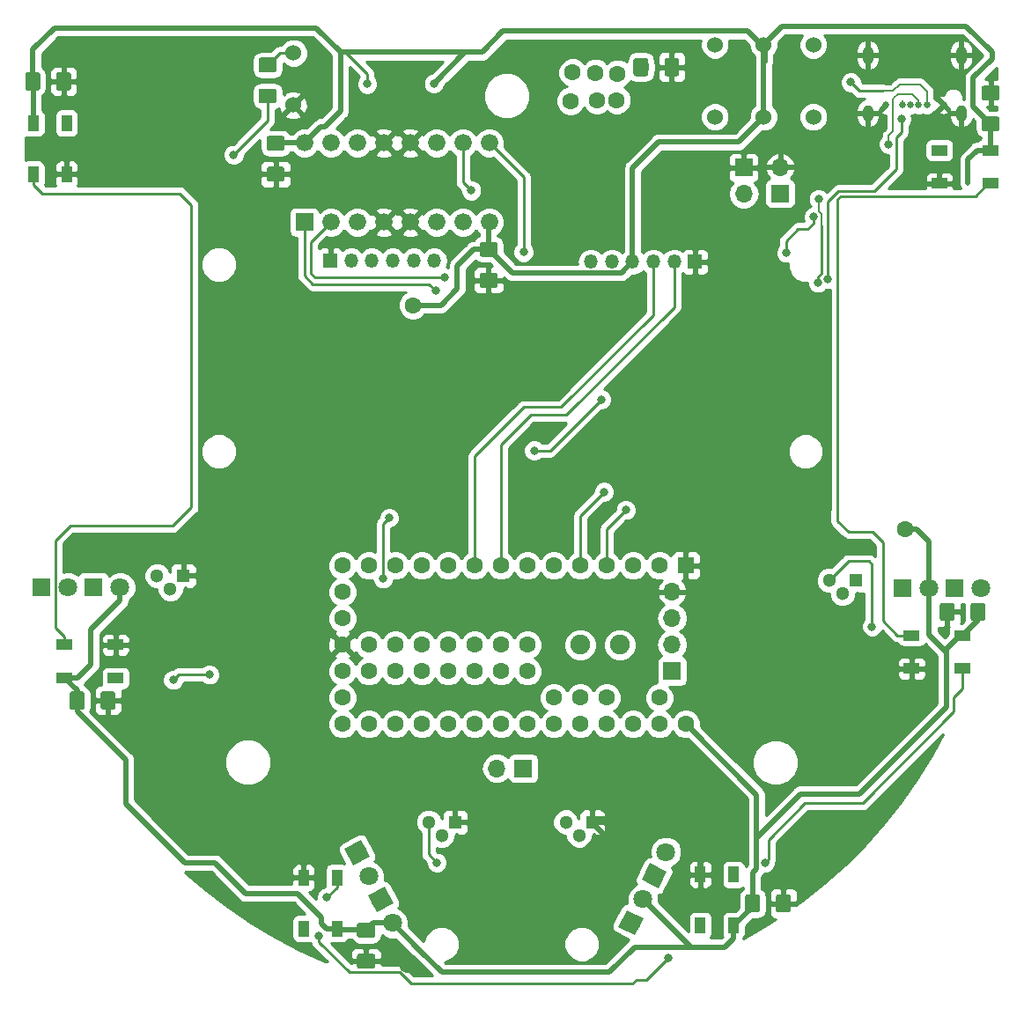
<source format=gbr>
G04 #@! TF.GenerationSoftware,KiCad,Pcbnew,(5.0.0-3-g5ebb6b6)*
G04 #@! TF.CreationDate,2020-04-01T02:53:29-07:00*
G04 #@! TF.ProjectId,mouse_v2,6D6F7573655F76322E6B696361645F70,rev?*
G04 #@! TF.SameCoordinates,Original*
G04 #@! TF.FileFunction,Copper,L2,Bot,Signal*
G04 #@! TF.FilePolarity,Positive*
%FSLAX46Y46*%
G04 Gerber Fmt 4.6, Leading zero omitted, Abs format (unit mm)*
G04 Created by KiCad (PCBNEW (5.0.0-3-g5ebb6b6)) date Wednesday, April 01, 2020 at 02:53:29 AM*
%MOMM*%
%LPD*%
G01*
G04 APERTURE LIST*
G04 #@! TA.AperFunction,ComponentPad*
%ADD10R,1.800000X1.800000*%
G04 #@! TD*
G04 #@! TA.AperFunction,ComponentPad*
%ADD11C,1.800000*%
G04 #@! TD*
G04 #@! TA.AperFunction,Conductor*
%ADD12C,0.100000*%
G04 #@! TD*
G04 #@! TA.AperFunction,ComponentPad*
%ADD13R,1.700000X1.700000*%
G04 #@! TD*
G04 #@! TA.AperFunction,ComponentPad*
%ADD14O,1.700000X1.700000*%
G04 #@! TD*
G04 #@! TA.AperFunction,ComponentPad*
%ADD15C,1.600000*%
G04 #@! TD*
G04 #@! TA.AperFunction,ComponentPad*
%ADD16R,1.600000X1.600000*%
G04 #@! TD*
G04 #@! TA.AperFunction,ComponentPad*
%ADD17C,1.900000*%
G04 #@! TD*
G04 #@! TA.AperFunction,ComponentPad*
%ADD18R,1.676400X1.676400*%
G04 #@! TD*
G04 #@! TA.AperFunction,ComponentPad*
%ADD19C,1.676400*%
G04 #@! TD*
G04 #@! TA.AperFunction,ComponentPad*
%ADD20C,1.524000*%
G04 #@! TD*
G04 #@! TA.AperFunction,ComponentPad*
%ADD21R,1.300000X1.300000*%
G04 #@! TD*
G04 #@! TA.AperFunction,ComponentPad*
%ADD22C,1.300000*%
G04 #@! TD*
G04 #@! TA.AperFunction,SMDPad,CuDef*
%ADD23R,1.500000X1.000000*%
G04 #@! TD*
G04 #@! TA.AperFunction,SMDPad,CuDef*
%ADD24R,1.000000X1.500000*%
G04 #@! TD*
G04 #@! TA.AperFunction,ComponentPad*
%ADD25O,1.350000X1.350000*%
G04 #@! TD*
G04 #@! TA.AperFunction,ComponentPad*
%ADD26R,1.350000X1.350000*%
G04 #@! TD*
G04 #@! TA.AperFunction,SMDPad,CuDef*
%ADD27C,1.425000*%
G04 #@! TD*
G04 #@! TA.AperFunction,ComponentPad*
%ADD28O,1.000000X1.600000*%
G04 #@! TD*
G04 #@! TA.AperFunction,ComponentPad*
%ADD29C,0.650000*%
G04 #@! TD*
G04 #@! TA.AperFunction,ComponentPad*
%ADD30O,1.000000X1.800000*%
G04 #@! TD*
G04 #@! TA.AperFunction,ViaPad*
%ADD31C,0.800000*%
G04 #@! TD*
G04 #@! TA.AperFunction,ViaPad*
%ADD32C,1.600000*%
G04 #@! TD*
G04 #@! TA.AperFunction,Conductor*
%ADD33C,0.500000*%
G04 #@! TD*
G04 #@! TA.AperFunction,Conductor*
%ADD34C,0.250000*%
G04 #@! TD*
G04 #@! TA.AperFunction,Conductor*
%ADD35C,0.130000*%
G04 #@! TD*
G04 #@! TA.AperFunction,Conductor*
%ADD36C,0.254000*%
G04 #@! TD*
G04 APERTURE END LIST*
D10*
G04 #@! TO.P,Q2,1*
G04 #@! TO.N,/3.3v*
X114820189Y-109344845D03*
D11*
G04 #@! TO.P,Q2,2*
G04 #@! TO.N,/Reciever_2*
X117360189Y-109344845D03*
G04 #@! TD*
G04 #@! TO.P,D0,2*
G04 #@! TO.N,/5v*
X200164700Y-109397800D03*
D10*
G04 #@! TO.P,D0,1*
G04 #@! TO.N,Net-(D0-Pad1)*
X197624700Y-109397800D03*
G04 #@! TD*
D11*
G04 #@! TO.P,Q1,2*
G04 #@! TO.N,/Reciever_1*
X174856642Y-134785267D03*
G04 #@! TO.P,Q1,1*
G04 #@! TO.N,/3.3v*
X173723300Y-137058400D03*
D12*
G04 #@! TD*
G04 #@! TO.N,/3.3v*
G04 #@! TO.C,Q1*
G36*
X174127163Y-138265419D02*
X172516281Y-137462263D01*
X173319437Y-135851381D01*
X174930319Y-136654537D01*
X174127163Y-138265419D01*
X174127163Y-138265419D01*
G37*
D13*
G04 #@! TO.P,BT1,1*
G04 #@! TO.N,/vBatt*
X185849260Y-71445120D03*
D14*
G04 #@! TO.P,BT1,2*
G04 #@! TO.N,/GND*
X185849260Y-68905120D03*
G04 #@! TD*
D11*
G04 #@! TO.P,D1,1*
G04 #@! TO.N,Net-(D1-Pad1)*
X171500800Y-141566900D03*
D12*
G04 #@! TD*
G04 #@! TO.N,Net-(D1-Pad1)*
G04 #@! TO.C,D1*
G36*
X171904663Y-142773919D02*
X170293781Y-141970763D01*
X171096937Y-140359881D01*
X172707819Y-141163037D01*
X171904663Y-142773919D01*
X171904663Y-142773919D01*
G37*
D11*
G04 #@! TO.P,D1,2*
G04 #@! TO.N,/5v*
X172634142Y-139293767D03*
G04 #@! TD*
G04 #@! TO.P,D2,2*
G04 #@! TO.N,/5v*
X122377200Y-109334300D03*
D10*
G04 #@! TO.P,D2,1*
G04 #@! TO.N,Net-(D2-Pad1)*
X119837200Y-109334300D03*
G04 #@! TD*
D11*
G04 #@! TO.P,D3,1*
G04 #@! TO.N,Net-(D3-Pad1)*
X147447000Y-139344400D03*
D12*
G04 #@! TD*
G04 #@! TO.N,Net-(D3-Pad1)*
G04 #@! TO.C,D3*
G36*
X146239981Y-138940537D02*
X147850863Y-138137381D01*
X148654019Y-139748263D01*
X147043137Y-140551419D01*
X146239981Y-138940537D01*
X146239981Y-138940537D01*
G37*
D11*
G04 #@! TO.P,D3,2*
G04 #@! TO.N,/5v*
X148580342Y-141617533D03*
G04 #@! TD*
D10*
G04 #@! TO.P,Q0,1*
G04 #@! TO.N,/3.3v*
X202637877Y-109413445D03*
D11*
G04 #@! TO.P,Q0,2*
G04 #@! TO.N,/Reciever_0*
X205177877Y-109413445D03*
G04 #@! TD*
G04 #@! TO.P,Q3,2*
G04 #@! TO.N,/Reciever_3*
X146304000Y-137121900D03*
G04 #@! TO.P,Q3,1*
G04 #@! TO.N,/3.3v*
X145170658Y-134848767D03*
D12*
G04 #@! TD*
G04 #@! TO.N,/3.3v*
G04 #@! TO.C,Q3*
G36*
X143963639Y-134444904D02*
X145574521Y-133641748D01*
X146377677Y-135252630D01*
X144766795Y-136055786D01*
X143963639Y-134444904D01*
X143963639Y-134444904D01*
G37*
D15*
G04 #@! TO.P,U1,17*
G04 #@! TO.N,/GND*
X143764000Y-114858800D03*
G04 #@! TO.P,U1,18*
G04 #@! TO.N,Net-(U1-Pad18)*
X143764000Y-117398800D03*
G04 #@! TO.P,U1,19*
G04 #@! TO.N,Net-(U1-Pad19)*
X143764000Y-119938800D03*
G04 #@! TO.P,U1,20*
G04 #@! TO.N,/Buzzer*
X143764000Y-122478800D03*
G04 #@! TO.P,U1,16*
G04 #@! TO.N,/3.3v*
X143764000Y-112318800D03*
G04 #@! TO.P,U1,15*
G04 #@! TO.N,Net-(U1-Pad15)*
X143764000Y-109778800D03*
G04 #@! TO.P,U1,14*
G04 #@! TO.N,/PUSH_SW*
X143764000Y-107238800D03*
G04 #@! TO.P,U1,21*
G04 #@! TO.N,/Reciever_2*
X146304000Y-122478800D03*
G04 #@! TO.P,U1,22*
G04 #@! TO.N,/Emitter_2*
X148844000Y-122478800D03*
G04 #@! TO.P,U1,23*
G04 #@! TO.N,/Reciever_3*
X151384000Y-122478800D03*
G04 #@! TO.P,U1,24*
G04 #@! TO.N,/Emitter_3*
X153924000Y-122478800D03*
G04 #@! TO.P,U1,25*
G04 #@! TO.N,/i2c_SDA*
X156464000Y-122478800D03*
G04 #@! TO.P,U1,26*
G04 #@! TO.N,/i2c_SCL*
X159004000Y-122478800D03*
G04 #@! TO.P,U1,27*
G04 #@! TO.N,/Emitter_1*
X161544000Y-122478800D03*
G04 #@! TO.P,U1,28*
G04 #@! TO.N,/Reciever_1*
X164084000Y-122478800D03*
G04 #@! TO.P,U1,29*
G04 #@! TO.N,/Emitter_0*
X166624000Y-122478800D03*
G04 #@! TO.P,U1,30*
G04 #@! TO.N,/Reciever_0*
X169164000Y-122478800D03*
G04 #@! TO.P,U1,31*
G04 #@! TO.N,Net-(U1-Pad31)*
X171704000Y-122478800D03*
G04 #@! TO.P,U1,32*
G04 #@! TO.N,Net-(U1-Pad32)*
X174244000Y-122478800D03*
G04 #@! TO.P,U1,33*
G04 #@! TO.N,/5v*
X176784000Y-122478800D03*
G04 #@! TO.P,U1,34*
G04 #@! TO.N,Net-(U1-Pad34)*
X174244000Y-119938800D03*
G04 #@! TO.P,U1,35*
G04 #@! TO.N,Net-(U1-Pad35)*
X169164000Y-119938800D03*
G04 #@! TO.P,U1,36*
G04 #@! TO.N,Net-(U1-Pad36)*
X166624000Y-119938800D03*
G04 #@! TO.P,U1,37*
G04 #@! TO.N,Net-(U1-Pad37)*
X164084000Y-119938800D03*
G04 #@! TO.P,U1,13*
G04 #@! TO.N,/PUSH_SW1*
X146304000Y-107238800D03*
G04 #@! TO.P,U1,12*
G04 #@! TO.N,/RGB_DATA*
X148844000Y-107238800D03*
G04 #@! TO.P,U1,11*
G04 #@! TO.N,/M1_encoder_B*
X151384000Y-107238800D03*
G04 #@! TO.P,U1,10*
G04 #@! TO.N,/M1_encoder_A*
X153924000Y-107238800D03*
G04 #@! TO.P,U1,9*
G04 #@! TO.N,/M2_encoder_A*
X156464000Y-107238800D03*
G04 #@! TO.P,U1,8*
G04 #@! TO.N,/M2_encoder_B*
X159004000Y-107238800D03*
G04 #@! TO.P,U1,7*
G04 #@! TO.N,/M2_speed*
X161544000Y-107238800D03*
G04 #@! TO.P,U1,6*
G04 #@! TO.N,/M1_speed*
X164084000Y-107238800D03*
G04 #@! TO.P,U1,5*
G04 #@! TO.N,/M2_backward*
X166624000Y-107238800D03*
G04 #@! TO.P,U1,4*
G04 #@! TO.N,/M2_forward*
X169164000Y-107238800D03*
G04 #@! TO.P,U1,3*
G04 #@! TO.N,/M1_forward*
X171704000Y-107238800D03*
G04 #@! TO.P,U1,2*
G04 #@! TO.N,/M1_backward*
X174244000Y-107238800D03*
D16*
G04 #@! TO.P,U1,1*
G04 #@! TO.N,/GND*
X176784000Y-107238800D03*
D15*
G04 #@! TO.P,U1,38*
G04 #@! TO.N,Net-(U1-Pad38)*
X161544000Y-114858800D03*
G04 #@! TO.P,U1,39*
G04 #@! TO.N,Net-(U1-Pad39)*
X159004000Y-114858800D03*
G04 #@! TO.P,U1,40*
G04 #@! TO.N,Net-(U1-Pad40)*
X156464000Y-114858800D03*
G04 #@! TO.P,U1,41*
G04 #@! TO.N,Net-(U1-Pad41)*
X153924000Y-114858800D03*
G04 #@! TO.P,U1,42*
G04 #@! TO.N,Net-(U1-Pad42)*
X151384000Y-114858800D03*
G04 #@! TO.P,U1,43*
G04 #@! TO.N,Net-(U1-Pad43)*
X148844000Y-114858800D03*
G04 #@! TO.P,U1,44*
G04 #@! TO.N,Net-(U1-Pad44)*
X146304000Y-114858800D03*
G04 #@! TO.P,U1,45*
G04 #@! TO.N,Net-(U1-Pad45)*
X146304000Y-117398800D03*
G04 #@! TO.P,U1,46*
G04 #@! TO.N,Net-(U1-Pad46)*
X148844000Y-117398800D03*
G04 #@! TO.P,U1,47*
G04 #@! TO.N,Net-(U1-Pad47)*
X151384000Y-117398800D03*
G04 #@! TO.P,U1,48*
G04 #@! TO.N,Net-(U1-Pad48)*
X153924000Y-117398800D03*
G04 #@! TO.P,U1,49*
G04 #@! TO.N,Net-(U1-Pad49)*
X156464000Y-117398800D03*
G04 #@! TO.P,U1,50*
G04 #@! TO.N,Net-(U1-Pad50)*
X159004000Y-117398800D03*
G04 #@! TO.P,U1,51*
G04 #@! TO.N,Net-(U1-Pad51)*
X161544000Y-117398800D03*
D17*
G04 #@! TO.P,U1,52*
G04 #@! TO.N,Net-(U1-Pad52)*
X166624000Y-114858800D03*
X170434000Y-114858800D03*
G04 #@! TD*
D18*
G04 #@! TO.P,U2,1*
G04 #@! TO.N,/M1_speed*
X140098780Y-74213720D03*
D19*
G04 #@! TO.P,U2,2*
G04 #@! TO.N,/M1_forward*
X142638780Y-74213720D03*
G04 #@! TO.P,U2,3*
G04 #@! TO.N,/OUT1*
X145178780Y-74213720D03*
G04 #@! TO.P,U2,4*
G04 #@! TO.N,/GND*
X147718780Y-74213720D03*
G04 #@! TO.P,U2,5*
X150258780Y-74213720D03*
G04 #@! TO.P,U2,6*
G04 #@! TO.N,/OUT2*
X152798780Y-74213720D03*
G04 #@! TO.P,U2,7*
G04 #@! TO.N,/M1_backward*
X155338780Y-74213720D03*
G04 #@! TO.P,U2,8*
G04 #@! TO.N,/5v*
X157878780Y-74213720D03*
G04 #@! TO.P,U2,9*
G04 #@! TO.N,/M2_speed*
X157878780Y-66593720D03*
G04 #@! TO.P,U2,10*
G04 #@! TO.N,/M2_forward*
X155338780Y-66593720D03*
G04 #@! TO.P,U2,11*
G04 #@! TO.N,/OUT3*
X152798780Y-66593720D03*
G04 #@! TO.P,U2,12*
G04 #@! TO.N,/GND*
X150258780Y-66593720D03*
G04 #@! TO.P,U2,13*
X147718780Y-66593720D03*
G04 #@! TO.P,U2,14*
G04 #@! TO.N,/OUT4*
X145178780Y-66593720D03*
G04 #@! TO.P,U2,15*
G04 #@! TO.N,/M2_backward*
X142638780Y-66593720D03*
G04 #@! TO.P,U2,16*
G04 #@! TO.N,/5v*
X140098780Y-66593720D03*
G04 #@! TD*
D20*
G04 #@! TO.P,BZ1,2*
G04 #@! TO.N,/GND*
X139014200Y-62952000D03*
G04 #@! TO.P,BZ1,1*
G04 #@! TO.N,Net-(BZ1-Pad1)*
X139064200Y-57952000D03*
G04 #@! TD*
D21*
G04 #@! TO.P,T0,3*
G04 #@! TO.N,/GND*
X193113660Y-108666280D03*
D22*
G04 #@! TO.P,T0,1*
G04 #@! TO.N,Net-(R5-Pad2)*
X190573660Y-108666280D03*
G04 #@! TO.P,T0,2*
G04 #@! TO.N,Net-(R13-Pad2)*
X191843660Y-109936280D03*
G04 #@! TD*
G04 #@! TO.P,T1,2*
G04 #@! TO.N,Net-(R10-Pad1)*
X166504620Y-133167120D03*
G04 #@! TO.P,T1,1*
G04 #@! TO.N,Net-(R6-Pad2)*
X165234620Y-131897120D03*
D21*
G04 #@! TO.P,T1,3*
G04 #@! TO.N,/GND*
X167774620Y-131897120D03*
G04 #@! TD*
D22*
G04 #@! TO.P,T2,2*
G04 #@! TO.N,Net-(R11-Pad1)*
X127205740Y-109466380D03*
G04 #@! TO.P,T2,1*
G04 #@! TO.N,Net-(R7-Pad2)*
X125935740Y-108196380D03*
D21*
G04 #@! TO.P,T2,3*
G04 #@! TO.N,/GND*
X128475740Y-108196380D03*
G04 #@! TD*
G04 #@! TO.P,T3,3*
G04 #@! TO.N,/GND*
X154584400Y-131909820D03*
D22*
G04 #@! TO.P,T3,1*
G04 #@! TO.N,Net-(R8-Pad2)*
X152044400Y-131909820D03*
G04 #@! TO.P,T3,2*
G04 #@! TO.N,Net-(R12-Pad1)*
X153314400Y-133179820D03*
G04 #@! TD*
D14*
G04 #@! TO.P,J2,2*
G04 #@! TO.N,/i2c_SDA*
X158600140Y-126733300D03*
D13*
G04 #@! TO.P,J2,1*
G04 #@! TO.N,/i2c_SCL*
X161140140Y-126733300D03*
G04 #@! TD*
G04 #@! TO.P,J4,1*
G04 #@! TO.N,/GND*
X182344060Y-68955920D03*
D14*
G04 #@! TO.P,J4,2*
G04 #@! TO.N,/vBatt*
X182344060Y-71495920D03*
G04 #@! TD*
D23*
G04 #@! TO.P,D6,3*
G04 #@! TO.N,/GND*
X198494480Y-117139520D03*
G04 #@! TO.P,D6,4*
G04 #@! TO.N,Net-(D6-Pad4)*
X198494480Y-113939520D03*
G04 #@! TO.P,D6,2*
G04 #@! TO.N,Net-(D5-Pad4)*
X203394480Y-117139520D03*
G04 #@! TO.P,D6,1*
G04 #@! TO.N,/5v*
X203394480Y-113939520D03*
G04 #@! TD*
G04 #@! TO.P,D7,1*
G04 #@! TO.N,/5v*
X206066560Y-67289880D03*
G04 #@! TO.P,D7,2*
G04 #@! TO.N,Net-(D6-Pad4)*
X206066560Y-70489880D03*
G04 #@! TO.P,D7,4*
G04 #@! TO.N,Net-(D7-Pad4)*
X201166560Y-67289880D03*
G04 #@! TO.P,D7,3*
G04 #@! TO.N,/GND*
X201166560Y-70489880D03*
G04 #@! TD*
D24*
G04 #@! TO.P,D10,3*
G04 #@! TO.N,/GND*
X117243660Y-69597440D03*
G04 #@! TO.P,D10,4*
G04 #@! TO.N,Net-(D10-Pad4)*
X114043660Y-69597440D03*
G04 #@! TO.P,D10,2*
G04 #@! TO.N,Net-(D10-Pad2)*
X117243660Y-64697440D03*
G04 #@! TO.P,D10,1*
G04 #@! TO.N,/5v*
X114043660Y-64697440D03*
G04 #@! TD*
D23*
G04 #@! TO.P,D11,1*
G04 #@! TO.N,/5v*
X117044300Y-118053920D03*
G04 #@! TO.P,D11,2*
G04 #@! TO.N,Net-(D10-Pad4)*
X117044300Y-114853920D03*
G04 #@! TO.P,D11,4*
G04 #@! TO.N,/RGB_DATA*
X121944300Y-118053920D03*
G04 #@! TO.P,D11,3*
G04 #@! TO.N,/GND*
X121944300Y-114853920D03*
G04 #@! TD*
D25*
G04 #@! TO.P,U4,6*
G04 #@! TO.N,/OUT4*
X167655240Y-78038960D03*
G04 #@! TO.P,U4,5*
G04 #@! TO.N,/OUT3*
X169655240Y-78038960D03*
G04 #@! TO.P,U4,4*
G04 #@! TO.N,/5v*
X171655240Y-78038960D03*
G04 #@! TO.P,U4,3*
G04 #@! TO.N,/M2_encoder_A*
X173655240Y-78038960D03*
G04 #@! TO.P,U4,2*
G04 #@! TO.N,/M2_encoder_B*
X175655240Y-78038960D03*
D26*
G04 #@! TO.P,U4,1*
G04 #@! TO.N,/GND*
X177655240Y-78038960D03*
G04 #@! TD*
G04 #@! TO.P,U5,1*
G04 #@! TO.N,/GND*
X142595600Y-77901800D03*
D25*
G04 #@! TO.P,U5,2*
G04 #@! TO.N,/M1_encoder_B*
X144595600Y-77901800D03*
G04 #@! TO.P,U5,3*
G04 #@! TO.N,/M1_encoder_A*
X146595600Y-77901800D03*
G04 #@! TO.P,U5,4*
G04 #@! TO.N,/5v*
X148595600Y-77901800D03*
G04 #@! TO.P,U5,5*
G04 #@! TO.N,/OUT1*
X150595600Y-77901800D03*
G04 #@! TO.P,U5,6*
G04 #@! TO.N,/OUT2*
X152595600Y-77901800D03*
G04 #@! TD*
D12*
G04 #@! TO.N,/5v*
G04 #@! TO.C,C1*
G36*
X205372624Y-110817624D02*
X205396893Y-110821224D01*
X205420691Y-110827185D01*
X205443791Y-110835450D01*
X205465969Y-110845940D01*
X205487013Y-110858553D01*
X205506718Y-110873167D01*
X205524897Y-110889643D01*
X205541373Y-110907822D01*
X205555987Y-110927527D01*
X205568600Y-110948571D01*
X205579090Y-110970749D01*
X205587355Y-110993849D01*
X205593316Y-111017647D01*
X205596916Y-111041916D01*
X205598120Y-111066420D01*
X205598120Y-112316420D01*
X205596916Y-112340924D01*
X205593316Y-112365193D01*
X205587355Y-112388991D01*
X205579090Y-112412091D01*
X205568600Y-112434269D01*
X205555987Y-112455313D01*
X205541373Y-112475018D01*
X205524897Y-112493197D01*
X205506718Y-112509673D01*
X205487013Y-112524287D01*
X205465969Y-112536900D01*
X205443791Y-112547390D01*
X205420691Y-112555655D01*
X205396893Y-112561616D01*
X205372624Y-112565216D01*
X205348120Y-112566420D01*
X204423120Y-112566420D01*
X204398616Y-112565216D01*
X204374347Y-112561616D01*
X204350549Y-112555655D01*
X204327449Y-112547390D01*
X204305271Y-112536900D01*
X204284227Y-112524287D01*
X204264522Y-112509673D01*
X204246343Y-112493197D01*
X204229867Y-112475018D01*
X204215253Y-112455313D01*
X204202640Y-112434269D01*
X204192150Y-112412091D01*
X204183885Y-112388991D01*
X204177924Y-112365193D01*
X204174324Y-112340924D01*
X204173120Y-112316420D01*
X204173120Y-111066420D01*
X204174324Y-111041916D01*
X204177924Y-111017647D01*
X204183885Y-110993849D01*
X204192150Y-110970749D01*
X204202640Y-110948571D01*
X204215253Y-110927527D01*
X204229867Y-110907822D01*
X204246343Y-110889643D01*
X204264522Y-110873167D01*
X204284227Y-110858553D01*
X204305271Y-110845940D01*
X204327449Y-110835450D01*
X204350549Y-110827185D01*
X204374347Y-110821224D01*
X204398616Y-110817624D01*
X204423120Y-110816420D01*
X205348120Y-110816420D01*
X205372624Y-110817624D01*
X205372624Y-110817624D01*
G37*
D27*
G04 #@! TD*
G04 #@! TO.P,C1,1*
G04 #@! TO.N,/5v*
X204885620Y-111691420D03*
D12*
G04 #@! TO.N,/GND*
G04 #@! TO.C,C1*
G36*
X202397624Y-110817624D02*
X202421893Y-110821224D01*
X202445691Y-110827185D01*
X202468791Y-110835450D01*
X202490969Y-110845940D01*
X202512013Y-110858553D01*
X202531718Y-110873167D01*
X202549897Y-110889643D01*
X202566373Y-110907822D01*
X202580987Y-110927527D01*
X202593600Y-110948571D01*
X202604090Y-110970749D01*
X202612355Y-110993849D01*
X202618316Y-111017647D01*
X202621916Y-111041916D01*
X202623120Y-111066420D01*
X202623120Y-112316420D01*
X202621916Y-112340924D01*
X202618316Y-112365193D01*
X202612355Y-112388991D01*
X202604090Y-112412091D01*
X202593600Y-112434269D01*
X202580987Y-112455313D01*
X202566373Y-112475018D01*
X202549897Y-112493197D01*
X202531718Y-112509673D01*
X202512013Y-112524287D01*
X202490969Y-112536900D01*
X202468791Y-112547390D01*
X202445691Y-112555655D01*
X202421893Y-112561616D01*
X202397624Y-112565216D01*
X202373120Y-112566420D01*
X201448120Y-112566420D01*
X201423616Y-112565216D01*
X201399347Y-112561616D01*
X201375549Y-112555655D01*
X201352449Y-112547390D01*
X201330271Y-112536900D01*
X201309227Y-112524287D01*
X201289522Y-112509673D01*
X201271343Y-112493197D01*
X201254867Y-112475018D01*
X201240253Y-112455313D01*
X201227640Y-112434269D01*
X201217150Y-112412091D01*
X201208885Y-112388991D01*
X201202924Y-112365193D01*
X201199324Y-112340924D01*
X201198120Y-112316420D01*
X201198120Y-111066420D01*
X201199324Y-111041916D01*
X201202924Y-111017647D01*
X201208885Y-110993849D01*
X201217150Y-110970749D01*
X201227640Y-110948571D01*
X201240253Y-110927527D01*
X201254867Y-110907822D01*
X201271343Y-110889643D01*
X201289522Y-110873167D01*
X201309227Y-110858553D01*
X201330271Y-110845940D01*
X201352449Y-110835450D01*
X201375549Y-110827185D01*
X201399347Y-110821224D01*
X201423616Y-110817624D01*
X201448120Y-110816420D01*
X202373120Y-110816420D01*
X202397624Y-110817624D01*
X202397624Y-110817624D01*
G37*
D27*
G04 #@! TD*
G04 #@! TO.P,C1,2*
G04 #@! TO.N,/GND*
X201910620Y-111691420D03*
D12*
G04 #@! TO.N,/5v*
G04 #@! TO.C,C2*
G36*
X158462244Y-76117024D02*
X158486513Y-76120624D01*
X158510311Y-76126585D01*
X158533411Y-76134850D01*
X158555589Y-76145340D01*
X158576633Y-76157953D01*
X158596338Y-76172567D01*
X158614517Y-76189043D01*
X158630993Y-76207222D01*
X158645607Y-76226927D01*
X158658220Y-76247971D01*
X158668710Y-76270149D01*
X158676975Y-76293249D01*
X158682936Y-76317047D01*
X158686536Y-76341316D01*
X158687740Y-76365820D01*
X158687740Y-77290820D01*
X158686536Y-77315324D01*
X158682936Y-77339593D01*
X158676975Y-77363391D01*
X158668710Y-77386491D01*
X158658220Y-77408669D01*
X158645607Y-77429713D01*
X158630993Y-77449418D01*
X158614517Y-77467597D01*
X158596338Y-77484073D01*
X158576633Y-77498687D01*
X158555589Y-77511300D01*
X158533411Y-77521790D01*
X158510311Y-77530055D01*
X158486513Y-77536016D01*
X158462244Y-77539616D01*
X158437740Y-77540820D01*
X157187740Y-77540820D01*
X157163236Y-77539616D01*
X157138967Y-77536016D01*
X157115169Y-77530055D01*
X157092069Y-77521790D01*
X157069891Y-77511300D01*
X157048847Y-77498687D01*
X157029142Y-77484073D01*
X157010963Y-77467597D01*
X156994487Y-77449418D01*
X156979873Y-77429713D01*
X156967260Y-77408669D01*
X156956770Y-77386491D01*
X156948505Y-77363391D01*
X156942544Y-77339593D01*
X156938944Y-77315324D01*
X156937740Y-77290820D01*
X156937740Y-76365820D01*
X156938944Y-76341316D01*
X156942544Y-76317047D01*
X156948505Y-76293249D01*
X156956770Y-76270149D01*
X156967260Y-76247971D01*
X156979873Y-76226927D01*
X156994487Y-76207222D01*
X157010963Y-76189043D01*
X157029142Y-76172567D01*
X157048847Y-76157953D01*
X157069891Y-76145340D01*
X157092069Y-76134850D01*
X157115169Y-76126585D01*
X157138967Y-76120624D01*
X157163236Y-76117024D01*
X157187740Y-76115820D01*
X158437740Y-76115820D01*
X158462244Y-76117024D01*
X158462244Y-76117024D01*
G37*
D27*
G04 #@! TD*
G04 #@! TO.P,C2,1*
G04 #@! TO.N,/5v*
X157812740Y-76828320D03*
D12*
G04 #@! TO.N,/GND*
G04 #@! TO.C,C2*
G36*
X158462244Y-79092024D02*
X158486513Y-79095624D01*
X158510311Y-79101585D01*
X158533411Y-79109850D01*
X158555589Y-79120340D01*
X158576633Y-79132953D01*
X158596338Y-79147567D01*
X158614517Y-79164043D01*
X158630993Y-79182222D01*
X158645607Y-79201927D01*
X158658220Y-79222971D01*
X158668710Y-79245149D01*
X158676975Y-79268249D01*
X158682936Y-79292047D01*
X158686536Y-79316316D01*
X158687740Y-79340820D01*
X158687740Y-80265820D01*
X158686536Y-80290324D01*
X158682936Y-80314593D01*
X158676975Y-80338391D01*
X158668710Y-80361491D01*
X158658220Y-80383669D01*
X158645607Y-80404713D01*
X158630993Y-80424418D01*
X158614517Y-80442597D01*
X158596338Y-80459073D01*
X158576633Y-80473687D01*
X158555589Y-80486300D01*
X158533411Y-80496790D01*
X158510311Y-80505055D01*
X158486513Y-80511016D01*
X158462244Y-80514616D01*
X158437740Y-80515820D01*
X157187740Y-80515820D01*
X157163236Y-80514616D01*
X157138967Y-80511016D01*
X157115169Y-80505055D01*
X157092069Y-80496790D01*
X157069891Y-80486300D01*
X157048847Y-80473687D01*
X157029142Y-80459073D01*
X157010963Y-80442597D01*
X156994487Y-80424418D01*
X156979873Y-80404713D01*
X156967260Y-80383669D01*
X156956770Y-80361491D01*
X156948505Y-80338391D01*
X156942544Y-80314593D01*
X156938944Y-80290324D01*
X156937740Y-80265820D01*
X156937740Y-79340820D01*
X156938944Y-79316316D01*
X156942544Y-79292047D01*
X156948505Y-79268249D01*
X156956770Y-79245149D01*
X156967260Y-79222971D01*
X156979873Y-79201927D01*
X156994487Y-79182222D01*
X157010963Y-79164043D01*
X157029142Y-79147567D01*
X157048847Y-79132953D01*
X157069891Y-79120340D01*
X157092069Y-79109850D01*
X157115169Y-79101585D01*
X157138967Y-79095624D01*
X157163236Y-79092024D01*
X157187740Y-79090820D01*
X158437740Y-79090820D01*
X158462244Y-79092024D01*
X158462244Y-79092024D01*
G37*
D27*
G04 #@! TD*
G04 #@! TO.P,C2,2*
G04 #@! TO.N,/GND*
X157812740Y-79803320D03*
D12*
G04 #@! TO.N,/GND*
G04 #@! TO.C,C3*
G36*
X137982224Y-68891384D02*
X138006493Y-68894984D01*
X138030291Y-68900945D01*
X138053391Y-68909210D01*
X138075569Y-68919700D01*
X138096613Y-68932313D01*
X138116318Y-68946927D01*
X138134497Y-68963403D01*
X138150973Y-68981582D01*
X138165587Y-69001287D01*
X138178200Y-69022331D01*
X138188690Y-69044509D01*
X138196955Y-69067609D01*
X138202916Y-69091407D01*
X138206516Y-69115676D01*
X138207720Y-69140180D01*
X138207720Y-70065180D01*
X138206516Y-70089684D01*
X138202916Y-70113953D01*
X138196955Y-70137751D01*
X138188690Y-70160851D01*
X138178200Y-70183029D01*
X138165587Y-70204073D01*
X138150973Y-70223778D01*
X138134497Y-70241957D01*
X138116318Y-70258433D01*
X138096613Y-70273047D01*
X138075569Y-70285660D01*
X138053391Y-70296150D01*
X138030291Y-70304415D01*
X138006493Y-70310376D01*
X137982224Y-70313976D01*
X137957720Y-70315180D01*
X136707720Y-70315180D01*
X136683216Y-70313976D01*
X136658947Y-70310376D01*
X136635149Y-70304415D01*
X136612049Y-70296150D01*
X136589871Y-70285660D01*
X136568827Y-70273047D01*
X136549122Y-70258433D01*
X136530943Y-70241957D01*
X136514467Y-70223778D01*
X136499853Y-70204073D01*
X136487240Y-70183029D01*
X136476750Y-70160851D01*
X136468485Y-70137751D01*
X136462524Y-70113953D01*
X136458924Y-70089684D01*
X136457720Y-70065180D01*
X136457720Y-69140180D01*
X136458924Y-69115676D01*
X136462524Y-69091407D01*
X136468485Y-69067609D01*
X136476750Y-69044509D01*
X136487240Y-69022331D01*
X136499853Y-69001287D01*
X136514467Y-68981582D01*
X136530943Y-68963403D01*
X136549122Y-68946927D01*
X136568827Y-68932313D01*
X136589871Y-68919700D01*
X136612049Y-68909210D01*
X136635149Y-68900945D01*
X136658947Y-68894984D01*
X136683216Y-68891384D01*
X136707720Y-68890180D01*
X137957720Y-68890180D01*
X137982224Y-68891384D01*
X137982224Y-68891384D01*
G37*
D27*
G04 #@! TD*
G04 #@! TO.P,C3,2*
G04 #@! TO.N,/GND*
X137332720Y-69602680D03*
D12*
G04 #@! TO.N,/5v*
G04 #@! TO.C,C3*
G36*
X137982224Y-65916384D02*
X138006493Y-65919984D01*
X138030291Y-65925945D01*
X138053391Y-65934210D01*
X138075569Y-65944700D01*
X138096613Y-65957313D01*
X138116318Y-65971927D01*
X138134497Y-65988403D01*
X138150973Y-66006582D01*
X138165587Y-66026287D01*
X138178200Y-66047331D01*
X138188690Y-66069509D01*
X138196955Y-66092609D01*
X138202916Y-66116407D01*
X138206516Y-66140676D01*
X138207720Y-66165180D01*
X138207720Y-67090180D01*
X138206516Y-67114684D01*
X138202916Y-67138953D01*
X138196955Y-67162751D01*
X138188690Y-67185851D01*
X138178200Y-67208029D01*
X138165587Y-67229073D01*
X138150973Y-67248778D01*
X138134497Y-67266957D01*
X138116318Y-67283433D01*
X138096613Y-67298047D01*
X138075569Y-67310660D01*
X138053391Y-67321150D01*
X138030291Y-67329415D01*
X138006493Y-67335376D01*
X137982224Y-67338976D01*
X137957720Y-67340180D01*
X136707720Y-67340180D01*
X136683216Y-67338976D01*
X136658947Y-67335376D01*
X136635149Y-67329415D01*
X136612049Y-67321150D01*
X136589871Y-67310660D01*
X136568827Y-67298047D01*
X136549122Y-67283433D01*
X136530943Y-67266957D01*
X136514467Y-67248778D01*
X136499853Y-67229073D01*
X136487240Y-67208029D01*
X136476750Y-67185851D01*
X136468485Y-67162751D01*
X136462524Y-67138953D01*
X136458924Y-67114684D01*
X136457720Y-67090180D01*
X136457720Y-66165180D01*
X136458924Y-66140676D01*
X136462524Y-66116407D01*
X136468485Y-66092609D01*
X136476750Y-66069509D01*
X136487240Y-66047331D01*
X136499853Y-66026287D01*
X136514467Y-66006582D01*
X136530943Y-65988403D01*
X136549122Y-65971927D01*
X136568827Y-65957313D01*
X136589871Y-65944700D01*
X136612049Y-65934210D01*
X136635149Y-65925945D01*
X136658947Y-65919984D01*
X136683216Y-65916384D01*
X136707720Y-65915180D01*
X137957720Y-65915180D01*
X137982224Y-65916384D01*
X137982224Y-65916384D01*
G37*
D27*
G04 #@! TD*
G04 #@! TO.P,C3,1*
G04 #@! TO.N,/5v*
X137332720Y-66627680D03*
D12*
G04 #@! TO.N,/GND*
G04 #@! TO.C,C4*
G36*
X206732404Y-61077684D02*
X206756673Y-61081284D01*
X206780471Y-61087245D01*
X206803571Y-61095510D01*
X206825749Y-61106000D01*
X206846793Y-61118613D01*
X206866498Y-61133227D01*
X206884677Y-61149703D01*
X206901153Y-61167882D01*
X206915767Y-61187587D01*
X206928380Y-61208631D01*
X206938870Y-61230809D01*
X206947135Y-61253909D01*
X206953096Y-61277707D01*
X206956696Y-61301976D01*
X206957900Y-61326480D01*
X206957900Y-62251480D01*
X206956696Y-62275984D01*
X206953096Y-62300253D01*
X206947135Y-62324051D01*
X206938870Y-62347151D01*
X206928380Y-62369329D01*
X206915767Y-62390373D01*
X206901153Y-62410078D01*
X206884677Y-62428257D01*
X206866498Y-62444733D01*
X206846793Y-62459347D01*
X206825749Y-62471960D01*
X206803571Y-62482450D01*
X206780471Y-62490715D01*
X206756673Y-62496676D01*
X206732404Y-62500276D01*
X206707900Y-62501480D01*
X205457900Y-62501480D01*
X205433396Y-62500276D01*
X205409127Y-62496676D01*
X205385329Y-62490715D01*
X205362229Y-62482450D01*
X205340051Y-62471960D01*
X205319007Y-62459347D01*
X205299302Y-62444733D01*
X205281123Y-62428257D01*
X205264647Y-62410078D01*
X205250033Y-62390373D01*
X205237420Y-62369329D01*
X205226930Y-62347151D01*
X205218665Y-62324051D01*
X205212704Y-62300253D01*
X205209104Y-62275984D01*
X205207900Y-62251480D01*
X205207900Y-61326480D01*
X205209104Y-61301976D01*
X205212704Y-61277707D01*
X205218665Y-61253909D01*
X205226930Y-61230809D01*
X205237420Y-61208631D01*
X205250033Y-61187587D01*
X205264647Y-61167882D01*
X205281123Y-61149703D01*
X205299302Y-61133227D01*
X205319007Y-61118613D01*
X205340051Y-61106000D01*
X205362229Y-61095510D01*
X205385329Y-61087245D01*
X205409127Y-61081284D01*
X205433396Y-61077684D01*
X205457900Y-61076480D01*
X206707900Y-61076480D01*
X206732404Y-61077684D01*
X206732404Y-61077684D01*
G37*
D27*
G04 #@! TD*
G04 #@! TO.P,C4,2*
G04 #@! TO.N,/GND*
X206082900Y-61788980D03*
D12*
G04 #@! TO.N,/5v*
G04 #@! TO.C,C4*
G36*
X206732404Y-64052684D02*
X206756673Y-64056284D01*
X206780471Y-64062245D01*
X206803571Y-64070510D01*
X206825749Y-64081000D01*
X206846793Y-64093613D01*
X206866498Y-64108227D01*
X206884677Y-64124703D01*
X206901153Y-64142882D01*
X206915767Y-64162587D01*
X206928380Y-64183631D01*
X206938870Y-64205809D01*
X206947135Y-64228909D01*
X206953096Y-64252707D01*
X206956696Y-64276976D01*
X206957900Y-64301480D01*
X206957900Y-65226480D01*
X206956696Y-65250984D01*
X206953096Y-65275253D01*
X206947135Y-65299051D01*
X206938870Y-65322151D01*
X206928380Y-65344329D01*
X206915767Y-65365373D01*
X206901153Y-65385078D01*
X206884677Y-65403257D01*
X206866498Y-65419733D01*
X206846793Y-65434347D01*
X206825749Y-65446960D01*
X206803571Y-65457450D01*
X206780471Y-65465715D01*
X206756673Y-65471676D01*
X206732404Y-65475276D01*
X206707900Y-65476480D01*
X205457900Y-65476480D01*
X205433396Y-65475276D01*
X205409127Y-65471676D01*
X205385329Y-65465715D01*
X205362229Y-65457450D01*
X205340051Y-65446960D01*
X205319007Y-65434347D01*
X205299302Y-65419733D01*
X205281123Y-65403257D01*
X205264647Y-65385078D01*
X205250033Y-65365373D01*
X205237420Y-65344329D01*
X205226930Y-65322151D01*
X205218665Y-65299051D01*
X205212704Y-65275253D01*
X205209104Y-65250984D01*
X205207900Y-65226480D01*
X205207900Y-64301480D01*
X205209104Y-64276976D01*
X205212704Y-64252707D01*
X205218665Y-64228909D01*
X205226930Y-64205809D01*
X205237420Y-64183631D01*
X205250033Y-64162587D01*
X205264647Y-64142882D01*
X205281123Y-64124703D01*
X205299302Y-64108227D01*
X205319007Y-64093613D01*
X205340051Y-64081000D01*
X205362229Y-64070510D01*
X205385329Y-64062245D01*
X205409127Y-64056284D01*
X205433396Y-64052684D01*
X205457900Y-64051480D01*
X206707900Y-64051480D01*
X206732404Y-64052684D01*
X206732404Y-64052684D01*
G37*
D27*
G04 #@! TD*
G04 #@! TO.P,C4,1*
G04 #@! TO.N,/5v*
X206082900Y-64763980D03*
D12*
G04 #@! TO.N,/5v*
G04 #@! TO.C,C7*
G36*
X114462824Y-59801724D02*
X114487093Y-59805324D01*
X114510891Y-59811285D01*
X114533991Y-59819550D01*
X114556169Y-59830040D01*
X114577213Y-59842653D01*
X114596918Y-59857267D01*
X114615097Y-59873743D01*
X114631573Y-59891922D01*
X114646187Y-59911627D01*
X114658800Y-59932671D01*
X114669290Y-59954849D01*
X114677555Y-59977949D01*
X114683516Y-60001747D01*
X114687116Y-60026016D01*
X114688320Y-60050520D01*
X114688320Y-61300520D01*
X114687116Y-61325024D01*
X114683516Y-61349293D01*
X114677555Y-61373091D01*
X114669290Y-61396191D01*
X114658800Y-61418369D01*
X114646187Y-61439413D01*
X114631573Y-61459118D01*
X114615097Y-61477297D01*
X114596918Y-61493773D01*
X114577213Y-61508387D01*
X114556169Y-61521000D01*
X114533991Y-61531490D01*
X114510891Y-61539755D01*
X114487093Y-61545716D01*
X114462824Y-61549316D01*
X114438320Y-61550520D01*
X113513320Y-61550520D01*
X113488816Y-61549316D01*
X113464547Y-61545716D01*
X113440749Y-61539755D01*
X113417649Y-61531490D01*
X113395471Y-61521000D01*
X113374427Y-61508387D01*
X113354722Y-61493773D01*
X113336543Y-61477297D01*
X113320067Y-61459118D01*
X113305453Y-61439413D01*
X113292840Y-61418369D01*
X113282350Y-61396191D01*
X113274085Y-61373091D01*
X113268124Y-61349293D01*
X113264524Y-61325024D01*
X113263320Y-61300520D01*
X113263320Y-60050520D01*
X113264524Y-60026016D01*
X113268124Y-60001747D01*
X113274085Y-59977949D01*
X113282350Y-59954849D01*
X113292840Y-59932671D01*
X113305453Y-59911627D01*
X113320067Y-59891922D01*
X113336543Y-59873743D01*
X113354722Y-59857267D01*
X113374427Y-59842653D01*
X113395471Y-59830040D01*
X113417649Y-59819550D01*
X113440749Y-59811285D01*
X113464547Y-59805324D01*
X113488816Y-59801724D01*
X113513320Y-59800520D01*
X114438320Y-59800520D01*
X114462824Y-59801724D01*
X114462824Y-59801724D01*
G37*
D27*
G04 #@! TD*
G04 #@! TO.P,C7,1*
G04 #@! TO.N,/5v*
X113975820Y-60675520D03*
D12*
G04 #@! TO.N,/GND*
G04 #@! TO.C,C7*
G36*
X117437824Y-59801724D02*
X117462093Y-59805324D01*
X117485891Y-59811285D01*
X117508991Y-59819550D01*
X117531169Y-59830040D01*
X117552213Y-59842653D01*
X117571918Y-59857267D01*
X117590097Y-59873743D01*
X117606573Y-59891922D01*
X117621187Y-59911627D01*
X117633800Y-59932671D01*
X117644290Y-59954849D01*
X117652555Y-59977949D01*
X117658516Y-60001747D01*
X117662116Y-60026016D01*
X117663320Y-60050520D01*
X117663320Y-61300520D01*
X117662116Y-61325024D01*
X117658516Y-61349293D01*
X117652555Y-61373091D01*
X117644290Y-61396191D01*
X117633800Y-61418369D01*
X117621187Y-61439413D01*
X117606573Y-61459118D01*
X117590097Y-61477297D01*
X117571918Y-61493773D01*
X117552213Y-61508387D01*
X117531169Y-61521000D01*
X117508991Y-61531490D01*
X117485891Y-61539755D01*
X117462093Y-61545716D01*
X117437824Y-61549316D01*
X117413320Y-61550520D01*
X116488320Y-61550520D01*
X116463816Y-61549316D01*
X116439547Y-61545716D01*
X116415749Y-61539755D01*
X116392649Y-61531490D01*
X116370471Y-61521000D01*
X116349427Y-61508387D01*
X116329722Y-61493773D01*
X116311543Y-61477297D01*
X116295067Y-61459118D01*
X116280453Y-61439413D01*
X116267840Y-61418369D01*
X116257350Y-61396191D01*
X116249085Y-61373091D01*
X116243124Y-61349293D01*
X116239524Y-61325024D01*
X116238320Y-61300520D01*
X116238320Y-60050520D01*
X116239524Y-60026016D01*
X116243124Y-60001747D01*
X116249085Y-59977949D01*
X116257350Y-59954849D01*
X116267840Y-59932671D01*
X116280453Y-59911627D01*
X116295067Y-59891922D01*
X116311543Y-59873743D01*
X116329722Y-59857267D01*
X116349427Y-59842653D01*
X116370471Y-59830040D01*
X116392649Y-59819550D01*
X116415749Y-59811285D01*
X116439547Y-59805324D01*
X116463816Y-59801724D01*
X116488320Y-59800520D01*
X117413320Y-59800520D01*
X117437824Y-59801724D01*
X117437824Y-59801724D01*
G37*
D27*
G04 #@! TD*
G04 #@! TO.P,C7,2*
G04 #@! TO.N,/GND*
X116950820Y-60675520D03*
D12*
G04 #@! TO.N,/5v*
G04 #@! TO.C,C8*
G36*
X118727484Y-119339324D02*
X118751753Y-119342924D01*
X118775551Y-119348885D01*
X118798651Y-119357150D01*
X118820829Y-119367640D01*
X118841873Y-119380253D01*
X118861578Y-119394867D01*
X118879757Y-119411343D01*
X118896233Y-119429522D01*
X118910847Y-119449227D01*
X118923460Y-119470271D01*
X118933950Y-119492449D01*
X118942215Y-119515549D01*
X118948176Y-119539347D01*
X118951776Y-119563616D01*
X118952980Y-119588120D01*
X118952980Y-120838120D01*
X118951776Y-120862624D01*
X118948176Y-120886893D01*
X118942215Y-120910691D01*
X118933950Y-120933791D01*
X118923460Y-120955969D01*
X118910847Y-120977013D01*
X118896233Y-120996718D01*
X118879757Y-121014897D01*
X118861578Y-121031373D01*
X118841873Y-121045987D01*
X118820829Y-121058600D01*
X118798651Y-121069090D01*
X118775551Y-121077355D01*
X118751753Y-121083316D01*
X118727484Y-121086916D01*
X118702980Y-121088120D01*
X117777980Y-121088120D01*
X117753476Y-121086916D01*
X117729207Y-121083316D01*
X117705409Y-121077355D01*
X117682309Y-121069090D01*
X117660131Y-121058600D01*
X117639087Y-121045987D01*
X117619382Y-121031373D01*
X117601203Y-121014897D01*
X117584727Y-120996718D01*
X117570113Y-120977013D01*
X117557500Y-120955969D01*
X117547010Y-120933791D01*
X117538745Y-120910691D01*
X117532784Y-120886893D01*
X117529184Y-120862624D01*
X117527980Y-120838120D01*
X117527980Y-119588120D01*
X117529184Y-119563616D01*
X117532784Y-119539347D01*
X117538745Y-119515549D01*
X117547010Y-119492449D01*
X117557500Y-119470271D01*
X117570113Y-119449227D01*
X117584727Y-119429522D01*
X117601203Y-119411343D01*
X117619382Y-119394867D01*
X117639087Y-119380253D01*
X117660131Y-119367640D01*
X117682309Y-119357150D01*
X117705409Y-119348885D01*
X117729207Y-119342924D01*
X117753476Y-119339324D01*
X117777980Y-119338120D01*
X118702980Y-119338120D01*
X118727484Y-119339324D01*
X118727484Y-119339324D01*
G37*
D27*
G04 #@! TD*
G04 #@! TO.P,C8,1*
G04 #@! TO.N,/5v*
X118240480Y-120213120D03*
D12*
G04 #@! TO.N,/GND*
G04 #@! TO.C,C8*
G36*
X121702484Y-119339324D02*
X121726753Y-119342924D01*
X121750551Y-119348885D01*
X121773651Y-119357150D01*
X121795829Y-119367640D01*
X121816873Y-119380253D01*
X121836578Y-119394867D01*
X121854757Y-119411343D01*
X121871233Y-119429522D01*
X121885847Y-119449227D01*
X121898460Y-119470271D01*
X121908950Y-119492449D01*
X121917215Y-119515549D01*
X121923176Y-119539347D01*
X121926776Y-119563616D01*
X121927980Y-119588120D01*
X121927980Y-120838120D01*
X121926776Y-120862624D01*
X121923176Y-120886893D01*
X121917215Y-120910691D01*
X121908950Y-120933791D01*
X121898460Y-120955969D01*
X121885847Y-120977013D01*
X121871233Y-120996718D01*
X121854757Y-121014897D01*
X121836578Y-121031373D01*
X121816873Y-121045987D01*
X121795829Y-121058600D01*
X121773651Y-121069090D01*
X121750551Y-121077355D01*
X121726753Y-121083316D01*
X121702484Y-121086916D01*
X121677980Y-121088120D01*
X120752980Y-121088120D01*
X120728476Y-121086916D01*
X120704207Y-121083316D01*
X120680409Y-121077355D01*
X120657309Y-121069090D01*
X120635131Y-121058600D01*
X120614087Y-121045987D01*
X120594382Y-121031373D01*
X120576203Y-121014897D01*
X120559727Y-120996718D01*
X120545113Y-120977013D01*
X120532500Y-120955969D01*
X120522010Y-120933791D01*
X120513745Y-120910691D01*
X120507784Y-120886893D01*
X120504184Y-120862624D01*
X120502980Y-120838120D01*
X120502980Y-119588120D01*
X120504184Y-119563616D01*
X120507784Y-119539347D01*
X120513745Y-119515549D01*
X120522010Y-119492449D01*
X120532500Y-119470271D01*
X120545113Y-119449227D01*
X120559727Y-119429522D01*
X120576203Y-119411343D01*
X120594382Y-119394867D01*
X120614087Y-119380253D01*
X120635131Y-119367640D01*
X120657309Y-119357150D01*
X120680409Y-119348885D01*
X120704207Y-119342924D01*
X120728476Y-119339324D01*
X120752980Y-119338120D01*
X121677980Y-119338120D01*
X121702484Y-119339324D01*
X121702484Y-119339324D01*
G37*
D27*
G04 #@! TD*
G04 #@! TO.P,C8,2*
G04 #@! TO.N,/GND*
X121215480Y-120213120D03*
D12*
G04 #@! TO.N,Net-(C10-Pad1)*
G04 #@! TO.C,C10*
G36*
X172938704Y-58427584D02*
X172962973Y-58431184D01*
X172986771Y-58437145D01*
X173009871Y-58445410D01*
X173032049Y-58455900D01*
X173053093Y-58468513D01*
X173072798Y-58483127D01*
X173090977Y-58499603D01*
X173107453Y-58517782D01*
X173122067Y-58537487D01*
X173134680Y-58558531D01*
X173145170Y-58580709D01*
X173153435Y-58603809D01*
X173159396Y-58627607D01*
X173162996Y-58651876D01*
X173164200Y-58676380D01*
X173164200Y-59926380D01*
X173162996Y-59950884D01*
X173159396Y-59975153D01*
X173153435Y-59998951D01*
X173145170Y-60022051D01*
X173134680Y-60044229D01*
X173122067Y-60065273D01*
X173107453Y-60084978D01*
X173090977Y-60103157D01*
X173072798Y-60119633D01*
X173053093Y-60134247D01*
X173032049Y-60146860D01*
X173009871Y-60157350D01*
X172986771Y-60165615D01*
X172962973Y-60171576D01*
X172938704Y-60175176D01*
X172914200Y-60176380D01*
X171989200Y-60176380D01*
X171964696Y-60175176D01*
X171940427Y-60171576D01*
X171916629Y-60165615D01*
X171893529Y-60157350D01*
X171871351Y-60146860D01*
X171850307Y-60134247D01*
X171830602Y-60119633D01*
X171812423Y-60103157D01*
X171795947Y-60084978D01*
X171781333Y-60065273D01*
X171768720Y-60044229D01*
X171758230Y-60022051D01*
X171749965Y-59998951D01*
X171744004Y-59975153D01*
X171740404Y-59950884D01*
X171739200Y-59926380D01*
X171739200Y-58676380D01*
X171740404Y-58651876D01*
X171744004Y-58627607D01*
X171749965Y-58603809D01*
X171758230Y-58580709D01*
X171768720Y-58558531D01*
X171781333Y-58537487D01*
X171795947Y-58517782D01*
X171812423Y-58499603D01*
X171830602Y-58483127D01*
X171850307Y-58468513D01*
X171871351Y-58455900D01*
X171893529Y-58445410D01*
X171916629Y-58437145D01*
X171940427Y-58431184D01*
X171964696Y-58427584D01*
X171989200Y-58426380D01*
X172914200Y-58426380D01*
X172938704Y-58427584D01*
X172938704Y-58427584D01*
G37*
D27*
G04 #@! TD*
G04 #@! TO.P,C10,1*
G04 #@! TO.N,Net-(C10-Pad1)*
X172451700Y-59301380D03*
D12*
G04 #@! TO.N,/GND*
G04 #@! TO.C,C10*
G36*
X175913704Y-58427584D02*
X175937973Y-58431184D01*
X175961771Y-58437145D01*
X175984871Y-58445410D01*
X176007049Y-58455900D01*
X176028093Y-58468513D01*
X176047798Y-58483127D01*
X176065977Y-58499603D01*
X176082453Y-58517782D01*
X176097067Y-58537487D01*
X176109680Y-58558531D01*
X176120170Y-58580709D01*
X176128435Y-58603809D01*
X176134396Y-58627607D01*
X176137996Y-58651876D01*
X176139200Y-58676380D01*
X176139200Y-59926380D01*
X176137996Y-59950884D01*
X176134396Y-59975153D01*
X176128435Y-59998951D01*
X176120170Y-60022051D01*
X176109680Y-60044229D01*
X176097067Y-60065273D01*
X176082453Y-60084978D01*
X176065977Y-60103157D01*
X176047798Y-60119633D01*
X176028093Y-60134247D01*
X176007049Y-60146860D01*
X175984871Y-60157350D01*
X175961771Y-60165615D01*
X175937973Y-60171576D01*
X175913704Y-60175176D01*
X175889200Y-60176380D01*
X174964200Y-60176380D01*
X174939696Y-60175176D01*
X174915427Y-60171576D01*
X174891629Y-60165615D01*
X174868529Y-60157350D01*
X174846351Y-60146860D01*
X174825307Y-60134247D01*
X174805602Y-60119633D01*
X174787423Y-60103157D01*
X174770947Y-60084978D01*
X174756333Y-60065273D01*
X174743720Y-60044229D01*
X174733230Y-60022051D01*
X174724965Y-59998951D01*
X174719004Y-59975153D01*
X174715404Y-59950884D01*
X174714200Y-59926380D01*
X174714200Y-58676380D01*
X174715404Y-58651876D01*
X174719004Y-58627607D01*
X174724965Y-58603809D01*
X174733230Y-58580709D01*
X174743720Y-58558531D01*
X174756333Y-58537487D01*
X174770947Y-58517782D01*
X174787423Y-58499603D01*
X174805602Y-58483127D01*
X174825307Y-58468513D01*
X174846351Y-58455900D01*
X174868529Y-58445410D01*
X174891629Y-58437145D01*
X174915427Y-58431184D01*
X174939696Y-58427584D01*
X174964200Y-58426380D01*
X175889200Y-58426380D01*
X175913704Y-58427584D01*
X175913704Y-58427584D01*
G37*
D27*
G04 #@! TD*
G04 #@! TO.P,C10,2*
G04 #@! TO.N,/GND*
X175426700Y-59301380D03*
D12*
G04 #@! TO.N,/GND*
G04 #@! TO.C,C11*
G36*
X146679184Y-144560524D02*
X146703453Y-144564124D01*
X146727251Y-144570085D01*
X146750351Y-144578350D01*
X146772529Y-144588840D01*
X146793573Y-144601453D01*
X146813278Y-144616067D01*
X146831457Y-144632543D01*
X146847933Y-144650722D01*
X146862547Y-144670427D01*
X146875160Y-144691471D01*
X146885650Y-144713649D01*
X146893915Y-144736749D01*
X146899876Y-144760547D01*
X146903476Y-144784816D01*
X146904680Y-144809320D01*
X146904680Y-145734320D01*
X146903476Y-145758824D01*
X146899876Y-145783093D01*
X146893915Y-145806891D01*
X146885650Y-145829991D01*
X146875160Y-145852169D01*
X146862547Y-145873213D01*
X146847933Y-145892918D01*
X146831457Y-145911097D01*
X146813278Y-145927573D01*
X146793573Y-145942187D01*
X146772529Y-145954800D01*
X146750351Y-145965290D01*
X146727251Y-145973555D01*
X146703453Y-145979516D01*
X146679184Y-145983116D01*
X146654680Y-145984320D01*
X145404680Y-145984320D01*
X145380176Y-145983116D01*
X145355907Y-145979516D01*
X145332109Y-145973555D01*
X145309009Y-145965290D01*
X145286831Y-145954800D01*
X145265787Y-145942187D01*
X145246082Y-145927573D01*
X145227903Y-145911097D01*
X145211427Y-145892918D01*
X145196813Y-145873213D01*
X145184200Y-145852169D01*
X145173710Y-145829991D01*
X145165445Y-145806891D01*
X145159484Y-145783093D01*
X145155884Y-145758824D01*
X145154680Y-145734320D01*
X145154680Y-144809320D01*
X145155884Y-144784816D01*
X145159484Y-144760547D01*
X145165445Y-144736749D01*
X145173710Y-144713649D01*
X145184200Y-144691471D01*
X145196813Y-144670427D01*
X145211427Y-144650722D01*
X145227903Y-144632543D01*
X145246082Y-144616067D01*
X145265787Y-144601453D01*
X145286831Y-144588840D01*
X145309009Y-144578350D01*
X145332109Y-144570085D01*
X145355907Y-144564124D01*
X145380176Y-144560524D01*
X145404680Y-144559320D01*
X146654680Y-144559320D01*
X146679184Y-144560524D01*
X146679184Y-144560524D01*
G37*
D27*
G04 #@! TD*
G04 #@! TO.P,C11,2*
G04 #@! TO.N,/GND*
X146029680Y-145271820D03*
D12*
G04 #@! TO.N,/5v*
G04 #@! TO.C,C11*
G36*
X146679184Y-141585524D02*
X146703453Y-141589124D01*
X146727251Y-141595085D01*
X146750351Y-141603350D01*
X146772529Y-141613840D01*
X146793573Y-141626453D01*
X146813278Y-141641067D01*
X146831457Y-141657543D01*
X146847933Y-141675722D01*
X146862547Y-141695427D01*
X146875160Y-141716471D01*
X146885650Y-141738649D01*
X146893915Y-141761749D01*
X146899876Y-141785547D01*
X146903476Y-141809816D01*
X146904680Y-141834320D01*
X146904680Y-142759320D01*
X146903476Y-142783824D01*
X146899876Y-142808093D01*
X146893915Y-142831891D01*
X146885650Y-142854991D01*
X146875160Y-142877169D01*
X146862547Y-142898213D01*
X146847933Y-142917918D01*
X146831457Y-142936097D01*
X146813278Y-142952573D01*
X146793573Y-142967187D01*
X146772529Y-142979800D01*
X146750351Y-142990290D01*
X146727251Y-142998555D01*
X146703453Y-143004516D01*
X146679184Y-143008116D01*
X146654680Y-143009320D01*
X145404680Y-143009320D01*
X145380176Y-143008116D01*
X145355907Y-143004516D01*
X145332109Y-142998555D01*
X145309009Y-142990290D01*
X145286831Y-142979800D01*
X145265787Y-142967187D01*
X145246082Y-142952573D01*
X145227903Y-142936097D01*
X145211427Y-142917918D01*
X145196813Y-142898213D01*
X145184200Y-142877169D01*
X145173710Y-142854991D01*
X145165445Y-142831891D01*
X145159484Y-142808093D01*
X145155884Y-142783824D01*
X145154680Y-142759320D01*
X145154680Y-141834320D01*
X145155884Y-141809816D01*
X145159484Y-141785547D01*
X145165445Y-141761749D01*
X145173710Y-141738649D01*
X145184200Y-141716471D01*
X145196813Y-141695427D01*
X145211427Y-141675722D01*
X145227903Y-141657543D01*
X145246082Y-141641067D01*
X145265787Y-141626453D01*
X145286831Y-141613840D01*
X145309009Y-141603350D01*
X145332109Y-141595085D01*
X145355907Y-141589124D01*
X145380176Y-141585524D01*
X145404680Y-141584320D01*
X146654680Y-141584320D01*
X146679184Y-141585524D01*
X146679184Y-141585524D01*
G37*
D27*
G04 #@! TD*
G04 #@! TO.P,C11,1*
G04 #@! TO.N,/5v*
X146029680Y-142296820D03*
D12*
G04 #@! TO.N,/5v*
G04 #@! TO.C,C12*
G36*
X183672744Y-138851604D02*
X183697013Y-138855204D01*
X183720811Y-138861165D01*
X183743911Y-138869430D01*
X183766089Y-138879920D01*
X183787133Y-138892533D01*
X183806838Y-138907147D01*
X183825017Y-138923623D01*
X183841493Y-138941802D01*
X183856107Y-138961507D01*
X183868720Y-138982551D01*
X183879210Y-139004729D01*
X183887475Y-139027829D01*
X183893436Y-139051627D01*
X183897036Y-139075896D01*
X183898240Y-139100400D01*
X183898240Y-140350400D01*
X183897036Y-140374904D01*
X183893436Y-140399173D01*
X183887475Y-140422971D01*
X183879210Y-140446071D01*
X183868720Y-140468249D01*
X183856107Y-140489293D01*
X183841493Y-140508998D01*
X183825017Y-140527177D01*
X183806838Y-140543653D01*
X183787133Y-140558267D01*
X183766089Y-140570880D01*
X183743911Y-140581370D01*
X183720811Y-140589635D01*
X183697013Y-140595596D01*
X183672744Y-140599196D01*
X183648240Y-140600400D01*
X182723240Y-140600400D01*
X182698736Y-140599196D01*
X182674467Y-140595596D01*
X182650669Y-140589635D01*
X182627569Y-140581370D01*
X182605391Y-140570880D01*
X182584347Y-140558267D01*
X182564642Y-140543653D01*
X182546463Y-140527177D01*
X182529987Y-140508998D01*
X182515373Y-140489293D01*
X182502760Y-140468249D01*
X182492270Y-140446071D01*
X182484005Y-140422971D01*
X182478044Y-140399173D01*
X182474444Y-140374904D01*
X182473240Y-140350400D01*
X182473240Y-139100400D01*
X182474444Y-139075896D01*
X182478044Y-139051627D01*
X182484005Y-139027829D01*
X182492270Y-139004729D01*
X182502760Y-138982551D01*
X182515373Y-138961507D01*
X182529987Y-138941802D01*
X182546463Y-138923623D01*
X182564642Y-138907147D01*
X182584347Y-138892533D01*
X182605391Y-138879920D01*
X182627569Y-138869430D01*
X182650669Y-138861165D01*
X182674467Y-138855204D01*
X182698736Y-138851604D01*
X182723240Y-138850400D01*
X183648240Y-138850400D01*
X183672744Y-138851604D01*
X183672744Y-138851604D01*
G37*
D27*
G04 #@! TD*
G04 #@! TO.P,C12,1*
G04 #@! TO.N,/5v*
X183185740Y-139725400D03*
D12*
G04 #@! TO.N,/GND*
G04 #@! TO.C,C12*
G36*
X186647744Y-138851604D02*
X186672013Y-138855204D01*
X186695811Y-138861165D01*
X186718911Y-138869430D01*
X186741089Y-138879920D01*
X186762133Y-138892533D01*
X186781838Y-138907147D01*
X186800017Y-138923623D01*
X186816493Y-138941802D01*
X186831107Y-138961507D01*
X186843720Y-138982551D01*
X186854210Y-139004729D01*
X186862475Y-139027829D01*
X186868436Y-139051627D01*
X186872036Y-139075896D01*
X186873240Y-139100400D01*
X186873240Y-140350400D01*
X186872036Y-140374904D01*
X186868436Y-140399173D01*
X186862475Y-140422971D01*
X186854210Y-140446071D01*
X186843720Y-140468249D01*
X186831107Y-140489293D01*
X186816493Y-140508998D01*
X186800017Y-140527177D01*
X186781838Y-140543653D01*
X186762133Y-140558267D01*
X186741089Y-140570880D01*
X186718911Y-140581370D01*
X186695811Y-140589635D01*
X186672013Y-140595596D01*
X186647744Y-140599196D01*
X186623240Y-140600400D01*
X185698240Y-140600400D01*
X185673736Y-140599196D01*
X185649467Y-140595596D01*
X185625669Y-140589635D01*
X185602569Y-140581370D01*
X185580391Y-140570880D01*
X185559347Y-140558267D01*
X185539642Y-140543653D01*
X185521463Y-140527177D01*
X185504987Y-140508998D01*
X185490373Y-140489293D01*
X185477760Y-140468249D01*
X185467270Y-140446071D01*
X185459005Y-140422971D01*
X185453044Y-140399173D01*
X185449444Y-140374904D01*
X185448240Y-140350400D01*
X185448240Y-139100400D01*
X185449444Y-139075896D01*
X185453044Y-139051627D01*
X185459005Y-139027829D01*
X185467270Y-139004729D01*
X185477760Y-138982551D01*
X185490373Y-138961507D01*
X185504987Y-138941802D01*
X185521463Y-138923623D01*
X185539642Y-138907147D01*
X185559347Y-138892533D01*
X185580391Y-138879920D01*
X185602569Y-138869430D01*
X185625669Y-138861165D01*
X185649467Y-138855204D01*
X185673736Y-138851604D01*
X185698240Y-138850400D01*
X186623240Y-138850400D01*
X186647744Y-138851604D01*
X186647744Y-138851604D01*
G37*
D27*
G04 #@! TD*
G04 #@! TO.P,C12,2*
G04 #@! TO.N,/GND*
X186160740Y-139725400D03*
D24*
G04 #@! TO.P,D4,1*
G04 #@! TO.N,/5v*
X143225320Y-142142380D03*
G04 #@! TO.P,D4,2*
G04 #@! TO.N,Net-(D4-Pad2)*
X140025320Y-142142380D03*
G04 #@! TO.P,D4,4*
G04 #@! TO.N,Net-(D4-Pad4)*
X143225320Y-137242380D03*
G04 #@! TO.P,D4,3*
G04 #@! TO.N,/GND*
X140025320Y-137242380D03*
G04 #@! TD*
G04 #@! TO.P,D5,3*
G04 #@! TO.N,/GND*
X178163420Y-136945200D03*
G04 #@! TO.P,D5,4*
G04 #@! TO.N,Net-(D5-Pad4)*
X181363420Y-136945200D03*
G04 #@! TO.P,D5,2*
G04 #@! TO.N,Net-(D4-Pad4)*
X178163420Y-141845200D03*
G04 #@! TO.P,D5,1*
G04 #@! TO.N,/5v*
X181363420Y-141845200D03*
G04 #@! TD*
D12*
G04 #@! TO.N,Net-(BZ1-Pad1)*
G04 #@! TO.C,R20*
G36*
X137215144Y-58387824D02*
X137239413Y-58391424D01*
X137263211Y-58397385D01*
X137286311Y-58405650D01*
X137308489Y-58416140D01*
X137329533Y-58428753D01*
X137349238Y-58443367D01*
X137367417Y-58459843D01*
X137383893Y-58478022D01*
X137398507Y-58497727D01*
X137411120Y-58518771D01*
X137421610Y-58540949D01*
X137429875Y-58564049D01*
X137435836Y-58587847D01*
X137439436Y-58612116D01*
X137440640Y-58636620D01*
X137440640Y-59561620D01*
X137439436Y-59586124D01*
X137435836Y-59610393D01*
X137429875Y-59634191D01*
X137421610Y-59657291D01*
X137411120Y-59679469D01*
X137398507Y-59700513D01*
X137383893Y-59720218D01*
X137367417Y-59738397D01*
X137349238Y-59754873D01*
X137329533Y-59769487D01*
X137308489Y-59782100D01*
X137286311Y-59792590D01*
X137263211Y-59800855D01*
X137239413Y-59806816D01*
X137215144Y-59810416D01*
X137190640Y-59811620D01*
X135940640Y-59811620D01*
X135916136Y-59810416D01*
X135891867Y-59806816D01*
X135868069Y-59800855D01*
X135844969Y-59792590D01*
X135822791Y-59782100D01*
X135801747Y-59769487D01*
X135782042Y-59754873D01*
X135763863Y-59738397D01*
X135747387Y-59720218D01*
X135732773Y-59700513D01*
X135720160Y-59679469D01*
X135709670Y-59657291D01*
X135701405Y-59634191D01*
X135695444Y-59610393D01*
X135691844Y-59586124D01*
X135690640Y-59561620D01*
X135690640Y-58636620D01*
X135691844Y-58612116D01*
X135695444Y-58587847D01*
X135701405Y-58564049D01*
X135709670Y-58540949D01*
X135720160Y-58518771D01*
X135732773Y-58497727D01*
X135747387Y-58478022D01*
X135763863Y-58459843D01*
X135782042Y-58443367D01*
X135801747Y-58428753D01*
X135822791Y-58416140D01*
X135844969Y-58405650D01*
X135868069Y-58397385D01*
X135891867Y-58391424D01*
X135916136Y-58387824D01*
X135940640Y-58386620D01*
X137190640Y-58386620D01*
X137215144Y-58387824D01*
X137215144Y-58387824D01*
G37*
D27*
G04 #@! TD*
G04 #@! TO.P,R20,1*
G04 #@! TO.N,Net-(BZ1-Pad1)*
X136565640Y-59099120D03*
D12*
G04 #@! TO.N,/Buzzer*
G04 #@! TO.C,R20*
G36*
X137215144Y-61362824D02*
X137239413Y-61366424D01*
X137263211Y-61372385D01*
X137286311Y-61380650D01*
X137308489Y-61391140D01*
X137329533Y-61403753D01*
X137349238Y-61418367D01*
X137367417Y-61434843D01*
X137383893Y-61453022D01*
X137398507Y-61472727D01*
X137411120Y-61493771D01*
X137421610Y-61515949D01*
X137429875Y-61539049D01*
X137435836Y-61562847D01*
X137439436Y-61587116D01*
X137440640Y-61611620D01*
X137440640Y-62536620D01*
X137439436Y-62561124D01*
X137435836Y-62585393D01*
X137429875Y-62609191D01*
X137421610Y-62632291D01*
X137411120Y-62654469D01*
X137398507Y-62675513D01*
X137383893Y-62695218D01*
X137367417Y-62713397D01*
X137349238Y-62729873D01*
X137329533Y-62744487D01*
X137308489Y-62757100D01*
X137286311Y-62767590D01*
X137263211Y-62775855D01*
X137239413Y-62781816D01*
X137215144Y-62785416D01*
X137190640Y-62786620D01*
X135940640Y-62786620D01*
X135916136Y-62785416D01*
X135891867Y-62781816D01*
X135868069Y-62775855D01*
X135844969Y-62767590D01*
X135822791Y-62757100D01*
X135801747Y-62744487D01*
X135782042Y-62729873D01*
X135763863Y-62713397D01*
X135747387Y-62695218D01*
X135732773Y-62675513D01*
X135720160Y-62654469D01*
X135709670Y-62632291D01*
X135701405Y-62609191D01*
X135695444Y-62585393D01*
X135691844Y-62561124D01*
X135690640Y-62536620D01*
X135690640Y-61611620D01*
X135691844Y-61587116D01*
X135695444Y-61562847D01*
X135701405Y-61539049D01*
X135709670Y-61515949D01*
X135720160Y-61493771D01*
X135732773Y-61472727D01*
X135747387Y-61453022D01*
X135763863Y-61434843D01*
X135782042Y-61418367D01*
X135801747Y-61403753D01*
X135822791Y-61391140D01*
X135844969Y-61380650D01*
X135868069Y-61372385D01*
X135891867Y-61366424D01*
X135916136Y-61362824D01*
X135940640Y-61361620D01*
X137190640Y-61361620D01*
X137215144Y-61362824D01*
X137215144Y-61362824D01*
G37*
D27*
G04 #@! TD*
G04 #@! TO.P,R20,2*
G04 #@! TO.N,/Buzzer*
X136565640Y-62074120D03*
D28*
G04 #@! TO.P,J1,S1*
G04 #@! TO.N,/GND*
X203277860Y-63742960D03*
X194277860Y-63742960D03*
D29*
G04 #@! TO.P,J1,B12*
X201577860Y-62952960D03*
G04 #@! TO.P,J1,B9*
G04 #@! TO.N,/USB_VBUS*
X199977860Y-62952960D03*
G04 #@! TO.P,J1,B7*
G04 #@! TO.N,/USB_D-*
X199177860Y-62952960D03*
G04 #@! TO.P,J1,B6*
G04 #@! TO.N,/USB_D+*
X198377860Y-62952960D03*
G04 #@! TO.P,J1,B4*
G04 #@! TO.N,/USB_VBUS*
X197577860Y-62952960D03*
G04 #@! TO.P,J1,B1*
G04 #@! TO.N,/GND*
X195977860Y-62952960D03*
D30*
G04 #@! TO.P,J1,S1*
X203277860Y-58142960D03*
X194277860Y-58142960D03*
G04 #@! TD*
D13*
G04 #@! TO.P,J3,1*
G04 #@! TO.N,/USB_VBUS*
X175453040Y-117378480D03*
D14*
G04 #@! TO.P,J3,2*
G04 #@! TO.N,/USB_D-*
X175453040Y-114838480D03*
G04 #@! TO.P,J3,3*
G04 #@! TO.N,/USB_D+*
X175453040Y-112298480D03*
G04 #@! TO.P,J3,4*
G04 #@! TO.N,/GND*
X175453040Y-109758480D03*
G04 #@! TD*
D20*
G04 #@! TO.P,S1,2*
G04 #@! TO.N,/5v*
X184271920Y-57174800D03*
G04 #@! TO.P,S1,1*
G04 #@! TO.N,Net-(C10-Pad1)*
X179571920Y-57174800D03*
G04 #@! TO.P,S1,3*
G04 #@! TO.N,/USB_VBUS*
X189021920Y-57174800D03*
G04 #@! TO.P,S1,1*
G04 #@! TO.N,Net-(C10-Pad1)*
X179571920Y-64084800D03*
G04 #@! TO.P,S1,2*
G04 #@! TO.N,/5v*
X184271920Y-64084800D03*
G04 #@! TO.P,S1,3*
G04 #@! TO.N,/USB_VBUS*
X189021920Y-64084800D03*
G04 #@! TD*
D31*
G04 #@! TO.N,/GND*
X198460360Y-117215920D03*
X206095600Y-61798200D03*
D32*
X150070820Y-145613120D03*
X150070820Y-145613120D03*
X150070820Y-145613120D03*
X148376640Y-144492980D03*
D31*
X201910620Y-111691420D03*
D32*
X195199000Y-123718320D03*
X195199000Y-121841260D03*
X195242180Y-120093740D03*
X193451480Y-120093740D03*
X193321940Y-121970800D03*
X193189860Y-123761500D03*
D31*
X174960280Y-131588840D03*
X167477440Y-138779580D03*
D32*
X187960000Y-133939280D03*
X189887860Y-133995160D03*
X189036960Y-132295900D03*
X190830200Y-132295900D03*
X137345420Y-136555480D03*
X135638540Y-136517380D03*
X137370820Y-134830820D03*
X135661400Y-134741920D03*
X135727440Y-133009640D03*
X137482580Y-133009640D03*
X139146280Y-134785100D03*
X139235180Y-133009640D03*
X138221720Y-140395960D03*
X119661940Y-64516000D03*
X129913380Y-59971940D03*
X129913380Y-61821060D03*
X121457720Y-64516000D03*
X121406920Y-66314320D03*
X119608600Y-66260980D03*
X123202700Y-66260980D03*
X124945140Y-66207640D03*
X174378620Y-97505520D03*
X176126140Y-97500440D03*
X177845720Y-97500440D03*
X179768500Y-97454720D03*
X179705000Y-99306380D03*
X177741580Y-99253040D03*
X175996600Y-99253040D03*
X174198280Y-99197160D03*
X145704560Y-97485200D03*
X140134340Y-99227640D03*
X143677640Y-99283520D03*
X145641060Y-99336860D03*
X141932660Y-99283520D03*
X140314680Y-97536000D03*
X143781780Y-97530920D03*
X142062200Y-97530920D03*
D31*
G04 #@! TO.N,/Reciever_2*
X127474980Y-118229380D03*
X130949700Y-117726460D03*
G04 #@! TO.N,/M2_speed*
X162199320Y-96166940D03*
X168630600Y-91254580D03*
X161170620Y-77096620D03*
G04 #@! TO.N,/M1_speed*
X152702260Y-80797400D03*
D32*
G04 #@! TO.N,/5v*
X150533100Y-82199480D03*
D31*
X152552600Y-60880160D03*
D32*
X197830440Y-103698040D03*
D31*
X146131480Y-60925880D03*
G04 #@! TO.N,/M1_forward*
X153614120Y-79545180D03*
G04 #@! TO.N,/M2_forward*
X171013120Y-101889560D03*
X156149040Y-71170800D03*
G04 #@! TO.N,/M2_backward*
X168910000Y-100144580D03*
G04 #@! TO.N,/Buzzer*
X147678140Y-108491020D03*
X148252180Y-102641400D03*
X133299200Y-67729100D03*
G04 #@! TO.N,Net-(R5-Pad2)*
X194688460Y-113096980D03*
G04 #@! TO.N,Net-(R8-Pad2)*
X152834340Y-135804580D03*
G04 #@! TO.N,Net-(D7-Pad4)*
X201166560Y-67289880D03*
G04 #@! TO.N,Net-(D10-Pad2)*
X117243660Y-64697440D03*
G04 #@! TO.N,/RGB_DATA*
X121944300Y-118053920D03*
G04 #@! TO.N,Net-(D4-Pad4)*
X178094640Y-141810740D03*
X142262860Y-139141200D03*
X141462760Y-142847060D03*
X175122840Y-144927320D03*
G04 #@! TO.N,Net-(D5-Pad4)*
X184416700Y-135785860D03*
X181363420Y-136945200D03*
D32*
G04 #@! TO.N,Net-(C10-Pad1)*
X172448220Y-59301380D03*
X165884860Y-59809380D03*
X168104820Y-59839860D03*
X170197780Y-59936380D03*
X165696900Y-62567820D03*
X170134280Y-62469420D03*
X168236900Y-62469420D03*
D31*
G04 #@! TO.N,/USB_VBUS*
X197527860Y-64282320D03*
X190428880Y-79710280D03*
X192643760Y-60764420D03*
G04 #@! TO.N,/USB_D-*
X189476380Y-80045560D03*
X189555120Y-71978520D03*
X196275960Y-66695320D03*
G04 #@! TO.N,/USB_D+*
X186430920Y-77165200D03*
X189059820Y-73713340D03*
G04 #@! TD*
D33*
G04 #@! TO.N,/GND*
X178163420Y-135695200D02*
X178114960Y-135646740D01*
X178163420Y-136945200D02*
X178163420Y-135695200D01*
X178114960Y-134743520D02*
X174960280Y-131588840D01*
X178114960Y-135646740D02*
X178114960Y-134743520D01*
X168082900Y-131588840D02*
X167774620Y-131897120D01*
X174960280Y-131588840D02*
X168082900Y-131588840D01*
X167774620Y-131897120D02*
X167774620Y-132021580D01*
X167774620Y-132021580D02*
X169329100Y-133576060D01*
X169329100Y-136927920D02*
X167477440Y-138779580D01*
X169329100Y-133576060D02*
X169329100Y-136927920D01*
D34*
G04 #@! TO.N,/Reciever_2*
X127977900Y-117726460D02*
X130949700Y-117726460D01*
X127474980Y-118229380D02*
X127977900Y-117726460D01*
G04 #@! TO.N,/M2_speed*
X163718240Y-96166940D02*
X168630600Y-91254580D01*
X162199320Y-96166940D02*
X163718240Y-96166940D01*
X161170620Y-69885560D02*
X157878780Y-66593720D01*
X161170620Y-77096620D02*
X161170620Y-69885560D01*
G04 #@! TO.N,/M1_speed*
X140098780Y-74213720D02*
X140098780Y-79344520D01*
X140098780Y-79344520D02*
X140924280Y-80170020D01*
X152074880Y-80170020D02*
X152702260Y-80797400D01*
X140924280Y-80170020D02*
X152074880Y-80170020D01*
D33*
G04 #@! TO.N,/5v*
X200164700Y-109397800D02*
X200164700Y-113906300D01*
X200164700Y-113906300D02*
X201828400Y-115570000D01*
X201828400Y-115570000D02*
X201828400Y-120860820D01*
X201828400Y-120860820D02*
X193479420Y-129209800D01*
X193479420Y-129209800D02*
X187782200Y-129209800D01*
X187782200Y-129209800D02*
X183575960Y-133416040D01*
X183575960Y-133416040D02*
X183575960Y-136395460D01*
X183575960Y-136395460D02*
X183553100Y-136418320D01*
X183185740Y-136785680D02*
X183185740Y-139725400D01*
X183575960Y-136395460D02*
X183185740Y-136785680D01*
X183185740Y-140022880D02*
X181363420Y-141845200D01*
X183185740Y-139725400D02*
X183185740Y-140022880D01*
X181363420Y-143095200D02*
X180544760Y-143913860D01*
X181363420Y-141845200D02*
X181363420Y-143095200D01*
X177254235Y-143913860D02*
X174155435Y-140815060D01*
X174155435Y-140815060D02*
X172634142Y-139293767D01*
X180544760Y-143913860D02*
X177254235Y-143913860D01*
X174333235Y-140992860D02*
X174155435Y-140815060D01*
X156123640Y-146337020D02*
X156100780Y-146359880D01*
X153322689Y-146359880D02*
X151250049Y-144287240D01*
X151250049Y-144287240D02*
X148580342Y-141617533D01*
X146708967Y-141617533D02*
X146029680Y-142296820D01*
X148580342Y-141617533D02*
X146708967Y-141617533D01*
X143379760Y-142296820D02*
X143225320Y-142142380D01*
X146029680Y-142296820D02*
X143379760Y-142296820D01*
X142225320Y-142142380D02*
X141719300Y-141636360D01*
X143225320Y-142142380D02*
X142225320Y-142142380D01*
X141719300Y-141636360D02*
X141719300Y-141048740D01*
X141719300Y-141048740D02*
X139453620Y-138783060D01*
X139453620Y-138783060D02*
X134437120Y-138783060D01*
X134437120Y-138783060D02*
X131475480Y-135821420D01*
X131475480Y-135821420D02*
X128592580Y-135821420D01*
X128592580Y-135821420D02*
X122908060Y-130136900D01*
X122908060Y-130136900D02*
X122908060Y-125892560D01*
X118240480Y-121224980D02*
X118240480Y-120213120D01*
X122908060Y-125892560D02*
X118240480Y-121224980D01*
X118240480Y-119250100D02*
X117044300Y-118053920D01*
X118240480Y-120213120D02*
X118240480Y-119250100D01*
X118294300Y-118053920D02*
X119580660Y-116767560D01*
X117044300Y-118053920D02*
X118294300Y-118053920D01*
X119580660Y-116767560D02*
X119580660Y-113426240D01*
X122377200Y-110629700D02*
X122377200Y-109334300D01*
X119580660Y-113426240D02*
X122377200Y-110629700D01*
X203144480Y-113939520D02*
X203394480Y-113939520D01*
X201828400Y-115255600D02*
X203144480Y-113939520D01*
X201828400Y-115570000D02*
X201828400Y-115255600D01*
X204885620Y-112448380D02*
X203394480Y-113939520D01*
X204885620Y-111691420D02*
X204885620Y-112448380D01*
X114043660Y-60743360D02*
X113975820Y-60675520D01*
X114043660Y-64697440D02*
X114043660Y-60743360D01*
X157812740Y-74279760D02*
X157878780Y-74213720D01*
X157812740Y-76828320D02*
X157812740Y-74279760D01*
X137366680Y-66593720D02*
X137332720Y-66627680D01*
X140098780Y-66593720D02*
X137366680Y-66593720D01*
X158584087Y-77599667D02*
X157812740Y-76828320D01*
X160078381Y-79093961D02*
X158584087Y-77599667D01*
X170600239Y-79093961D02*
X160078381Y-79093961D01*
X171655240Y-78038960D02*
X170600239Y-79093961D01*
X157812740Y-76828320D02*
X156361460Y-76828320D01*
X156361460Y-76828320D02*
X154807920Y-78381860D01*
X154807920Y-78381860D02*
X154807920Y-80614520D01*
X153222960Y-82199480D02*
X150533100Y-82199480D01*
X154807920Y-80614520D02*
X153222960Y-82199480D01*
X150533100Y-82199480D02*
X150533100Y-82199480D01*
X184373520Y-58750200D02*
X184373520Y-57510680D01*
X184373520Y-57510680D02*
X182712360Y-55849520D01*
X182712360Y-55849520D02*
X159212280Y-55849520D01*
X159212280Y-55849520D02*
X157205680Y-57856120D01*
X155576640Y-57856120D02*
X152552600Y-60880160D01*
X157205680Y-57856120D02*
X155576640Y-57856120D01*
X116042440Y-55552340D02*
X141259560Y-55552340D01*
X113975820Y-57618960D02*
X116042440Y-55552340D01*
X143563340Y-57856120D02*
X155576640Y-57856120D01*
X141259560Y-55552340D02*
X143563340Y-57856120D01*
X113975820Y-60675520D02*
X113975820Y-57618960D01*
X184373520Y-58750200D02*
X184373520Y-56984900D01*
X184373520Y-56984900D02*
X185988960Y-55369460D01*
X185988960Y-55369460D02*
X203748640Y-55369460D01*
X203748640Y-55369460D02*
X206227680Y-57848500D01*
X206227680Y-57848500D02*
X206227680Y-58524140D01*
X206227680Y-58524140D02*
X204411580Y-60340240D01*
X204411580Y-63092660D02*
X206082900Y-64763980D01*
X204411580Y-60340240D02*
X204411580Y-63092660D01*
X206066560Y-64780320D02*
X206082900Y-64763980D01*
X206066560Y-67289880D02*
X206066560Y-64780320D01*
X204816560Y-67289880D02*
X203908660Y-68197780D01*
X206066560Y-67289880D02*
X204816560Y-67289880D01*
X203908660Y-68197780D02*
X203908660Y-70439280D01*
X198965820Y-103698040D02*
X200164700Y-104896920D01*
X200164700Y-104896920D02*
X200164700Y-109397800D01*
X197830440Y-103698040D02*
X198965820Y-103698040D01*
X183575960Y-129270760D02*
X176784000Y-122478800D01*
X183575960Y-133416040D02*
X183575960Y-129270760D01*
D34*
X144061720Y-57856120D02*
X143563340Y-57856120D01*
X146131480Y-59925880D02*
X144061720Y-57856120D01*
X146131480Y-60925880D02*
X146131480Y-59925880D01*
D33*
X143563340Y-57856120D02*
X143563340Y-63550800D01*
X143563340Y-63550800D02*
X142092680Y-65021460D01*
X141671040Y-65021460D02*
X140098780Y-66593720D01*
X142092680Y-65021460D02*
X141671040Y-65021460D01*
X155442920Y-146364960D02*
X155437840Y-146359880D01*
X155437840Y-146359880D02*
X153322689Y-146359880D01*
X171838620Y-143913860D02*
X169387520Y-146364960D01*
X177254235Y-143913860D02*
X171838620Y-143913860D01*
X169387520Y-146364960D02*
X155442920Y-146364960D01*
X156100780Y-146359880D02*
X155437840Y-146359880D01*
X184271920Y-64084800D02*
X184271920Y-57174800D01*
X181851900Y-66504820D02*
X184271920Y-64084800D01*
X171655240Y-69012300D02*
X174162720Y-66504820D01*
X174162720Y-66504820D02*
X181851900Y-66504820D01*
X171655240Y-78038960D02*
X171655240Y-69012300D01*
D34*
G04 #@! TO.N,/M1_forward*
X153614120Y-79545180D02*
X141119860Y-79545180D01*
X141119860Y-79545180D02*
X140754100Y-79179420D01*
X140754100Y-76098400D02*
X142638780Y-74213720D01*
X140754100Y-79179420D02*
X140754100Y-76098400D01*
G04 #@! TO.N,/M2_forward*
X169164000Y-103738680D02*
X171013120Y-101889560D01*
X169164000Y-107238800D02*
X169164000Y-103738680D01*
X155338780Y-70360540D02*
X155338780Y-66593720D01*
X156149040Y-71170800D02*
X155338780Y-70360540D01*
G04 #@! TO.N,/M2_backward*
X166624000Y-102430580D02*
X168910000Y-100144580D01*
X166624000Y-107238800D02*
X166624000Y-102430580D01*
G04 #@! TO.N,/M2_encoder_B*
X159004000Y-107238800D02*
X159004000Y-95615760D01*
X159004000Y-95615760D02*
X161858960Y-92760800D01*
X161858960Y-92760800D02*
X165272720Y-92760800D01*
X175655240Y-82378280D02*
X175655240Y-78038960D01*
X165272720Y-92760800D02*
X175655240Y-82378280D01*
G04 #@! TO.N,/M2_encoder_A*
X173655240Y-78038960D02*
X173655240Y-83151460D01*
X173655240Y-83151460D02*
X164797740Y-92008960D01*
X164797740Y-92008960D02*
X161193480Y-92008960D01*
X156464000Y-96738440D02*
X156464000Y-107238800D01*
X161193480Y-92008960D02*
X156464000Y-96738440D01*
G04 #@! TO.N,Net-(BZ1-Pad1)*
X137712760Y-57952000D02*
X136565640Y-59099120D01*
X139064200Y-57952000D02*
X137712760Y-57952000D01*
G04 #@! TO.N,/Buzzer*
X147678140Y-103215440D02*
X148252180Y-102641400D01*
X147678140Y-108491020D02*
X147678140Y-103215440D01*
X136565640Y-64462660D02*
X136565640Y-62074120D01*
X133299200Y-67729100D02*
X136565640Y-64462660D01*
G04 #@! TO.N,Net-(R5-Pad2)*
X190573660Y-108666280D02*
X192415160Y-106824780D01*
X192415160Y-106824780D02*
X194370960Y-106824780D01*
X194688460Y-107142280D02*
X194688460Y-113096980D01*
X194370960Y-106824780D02*
X194688460Y-107142280D01*
G04 #@! TO.N,Net-(R8-Pad2)*
X152044400Y-135014640D02*
X152834340Y-135804580D01*
X152044400Y-131909820D02*
X152044400Y-135014640D01*
G04 #@! TO.N,Net-(D6-Pad4)*
X205816560Y-70489880D02*
X204609860Y-71696580D01*
X206066560Y-70489880D02*
X205816560Y-70489880D01*
X204609860Y-71696580D02*
X191665860Y-71696580D01*
X191665860Y-71696580D02*
X191389000Y-71973440D01*
X191389000Y-102041304D02*
X191366140Y-102064164D01*
X191389000Y-71973440D02*
X191389000Y-102041304D01*
X191366140Y-102064164D02*
X191366140Y-102933500D01*
X191366140Y-102933500D02*
X192417700Y-103985060D01*
X192417700Y-103985060D02*
X194726560Y-103985060D01*
X194726560Y-103985060D02*
X195762880Y-105021380D01*
X195762880Y-105021380D02*
X195762880Y-112557560D01*
X197144840Y-113939520D02*
X198494480Y-113939520D01*
X195762880Y-112557560D02*
X197144840Y-113939520D01*
G04 #@! TO.N,Net-(D10-Pad4)*
X114043660Y-70597440D02*
X114914200Y-71467980D01*
X114043660Y-69597440D02*
X114043660Y-70597440D01*
X114914200Y-71467980D02*
X128089660Y-71467980D01*
X128089660Y-71467980D02*
X129209800Y-72588120D01*
X129209800Y-72588120D02*
X129209800Y-101627940D01*
X129209800Y-101627940D02*
X127421640Y-103416100D01*
X127421640Y-103416100D02*
X117581680Y-103416100D01*
X117581680Y-103416100D02*
X116184680Y-104813100D01*
X117044300Y-114103920D02*
X117044300Y-114853920D01*
X116184680Y-113244300D02*
X117044300Y-114103920D01*
X116184680Y-104813100D02*
X116184680Y-113244300D01*
G04 #@! TO.N,Net-(D4-Pad4)*
X143225320Y-138178740D02*
X142262860Y-139141200D01*
X143225320Y-137242380D02*
X143225320Y-138178740D01*
X141462760Y-143412745D02*
X144414975Y-146364960D01*
X141462760Y-142847060D02*
X141462760Y-143412745D01*
X149261258Y-146364960D02*
X150338218Y-147441920D01*
X144414975Y-146364960D02*
X149261258Y-146364960D01*
X150338218Y-147441920D02*
X171658280Y-147441920D01*
X171658280Y-147441920D02*
X172024040Y-147076160D01*
X172974000Y-147076160D02*
X175122840Y-144927320D01*
X172024040Y-147076160D02*
X172974000Y-147076160D01*
G04 #@! TO.N,Net-(D5-Pad4)*
X203394480Y-117139520D02*
X203394480Y-119053440D01*
X203394480Y-119053440D02*
X202554840Y-119893080D01*
X202554840Y-119893080D02*
X202554840Y-121300240D01*
X202554840Y-121300240D02*
X193768980Y-130086100D01*
X193768980Y-130086100D02*
X188257180Y-130086100D01*
X188257180Y-130086100D02*
X184751980Y-133591300D01*
X184751980Y-135450580D02*
X184416700Y-135785860D01*
X184751980Y-133591300D02*
X184751980Y-135450580D01*
G04 #@! TO.N,/USB_VBUS*
X195745590Y-61592950D02*
X193472290Y-61592950D01*
D35*
X197577860Y-62952960D02*
X197577860Y-62493341D01*
D34*
X190428880Y-79710280D02*
X190428880Y-75222100D01*
X197527860Y-64282320D02*
X197527860Y-65550100D01*
X197527860Y-65550100D02*
X197007480Y-66070480D01*
X197007480Y-66070480D02*
X197007480Y-69141340D01*
X197007480Y-69141340D02*
X194901820Y-71247000D01*
X194901820Y-71247000D02*
X191442340Y-71247000D01*
X190428880Y-72260460D02*
X190428880Y-75222100D01*
X191442340Y-71247000D02*
X190428880Y-72260460D01*
D35*
X199296020Y-60949840D02*
X197320579Y-60949840D01*
X197320579Y-60949840D02*
X196677469Y-61592950D01*
X199969120Y-61622940D02*
X199296020Y-60949840D01*
X199977860Y-62952960D02*
X199977860Y-62213340D01*
X199969120Y-62204600D02*
X199969120Y-61622940D01*
X199977860Y-62213340D02*
X199969120Y-62204600D01*
X195872100Y-61592950D02*
X195745590Y-61592950D01*
X196677469Y-61592950D02*
X195872100Y-61592950D01*
D34*
X193472290Y-61592950D02*
X192643760Y-60764420D01*
D35*
G04 #@! TO.N,/USB_D-*
X199177860Y-62493341D02*
X199177860Y-62952960D01*
D34*
X189476380Y-79479875D02*
X189865000Y-79091255D01*
X189476380Y-80045560D02*
X189476380Y-79479875D01*
D35*
X189555120Y-73150438D02*
X189865000Y-73460318D01*
D34*
X189865000Y-75102720D02*
X189865000Y-74508360D01*
D35*
X189865000Y-73460318D02*
X189865000Y-75102720D01*
X189555120Y-71978520D02*
X189555120Y-73150438D01*
D34*
X189865000Y-79091255D02*
X189865000Y-75102720D01*
D35*
X199177860Y-62493341D02*
X198563999Y-61879480D01*
X198563999Y-61879480D02*
X197195440Y-61879480D01*
X197195440Y-61879480D02*
X196801740Y-62273180D01*
X196687471Y-62387449D02*
X196687471Y-65473549D01*
X196801740Y-62273180D02*
X196687471Y-62387449D01*
X196275960Y-65885060D02*
X196275960Y-66695320D01*
X196687471Y-65473549D02*
X196275960Y-65885060D01*
D34*
G04 #@! TO.N,/USB_D+*
X186430920Y-77165200D02*
X186430920Y-76047600D01*
X186430920Y-76047600D02*
X187576460Y-74902060D01*
X187576460Y-74902060D02*
X188501020Y-74902060D01*
X188501020Y-74902060D02*
X189059820Y-74343260D01*
X189059820Y-74343260D02*
X189059820Y-73713340D01*
G04 #@! TD*
D36*
G04 #@! TO.N,/GND*
G36*
X147710835Y-142918843D02*
X148275012Y-143152533D01*
X148863764Y-143152533D01*
X150685894Y-144974664D01*
X150685897Y-144974666D01*
X152393150Y-146681920D01*
X150653021Y-146681920D01*
X149851589Y-145880489D01*
X149809187Y-145817031D01*
X149557795Y-145649056D01*
X149336110Y-145604960D01*
X149336105Y-145604960D01*
X149261258Y-145590072D01*
X149186411Y-145604960D01*
X147539680Y-145604960D01*
X147539680Y-145557570D01*
X147380930Y-145398820D01*
X146156680Y-145398820D01*
X146156680Y-145418820D01*
X145902680Y-145418820D01*
X145902680Y-145398820D01*
X144678430Y-145398820D01*
X144601034Y-145476216D01*
X143557829Y-144433011D01*
X144519680Y-144433011D01*
X144519680Y-144986070D01*
X144678430Y-145144820D01*
X145902680Y-145144820D01*
X145902680Y-144083070D01*
X146156680Y-144083070D01*
X146156680Y-145144820D01*
X147380930Y-145144820D01*
X147539680Y-144986070D01*
X147539680Y-144433011D01*
X147443007Y-144199622D01*
X147264379Y-144020993D01*
X147030990Y-143924320D01*
X146315430Y-143924320D01*
X146156680Y-144083070D01*
X145902680Y-144083070D01*
X145743930Y-143924320D01*
X145028370Y-143924320D01*
X144794981Y-144020993D01*
X144616353Y-144199622D01*
X144519680Y-144433011D01*
X143557829Y-144433011D01*
X142649569Y-143524752D01*
X142725320Y-143539820D01*
X143725320Y-143539820D01*
X143973085Y-143490537D01*
X144183129Y-143350189D01*
X144295630Y-143181820D01*
X144628383Y-143181820D01*
X144770094Y-143393906D01*
X145061245Y-143588446D01*
X145404680Y-143656760D01*
X146654680Y-143656760D01*
X146998115Y-143588446D01*
X147289266Y-143393906D01*
X147483806Y-143102755D01*
X147551986Y-142759994D01*
X147710835Y-142918843D01*
X147710835Y-142918843D01*
G37*
X147710835Y-142918843D02*
X148275012Y-143152533D01*
X148863764Y-143152533D01*
X150685894Y-144974664D01*
X150685897Y-144974666D01*
X152393150Y-146681920D01*
X150653021Y-146681920D01*
X149851589Y-145880489D01*
X149809187Y-145817031D01*
X149557795Y-145649056D01*
X149336110Y-145604960D01*
X149336105Y-145604960D01*
X149261258Y-145590072D01*
X149186411Y-145604960D01*
X147539680Y-145604960D01*
X147539680Y-145557570D01*
X147380930Y-145398820D01*
X146156680Y-145398820D01*
X146156680Y-145418820D01*
X145902680Y-145418820D01*
X145902680Y-145398820D01*
X144678430Y-145398820D01*
X144601034Y-145476216D01*
X143557829Y-144433011D01*
X144519680Y-144433011D01*
X144519680Y-144986070D01*
X144678430Y-145144820D01*
X145902680Y-145144820D01*
X145902680Y-144083070D01*
X146156680Y-144083070D01*
X146156680Y-145144820D01*
X147380930Y-145144820D01*
X147539680Y-144986070D01*
X147539680Y-144433011D01*
X147443007Y-144199622D01*
X147264379Y-144020993D01*
X147030990Y-143924320D01*
X146315430Y-143924320D01*
X146156680Y-144083070D01*
X145902680Y-144083070D01*
X145743930Y-143924320D01*
X145028370Y-143924320D01*
X144794981Y-144020993D01*
X144616353Y-144199622D01*
X144519680Y-144433011D01*
X143557829Y-144433011D01*
X142649569Y-143524752D01*
X142725320Y-143539820D01*
X143725320Y-143539820D01*
X143973085Y-143490537D01*
X144183129Y-143350189D01*
X144295630Y-143181820D01*
X144628383Y-143181820D01*
X144770094Y-143393906D01*
X145061245Y-143588446D01*
X145404680Y-143656760D01*
X146654680Y-143656760D01*
X146998115Y-143588446D01*
X147289266Y-143393906D01*
X147483806Y-143102755D01*
X147551986Y-142759994D01*
X147710835Y-142918843D01*
G36*
X187837600Y-56383463D02*
X187624920Y-56896919D01*
X187624920Y-57452681D01*
X187837600Y-57966137D01*
X188230583Y-58359120D01*
X188744039Y-58571800D01*
X189299801Y-58571800D01*
X189813257Y-58359120D01*
X189902417Y-58269960D01*
X193142860Y-58269960D01*
X193142860Y-58669960D01*
X193277858Y-59094638D01*
X193565097Y-59435328D01*
X193975986Y-59637079D01*
X194150860Y-59510914D01*
X194150860Y-58269960D01*
X194404860Y-58269960D01*
X194404860Y-59510914D01*
X194579734Y-59637079D01*
X194990623Y-59435328D01*
X195277862Y-59094638D01*
X195412860Y-58669960D01*
X195412860Y-58269960D01*
X202142860Y-58269960D01*
X202142860Y-58669960D01*
X202277858Y-59094638D01*
X202565097Y-59435328D01*
X202975986Y-59637079D01*
X203150860Y-59510914D01*
X203150860Y-58269960D01*
X203404860Y-58269960D01*
X203404860Y-59510914D01*
X203579734Y-59637079D01*
X203990623Y-59435328D01*
X204277862Y-59094638D01*
X204412860Y-58669960D01*
X204412860Y-58269960D01*
X203404860Y-58269960D01*
X203150860Y-58269960D01*
X202142860Y-58269960D01*
X195412860Y-58269960D01*
X194404860Y-58269960D01*
X194150860Y-58269960D01*
X193142860Y-58269960D01*
X189902417Y-58269960D01*
X190206240Y-57966137D01*
X190351287Y-57615960D01*
X193142860Y-57615960D01*
X193142860Y-58015960D01*
X194150860Y-58015960D01*
X194150860Y-56775006D01*
X194404860Y-56775006D01*
X194404860Y-58015960D01*
X195412860Y-58015960D01*
X195412860Y-57615960D01*
X202142860Y-57615960D01*
X202142860Y-58015960D01*
X203150860Y-58015960D01*
X203150860Y-56775006D01*
X202975986Y-56648841D01*
X202565097Y-56850592D01*
X202277858Y-57191282D01*
X202142860Y-57615960D01*
X195412860Y-57615960D01*
X195277862Y-57191282D01*
X194990623Y-56850592D01*
X194579734Y-56648841D01*
X194404860Y-56775006D01*
X194150860Y-56775006D01*
X193975986Y-56648841D01*
X193565097Y-56850592D01*
X193277858Y-57191282D01*
X193142860Y-57615960D01*
X190351287Y-57615960D01*
X190418920Y-57452681D01*
X190418920Y-56896919D01*
X190206240Y-56383463D01*
X190077237Y-56254460D01*
X203382062Y-56254460D01*
X203966203Y-56838602D01*
X203579734Y-56648841D01*
X203404860Y-56775006D01*
X203404860Y-58015960D01*
X204412860Y-58015960D01*
X204412860Y-57615960D01*
X204277862Y-57191282D01*
X204057417Y-56929815D01*
X205313921Y-58186320D01*
X203847427Y-59652815D01*
X203773531Y-59702191D01*
X203577928Y-59994931D01*
X203526580Y-60253076D01*
X203526580Y-60253079D01*
X203509243Y-60340240D01*
X203526580Y-60427401D01*
X203526581Y-62387189D01*
X203462860Y-62433161D01*
X203462860Y-62052004D01*
X203316709Y-61699163D01*
X203046657Y-61429111D01*
X202693816Y-61282960D01*
X202311904Y-61282960D01*
X201959063Y-61429111D01*
X201689011Y-61699163D01*
X201568615Y-61989827D01*
X201300598Y-62014243D01*
X201110139Y-62093133D01*
X201094790Y-62290285D01*
X201577860Y-62773355D01*
X201592003Y-62759213D01*
X201771608Y-62938818D01*
X201757465Y-62952960D01*
X202142860Y-63338355D01*
X202142860Y-63615960D01*
X203150860Y-63615960D01*
X203150860Y-63595960D01*
X203404860Y-63595960D01*
X203404860Y-63615960D01*
X203424860Y-63615960D01*
X203424860Y-63869960D01*
X203404860Y-63869960D01*
X203404860Y-65010914D01*
X203579734Y-65137079D01*
X203990623Y-64935328D01*
X204277862Y-64594638D01*
X204370514Y-64303172D01*
X204560460Y-64493118D01*
X204560460Y-65226480D01*
X204628774Y-65569915D01*
X204823314Y-65861066D01*
X205114465Y-66055606D01*
X205181560Y-66068952D01*
X205181560Y-66169293D01*
X205068795Y-66191723D01*
X204858751Y-66332071D01*
X204821084Y-66388443D01*
X204816559Y-66387543D01*
X204729399Y-66404880D01*
X204729395Y-66404880D01*
X204471250Y-66456228D01*
X204471248Y-66456229D01*
X204471249Y-66456229D01*
X204252405Y-66602456D01*
X204252404Y-66602457D01*
X204178511Y-66651831D01*
X204129137Y-66725724D01*
X203344507Y-67510355D01*
X203270611Y-67559731D01*
X203075008Y-67852471D01*
X203023660Y-68110616D01*
X203023660Y-68110619D01*
X203006323Y-68197780D01*
X203023660Y-68284941D01*
X203023661Y-70526445D01*
X203075009Y-70784590D01*
X203176566Y-70936580D01*
X202551560Y-70936580D01*
X202551560Y-70775630D01*
X202392810Y-70616880D01*
X201293560Y-70616880D01*
X201293560Y-70636880D01*
X201039560Y-70636880D01*
X201039560Y-70616880D01*
X199940310Y-70616880D01*
X199781560Y-70775630D01*
X199781560Y-70936580D01*
X196287041Y-70936580D01*
X197360051Y-69863570D01*
X199781560Y-69863570D01*
X199781560Y-70204130D01*
X199940310Y-70362880D01*
X201039560Y-70362880D01*
X201039560Y-69513630D01*
X201293560Y-69513630D01*
X201293560Y-70362880D01*
X202392810Y-70362880D01*
X202551560Y-70204130D01*
X202551560Y-69863570D01*
X202454887Y-69630181D01*
X202276258Y-69451553D01*
X202042869Y-69354880D01*
X201452310Y-69354880D01*
X201293560Y-69513630D01*
X201039560Y-69513630D01*
X200880810Y-69354880D01*
X200290251Y-69354880D01*
X200056862Y-69451553D01*
X199878233Y-69630181D01*
X199781560Y-69863570D01*
X197360051Y-69863570D01*
X197491953Y-69731669D01*
X197555409Y-69689269D01*
X197723384Y-69437877D01*
X197767480Y-69216192D01*
X197767480Y-69216187D01*
X197782368Y-69141340D01*
X197767480Y-69066493D01*
X197767480Y-66789880D01*
X199769120Y-66789880D01*
X199769120Y-67789880D01*
X199818403Y-68037645D01*
X199958751Y-68247689D01*
X200168795Y-68388037D01*
X200416560Y-68437320D01*
X201916560Y-68437320D01*
X202164325Y-68388037D01*
X202374369Y-68247689D01*
X202514717Y-68037645D01*
X202564000Y-67789880D01*
X202564000Y-66789880D01*
X202514717Y-66542115D01*
X202374369Y-66332071D01*
X202164325Y-66191723D01*
X201916560Y-66142440D01*
X200416560Y-66142440D01*
X200168795Y-66191723D01*
X199958751Y-66332071D01*
X199818403Y-66542115D01*
X199769120Y-66789880D01*
X197767480Y-66789880D01*
X197767480Y-66385282D01*
X198012335Y-66140428D01*
X198075789Y-66098029D01*
X198118187Y-66034576D01*
X198118189Y-66034574D01*
X198204601Y-65905249D01*
X198243764Y-65846637D01*
X198287860Y-65624952D01*
X198287860Y-65624948D01*
X198302748Y-65550101D01*
X198287860Y-65475254D01*
X198287860Y-64986031D01*
X198405291Y-64868600D01*
X198562860Y-64488194D01*
X198562860Y-64076446D01*
X198495142Y-63912960D01*
X198568816Y-63912960D01*
X198777860Y-63826371D01*
X198986904Y-63912960D01*
X199368816Y-63912960D01*
X199577860Y-63826371D01*
X199786904Y-63912960D01*
X200168816Y-63912960D01*
X200521657Y-63766809D01*
X200672831Y-63615635D01*
X201094790Y-63615635D01*
X201110139Y-63812787D01*
X201474784Y-63926326D01*
X201855122Y-63891677D01*
X201907551Y-63869960D01*
X202142860Y-63869960D01*
X202142860Y-64169960D01*
X202277858Y-64594638D01*
X202565097Y-64935328D01*
X202975986Y-65137079D01*
X203150860Y-65010914D01*
X203150860Y-63869960D01*
X202142860Y-63869960D01*
X201907551Y-63869960D01*
X202045581Y-63812787D01*
X202060930Y-63615635D01*
X201577860Y-63132565D01*
X201094790Y-63615635D01*
X200672831Y-63615635D01*
X200791709Y-63496757D01*
X200819934Y-63428614D01*
X200915185Y-63436030D01*
X201398255Y-62952960D01*
X200915185Y-62469890D01*
X200819934Y-62477306D01*
X200791709Y-62409163D01*
X200677860Y-62295314D01*
X200677860Y-62282274D01*
X200691572Y-62213339D01*
X200677860Y-62144404D01*
X200677860Y-62144400D01*
X200669120Y-62100461D01*
X200669120Y-61691874D01*
X200682832Y-61622939D01*
X200669120Y-61554004D01*
X200669120Y-61554000D01*
X200628505Y-61349814D01*
X200473791Y-61118269D01*
X200415346Y-61079217D01*
X199839744Y-60503616D01*
X199800691Y-60445169D01*
X199569146Y-60290455D01*
X199364960Y-60249840D01*
X199364955Y-60249840D01*
X199296020Y-60236128D01*
X199227085Y-60249840D01*
X197389514Y-60249840D01*
X197320579Y-60236128D01*
X197251644Y-60249840D01*
X197251639Y-60249840D01*
X197047453Y-60290455D01*
X196815908Y-60445169D01*
X196776856Y-60503614D01*
X196387521Y-60892950D01*
X196065929Y-60892950D01*
X196042127Y-60877046D01*
X195820442Y-60832950D01*
X193787092Y-60832950D01*
X193678760Y-60724618D01*
X193678760Y-60558546D01*
X193521191Y-60178140D01*
X193230040Y-59886989D01*
X192849634Y-59729420D01*
X192437886Y-59729420D01*
X192057480Y-59886989D01*
X191766329Y-60178140D01*
X191608760Y-60558546D01*
X191608760Y-60970294D01*
X191766329Y-61350700D01*
X192057480Y-61641851D01*
X192437886Y-61799420D01*
X192603958Y-61799420D01*
X192881963Y-62077425D01*
X192924361Y-62140879D01*
X192987814Y-62183277D01*
X192987816Y-62183279D01*
X193044056Y-62220857D01*
X193175753Y-62308854D01*
X193397438Y-62352950D01*
X193397442Y-62352950D01*
X193472289Y-62367838D01*
X193547136Y-62352950D01*
X193945931Y-62352950D01*
X193947861Y-62362651D01*
X193565097Y-62550592D01*
X193277858Y-62891282D01*
X193142860Y-63315960D01*
X193142860Y-63615960D01*
X194150860Y-63615960D01*
X194150860Y-63595960D01*
X194404860Y-63595960D01*
X194404860Y-63615960D01*
X195412860Y-63615960D01*
X195412860Y-63338355D01*
X195657362Y-63093853D01*
X195894981Y-62935081D01*
X195987471Y-62796660D01*
X195987471Y-63142176D01*
X195977860Y-63132565D01*
X195494790Y-63615635D01*
X195510139Y-63812787D01*
X195874784Y-63926326D01*
X195987471Y-63916060D01*
X195987472Y-65183600D01*
X195829734Y-65341338D01*
X195771289Y-65380390D01*
X195616575Y-65611935D01*
X195575960Y-65816121D01*
X195575960Y-65816125D01*
X195562248Y-65885060D01*
X195572246Y-65935323D01*
X195398529Y-66109040D01*
X195240960Y-66489446D01*
X195240960Y-66901194D01*
X195398529Y-67281600D01*
X195689680Y-67572751D01*
X196070086Y-67730320D01*
X196247481Y-67730320D01*
X196247481Y-68826537D01*
X194587019Y-70487000D01*
X191517187Y-70487000D01*
X191442340Y-70472112D01*
X191367493Y-70487000D01*
X191367488Y-70487000D01*
X191145803Y-70531096D01*
X190894411Y-70699071D01*
X190852011Y-70762527D01*
X190327425Y-71287114D01*
X190141400Y-71101089D01*
X189760994Y-70943520D01*
X189349246Y-70943520D01*
X188968840Y-71101089D01*
X188677689Y-71392240D01*
X188520120Y-71772646D01*
X188520120Y-72184394D01*
X188677689Y-72564800D01*
X188809598Y-72696709D01*
X188473540Y-72835909D01*
X188182389Y-73127060D01*
X188024820Y-73507466D01*
X188024820Y-73919214D01*
X188117126Y-74142060D01*
X187651306Y-74142060D01*
X187576459Y-74127172D01*
X187501612Y-74142060D01*
X187501608Y-74142060D01*
X187279923Y-74186156D01*
X187028531Y-74354131D01*
X186986131Y-74417587D01*
X185946448Y-75457271D01*
X185882992Y-75499671D01*
X185840592Y-75563127D01*
X185840591Y-75563128D01*
X185715017Y-75751063D01*
X185656032Y-76047600D01*
X185670921Y-76122451D01*
X185670921Y-76461488D01*
X185553489Y-76578920D01*
X185395920Y-76959326D01*
X185395920Y-77371074D01*
X185553489Y-77751480D01*
X185844640Y-78042631D01*
X186225046Y-78200200D01*
X186566800Y-78200200D01*
X186566800Y-78617961D01*
X186829750Y-79252780D01*
X187315620Y-79738650D01*
X187950439Y-80001600D01*
X188441380Y-80001600D01*
X188441380Y-80251434D01*
X188598949Y-80631840D01*
X188890100Y-80922991D01*
X189270506Y-81080560D01*
X189682254Y-81080560D01*
X190062660Y-80922991D01*
X190240371Y-80745280D01*
X190629000Y-80745280D01*
X190629001Y-101874383D01*
X190606140Y-101989313D01*
X190606140Y-101989317D01*
X190591252Y-102064164D01*
X190606140Y-102139011D01*
X190606140Y-102858653D01*
X190591252Y-102933500D01*
X190606140Y-103008347D01*
X190606140Y-103008352D01*
X190642887Y-103193085D01*
X190650237Y-103230037D01*
X190772223Y-103412601D01*
X190818212Y-103481429D01*
X190881667Y-103523829D01*
X191827373Y-104469535D01*
X191869771Y-104532989D01*
X191933224Y-104575387D01*
X191933226Y-104575389D01*
X192004251Y-104622846D01*
X192121163Y-104700964D01*
X192342848Y-104745060D01*
X192342852Y-104745060D01*
X192417699Y-104759948D01*
X192492546Y-104745060D01*
X194411759Y-104745060D01*
X195002880Y-105336182D01*
X195002880Y-106381899D01*
X194961291Y-106340310D01*
X194918889Y-106276851D01*
X194667497Y-106108876D01*
X194445812Y-106064780D01*
X194445807Y-106064780D01*
X194370960Y-106049892D01*
X194296113Y-106064780D01*
X192490006Y-106064780D01*
X192415159Y-106049892D01*
X192340312Y-106064780D01*
X192340308Y-106064780D01*
X192118623Y-106108876D01*
X191867231Y-106276851D01*
X191824831Y-106340307D01*
X190783859Y-107381280D01*
X190318058Y-107381280D01*
X189845766Y-107576909D01*
X189484289Y-107938386D01*
X189288660Y-108410678D01*
X189288660Y-108921882D01*
X189484289Y-109394174D01*
X189845766Y-109755651D01*
X190318058Y-109951280D01*
X190558660Y-109951280D01*
X190558660Y-110191882D01*
X190754289Y-110664174D01*
X191115766Y-111025651D01*
X191588058Y-111221280D01*
X192099262Y-111221280D01*
X192571554Y-111025651D01*
X192933031Y-110664174D01*
X193128660Y-110191882D01*
X193128660Y-109951280D01*
X193240662Y-109951280D01*
X193240662Y-109792532D01*
X193399410Y-109951280D01*
X193889970Y-109951280D01*
X193928460Y-109935337D01*
X193928461Y-112393268D01*
X193811029Y-112510700D01*
X193653460Y-112891106D01*
X193653460Y-113302854D01*
X193811029Y-113683260D01*
X194102180Y-113974411D01*
X194482586Y-114131980D01*
X194894334Y-114131980D01*
X195274740Y-113974411D01*
X195565891Y-113683260D01*
X195638496Y-113507977D01*
X196554511Y-114423993D01*
X196596911Y-114487449D01*
X196848303Y-114655424D01*
X197069988Y-114699520D01*
X197069992Y-114699520D01*
X197144840Y-114714408D01*
X197162146Y-114710966D01*
X197286671Y-114897329D01*
X197496715Y-115037677D01*
X197744480Y-115086960D01*
X199244480Y-115086960D01*
X199492245Y-115037677D01*
X199702289Y-114897329D01*
X199783144Y-114776322D01*
X200943400Y-115936579D01*
X200943401Y-120494240D01*
X193112842Y-128324800D01*
X187869361Y-128324800D01*
X187782200Y-128307463D01*
X187695039Y-128324800D01*
X187695035Y-128324800D01*
X187460760Y-128371400D01*
X187436890Y-128376148D01*
X187218045Y-128522376D01*
X187218044Y-128522377D01*
X187144151Y-128571751D01*
X187094777Y-128645644D01*
X184460960Y-131279462D01*
X184460960Y-129357921D01*
X184478297Y-129270760D01*
X184460960Y-129183599D01*
X184460960Y-129183595D01*
X184409612Y-128925450D01*
X184263384Y-128706605D01*
X184263383Y-128706604D01*
X184214009Y-128632711D01*
X184140116Y-128583337D01*
X181281630Y-125724851D01*
X183174840Y-125724851D01*
X183174840Y-126613989D01*
X183515099Y-127435446D01*
X184143814Y-128064161D01*
X184965271Y-128404420D01*
X185854409Y-128404420D01*
X186675866Y-128064161D01*
X187304581Y-127435446D01*
X187644840Y-126613989D01*
X187644840Y-125724851D01*
X187304581Y-124903394D01*
X186675866Y-124274679D01*
X185854409Y-123934420D01*
X184965271Y-123934420D01*
X184143814Y-124274679D01*
X183515099Y-124903394D01*
X183174840Y-125724851D01*
X181281630Y-125724851D01*
X178219000Y-122662222D01*
X178219000Y-122193361D01*
X178000534Y-121665938D01*
X177596862Y-121262266D01*
X177069439Y-121043800D01*
X176498561Y-121043800D01*
X175971138Y-121262266D01*
X175567466Y-121665938D01*
X175514000Y-121795016D01*
X175460534Y-121665938D01*
X175056862Y-121262266D01*
X174927784Y-121208800D01*
X175056862Y-121155334D01*
X175460534Y-120751662D01*
X175679000Y-120224239D01*
X175679000Y-119653361D01*
X175460534Y-119125938D01*
X175210516Y-118875920D01*
X176303040Y-118875920D01*
X176550805Y-118826637D01*
X176760849Y-118686289D01*
X176901197Y-118476245D01*
X176950480Y-118228480D01*
X176950480Y-117425270D01*
X197109480Y-117425270D01*
X197109480Y-117765830D01*
X197206153Y-117999219D01*
X197384782Y-118177847D01*
X197618171Y-118274520D01*
X198208730Y-118274520D01*
X198367480Y-118115770D01*
X198367480Y-117266520D01*
X198621480Y-117266520D01*
X198621480Y-118115770D01*
X198780230Y-118274520D01*
X199370789Y-118274520D01*
X199604178Y-118177847D01*
X199782807Y-117999219D01*
X199879480Y-117765830D01*
X199879480Y-117425270D01*
X199720730Y-117266520D01*
X198621480Y-117266520D01*
X198367480Y-117266520D01*
X197268230Y-117266520D01*
X197109480Y-117425270D01*
X176950480Y-117425270D01*
X176950480Y-116528480D01*
X176947443Y-116513210D01*
X197109480Y-116513210D01*
X197109480Y-116853770D01*
X197268230Y-117012520D01*
X198367480Y-117012520D01*
X198367480Y-116163270D01*
X198621480Y-116163270D01*
X198621480Y-117012520D01*
X199720730Y-117012520D01*
X199879480Y-116853770D01*
X199879480Y-116513210D01*
X199782807Y-116279821D01*
X199604178Y-116101193D01*
X199370789Y-116004520D01*
X198780230Y-116004520D01*
X198621480Y-116163270D01*
X198367480Y-116163270D01*
X198208730Y-116004520D01*
X197618171Y-116004520D01*
X197384782Y-116101193D01*
X197206153Y-116279821D01*
X197109480Y-116513210D01*
X176947443Y-116513210D01*
X176901197Y-116280715D01*
X176760849Y-116070671D01*
X176550805Y-115930323D01*
X176505421Y-115921296D01*
X176523665Y-115909105D01*
X176851879Y-115417898D01*
X176967132Y-114838480D01*
X176851879Y-114259062D01*
X176523665Y-113767855D01*
X176225279Y-113568480D01*
X176523665Y-113369105D01*
X176851879Y-112877898D01*
X176967132Y-112298480D01*
X176851879Y-111719062D01*
X176523665Y-111227855D01*
X176204562Y-111014637D01*
X176334398Y-110953663D01*
X176724685Y-110525404D01*
X176894516Y-110115370D01*
X176773195Y-109885480D01*
X175580040Y-109885480D01*
X175580040Y-109905480D01*
X175326040Y-109905480D01*
X175326040Y-109885480D01*
X174132885Y-109885480D01*
X174011564Y-110115370D01*
X174181395Y-110525404D01*
X174571682Y-110953663D01*
X174701518Y-111014637D01*
X174382415Y-111227855D01*
X174054201Y-111719062D01*
X173938948Y-112298480D01*
X174054201Y-112877898D01*
X174382415Y-113369105D01*
X174680801Y-113568480D01*
X174382415Y-113767855D01*
X174054201Y-114259062D01*
X173938948Y-114838480D01*
X174054201Y-115417898D01*
X174382415Y-115909105D01*
X174400659Y-115921296D01*
X174355275Y-115930323D01*
X174145231Y-116070671D01*
X174004883Y-116280715D01*
X173955600Y-116528480D01*
X173955600Y-118228480D01*
X174004883Y-118476245D01*
X174023295Y-118503800D01*
X173958561Y-118503800D01*
X173431138Y-118722266D01*
X173027466Y-119125938D01*
X172809000Y-119653361D01*
X172809000Y-120224239D01*
X173027466Y-120751662D01*
X173431138Y-121155334D01*
X173560216Y-121208800D01*
X173431138Y-121262266D01*
X173027466Y-121665938D01*
X172974000Y-121795016D01*
X172920534Y-121665938D01*
X172516862Y-121262266D01*
X171989439Y-121043800D01*
X171418561Y-121043800D01*
X170891138Y-121262266D01*
X170487466Y-121665938D01*
X170434000Y-121795016D01*
X170380534Y-121665938D01*
X169976862Y-121262266D01*
X169847784Y-121208800D01*
X169976862Y-121155334D01*
X170380534Y-120751662D01*
X170599000Y-120224239D01*
X170599000Y-119653361D01*
X170380534Y-119125938D01*
X169976862Y-118722266D01*
X169449439Y-118503800D01*
X168878561Y-118503800D01*
X168351138Y-118722266D01*
X167947466Y-119125938D01*
X167894000Y-119255016D01*
X167840534Y-119125938D01*
X167436862Y-118722266D01*
X166909439Y-118503800D01*
X166338561Y-118503800D01*
X165811138Y-118722266D01*
X165407466Y-119125938D01*
X165354000Y-119255016D01*
X165300534Y-119125938D01*
X164896862Y-118722266D01*
X164369439Y-118503800D01*
X163798561Y-118503800D01*
X163271138Y-118722266D01*
X162867466Y-119125938D01*
X162649000Y-119653361D01*
X162649000Y-120224239D01*
X162867466Y-120751662D01*
X163271138Y-121155334D01*
X163400216Y-121208800D01*
X163271138Y-121262266D01*
X162867466Y-121665938D01*
X162814000Y-121795016D01*
X162760534Y-121665938D01*
X162356862Y-121262266D01*
X161829439Y-121043800D01*
X161258561Y-121043800D01*
X160731138Y-121262266D01*
X160327466Y-121665938D01*
X160274000Y-121795016D01*
X160220534Y-121665938D01*
X159816862Y-121262266D01*
X159289439Y-121043800D01*
X158718561Y-121043800D01*
X158191138Y-121262266D01*
X157787466Y-121665938D01*
X157734000Y-121795016D01*
X157680534Y-121665938D01*
X157276862Y-121262266D01*
X156749439Y-121043800D01*
X156178561Y-121043800D01*
X155651138Y-121262266D01*
X155247466Y-121665938D01*
X155194000Y-121795016D01*
X155140534Y-121665938D01*
X154736862Y-121262266D01*
X154209439Y-121043800D01*
X153638561Y-121043800D01*
X153111138Y-121262266D01*
X152707466Y-121665938D01*
X152654000Y-121795016D01*
X152600534Y-121665938D01*
X152196862Y-121262266D01*
X151669439Y-121043800D01*
X151098561Y-121043800D01*
X150571138Y-121262266D01*
X150167466Y-121665938D01*
X150114000Y-121795016D01*
X150060534Y-121665938D01*
X149656862Y-121262266D01*
X149129439Y-121043800D01*
X148558561Y-121043800D01*
X148031138Y-121262266D01*
X147627466Y-121665938D01*
X147574000Y-121795016D01*
X147520534Y-121665938D01*
X147116862Y-121262266D01*
X146589439Y-121043800D01*
X146018561Y-121043800D01*
X145491138Y-121262266D01*
X145087466Y-121665938D01*
X145034000Y-121795016D01*
X144980534Y-121665938D01*
X144576862Y-121262266D01*
X144447784Y-121208800D01*
X144576862Y-121155334D01*
X144980534Y-120751662D01*
X145199000Y-120224239D01*
X145199000Y-119653361D01*
X144980534Y-119125938D01*
X144576862Y-118722266D01*
X144447784Y-118668800D01*
X144576862Y-118615334D01*
X144980534Y-118211662D01*
X145034000Y-118082584D01*
X145087466Y-118211662D01*
X145491138Y-118615334D01*
X146018561Y-118833800D01*
X146589439Y-118833800D01*
X147116862Y-118615334D01*
X147520534Y-118211662D01*
X147574000Y-118082584D01*
X147627466Y-118211662D01*
X148031138Y-118615334D01*
X148558561Y-118833800D01*
X149129439Y-118833800D01*
X149656862Y-118615334D01*
X150060534Y-118211662D01*
X150114000Y-118082584D01*
X150167466Y-118211662D01*
X150571138Y-118615334D01*
X151098561Y-118833800D01*
X151669439Y-118833800D01*
X152196862Y-118615334D01*
X152600534Y-118211662D01*
X152654000Y-118082584D01*
X152707466Y-118211662D01*
X153111138Y-118615334D01*
X153638561Y-118833800D01*
X154209439Y-118833800D01*
X154736862Y-118615334D01*
X155140534Y-118211662D01*
X155194000Y-118082584D01*
X155247466Y-118211662D01*
X155651138Y-118615334D01*
X156178561Y-118833800D01*
X156749439Y-118833800D01*
X157276862Y-118615334D01*
X157680534Y-118211662D01*
X157734000Y-118082584D01*
X157787466Y-118211662D01*
X158191138Y-118615334D01*
X158718561Y-118833800D01*
X159289439Y-118833800D01*
X159816862Y-118615334D01*
X160220534Y-118211662D01*
X160274000Y-118082584D01*
X160327466Y-118211662D01*
X160731138Y-118615334D01*
X161258561Y-118833800D01*
X161829439Y-118833800D01*
X162356862Y-118615334D01*
X162760534Y-118211662D01*
X162979000Y-117684239D01*
X162979000Y-117113361D01*
X162760534Y-116585938D01*
X162356862Y-116182266D01*
X162227784Y-116128800D01*
X162356862Y-116075334D01*
X162760534Y-115671662D01*
X162979000Y-115144239D01*
X162979000Y-114573361D01*
X162966642Y-114543524D01*
X165039000Y-114543524D01*
X165039000Y-115174076D01*
X165280302Y-115756630D01*
X165726170Y-116202498D01*
X166308724Y-116443800D01*
X166939276Y-116443800D01*
X167521830Y-116202498D01*
X167967698Y-115756630D01*
X168209000Y-115174076D01*
X168209000Y-114543524D01*
X168849000Y-114543524D01*
X168849000Y-115174076D01*
X169090302Y-115756630D01*
X169536170Y-116202498D01*
X170118724Y-116443800D01*
X170749276Y-116443800D01*
X171331830Y-116202498D01*
X171777698Y-115756630D01*
X172019000Y-115174076D01*
X172019000Y-114543524D01*
X171777698Y-113960970D01*
X171331830Y-113515102D01*
X170749276Y-113273800D01*
X170118724Y-113273800D01*
X169536170Y-113515102D01*
X169090302Y-113960970D01*
X168849000Y-114543524D01*
X168209000Y-114543524D01*
X167967698Y-113960970D01*
X167521830Y-113515102D01*
X166939276Y-113273800D01*
X166308724Y-113273800D01*
X165726170Y-113515102D01*
X165280302Y-113960970D01*
X165039000Y-114543524D01*
X162966642Y-114543524D01*
X162760534Y-114045938D01*
X162356862Y-113642266D01*
X161829439Y-113423800D01*
X161258561Y-113423800D01*
X160731138Y-113642266D01*
X160327466Y-114045938D01*
X160274000Y-114175016D01*
X160220534Y-114045938D01*
X159816862Y-113642266D01*
X159289439Y-113423800D01*
X158718561Y-113423800D01*
X158191138Y-113642266D01*
X157787466Y-114045938D01*
X157734000Y-114175016D01*
X157680534Y-114045938D01*
X157276862Y-113642266D01*
X156749439Y-113423800D01*
X156178561Y-113423800D01*
X155651138Y-113642266D01*
X155247466Y-114045938D01*
X155194000Y-114175016D01*
X155140534Y-114045938D01*
X154736862Y-113642266D01*
X154209439Y-113423800D01*
X153638561Y-113423800D01*
X153111138Y-113642266D01*
X152707466Y-114045938D01*
X152654000Y-114175016D01*
X152600534Y-114045938D01*
X152196862Y-113642266D01*
X151669439Y-113423800D01*
X151098561Y-113423800D01*
X150571138Y-113642266D01*
X150167466Y-114045938D01*
X150114000Y-114175016D01*
X150060534Y-114045938D01*
X149656862Y-113642266D01*
X149129439Y-113423800D01*
X148558561Y-113423800D01*
X148031138Y-113642266D01*
X147627466Y-114045938D01*
X147574000Y-114175016D01*
X147520534Y-114045938D01*
X147116862Y-113642266D01*
X146589439Y-113423800D01*
X146018561Y-113423800D01*
X145491138Y-113642266D01*
X145087466Y-114045938D01*
X145040475Y-114159383D01*
X145017864Y-114104795D01*
X144771745Y-114030661D01*
X143943605Y-114858800D01*
X144771745Y-115686939D01*
X145017864Y-115612805D01*
X145038874Y-115554352D01*
X145087466Y-115671662D01*
X145491138Y-116075334D01*
X145620216Y-116128800D01*
X145491138Y-116182266D01*
X145087466Y-116585938D01*
X145034000Y-116715016D01*
X144980534Y-116585938D01*
X144576862Y-116182266D01*
X144463417Y-116135275D01*
X144518005Y-116112664D01*
X144592139Y-115866545D01*
X143764000Y-115038405D01*
X142935861Y-115866545D01*
X143009995Y-116112664D01*
X143068448Y-116133674D01*
X142951138Y-116182266D01*
X142547466Y-116585938D01*
X142329000Y-117113361D01*
X142329000Y-117684239D01*
X142547466Y-118211662D01*
X142951138Y-118615334D01*
X143080216Y-118668800D01*
X142951138Y-118722266D01*
X142547466Y-119125938D01*
X142329000Y-119653361D01*
X142329000Y-120224239D01*
X142547466Y-120751662D01*
X142951138Y-121155334D01*
X143080216Y-121208800D01*
X142951138Y-121262266D01*
X142547466Y-121665938D01*
X142329000Y-122193361D01*
X142329000Y-122764239D01*
X142547466Y-123291662D01*
X142951138Y-123695334D01*
X143478561Y-123913800D01*
X144049439Y-123913800D01*
X144576862Y-123695334D01*
X144980534Y-123291662D01*
X145034000Y-123162584D01*
X145087466Y-123291662D01*
X145491138Y-123695334D01*
X146018561Y-123913800D01*
X146589439Y-123913800D01*
X147116862Y-123695334D01*
X147520534Y-123291662D01*
X147574000Y-123162584D01*
X147627466Y-123291662D01*
X148031138Y-123695334D01*
X148558561Y-123913800D01*
X149129439Y-123913800D01*
X149656862Y-123695334D01*
X150060534Y-123291662D01*
X150114000Y-123162584D01*
X150167466Y-123291662D01*
X150571138Y-123695334D01*
X151098561Y-123913800D01*
X151669439Y-123913800D01*
X152196862Y-123695334D01*
X152600534Y-123291662D01*
X152654000Y-123162584D01*
X152707466Y-123291662D01*
X153111138Y-123695334D01*
X153638561Y-123913800D01*
X154209439Y-123913800D01*
X154736862Y-123695334D01*
X155140534Y-123291662D01*
X155194000Y-123162584D01*
X155247466Y-123291662D01*
X155651138Y-123695334D01*
X156178561Y-123913800D01*
X156749439Y-123913800D01*
X157276862Y-123695334D01*
X157680534Y-123291662D01*
X157734000Y-123162584D01*
X157787466Y-123291662D01*
X158191138Y-123695334D01*
X158718561Y-123913800D01*
X159289439Y-123913800D01*
X159816862Y-123695334D01*
X160220534Y-123291662D01*
X160274000Y-123162584D01*
X160327466Y-123291662D01*
X160731138Y-123695334D01*
X161258561Y-123913800D01*
X161829439Y-123913800D01*
X162356862Y-123695334D01*
X162760534Y-123291662D01*
X162814000Y-123162584D01*
X162867466Y-123291662D01*
X163271138Y-123695334D01*
X163798561Y-123913800D01*
X164369439Y-123913800D01*
X164896862Y-123695334D01*
X165300534Y-123291662D01*
X165354000Y-123162584D01*
X165407466Y-123291662D01*
X165811138Y-123695334D01*
X166338561Y-123913800D01*
X166909439Y-123913800D01*
X167436862Y-123695334D01*
X167840534Y-123291662D01*
X167894000Y-123162584D01*
X167947466Y-123291662D01*
X168351138Y-123695334D01*
X168878561Y-123913800D01*
X169449439Y-123913800D01*
X169976862Y-123695334D01*
X170380534Y-123291662D01*
X170434000Y-123162584D01*
X170487466Y-123291662D01*
X170891138Y-123695334D01*
X171418561Y-123913800D01*
X171989439Y-123913800D01*
X172516862Y-123695334D01*
X172920534Y-123291662D01*
X172974000Y-123162584D01*
X173027466Y-123291662D01*
X173431138Y-123695334D01*
X173958561Y-123913800D01*
X174529439Y-123913800D01*
X175056862Y-123695334D01*
X175460534Y-123291662D01*
X175514000Y-123162584D01*
X175567466Y-123291662D01*
X175971138Y-123695334D01*
X176498561Y-123913800D01*
X176967422Y-123913800D01*
X182690961Y-129637340D01*
X182690960Y-133328875D01*
X182690960Y-133328879D01*
X182673623Y-133416040D01*
X182690960Y-133503201D01*
X182690961Y-136028881D01*
X182621587Y-136098255D01*
X182547691Y-136147631D01*
X182510860Y-136202752D01*
X182510860Y-136195200D01*
X182461577Y-135947435D01*
X182321229Y-135737391D01*
X182111185Y-135597043D01*
X181863420Y-135547760D01*
X180863420Y-135547760D01*
X180615655Y-135597043D01*
X180405611Y-135737391D01*
X180265263Y-135947435D01*
X180215980Y-136195200D01*
X180215980Y-137695200D01*
X180265263Y-137942965D01*
X180405611Y-138153009D01*
X180615655Y-138293357D01*
X180863420Y-138342640D01*
X181863420Y-138342640D01*
X182111185Y-138293357D01*
X182300740Y-138166699D01*
X182300741Y-138324103D01*
X182088654Y-138465814D01*
X181894114Y-138756965D01*
X181825800Y-139100400D01*
X181825800Y-140131241D01*
X181509282Y-140447760D01*
X180863420Y-140447760D01*
X180615655Y-140497043D01*
X180405611Y-140637391D01*
X180265263Y-140847435D01*
X180215980Y-141095200D01*
X180215980Y-142595200D01*
X180265263Y-142842965D01*
X180304842Y-142902199D01*
X180178182Y-143028860D01*
X179137365Y-143028860D01*
X179261577Y-142842965D01*
X179310860Y-142595200D01*
X179310860Y-141095200D01*
X179261577Y-140847435D01*
X179121229Y-140637391D01*
X178911185Y-140497043D01*
X178663420Y-140447760D01*
X177663420Y-140447760D01*
X177415655Y-140497043D01*
X177205611Y-140637391D01*
X177065263Y-140847435D01*
X177015980Y-141095200D01*
X177015980Y-142424026D01*
X174842861Y-140250908D01*
X174842859Y-140250905D01*
X174169142Y-139577188D01*
X174169142Y-138988437D01*
X174134421Y-138904613D01*
X174332599Y-138879402D01*
X174551922Y-138754048D01*
X174706579Y-138554305D01*
X175366379Y-137230950D01*
X177028420Y-137230950D01*
X177028420Y-137821509D01*
X177125093Y-138054898D01*
X177303721Y-138233527D01*
X177537110Y-138330200D01*
X177877670Y-138330200D01*
X178036420Y-138171450D01*
X178036420Y-137072200D01*
X178290420Y-137072200D01*
X178290420Y-138171450D01*
X178449170Y-138330200D01*
X178789730Y-138330200D01*
X179023119Y-138233527D01*
X179201747Y-138054898D01*
X179298420Y-137821509D01*
X179298420Y-137230950D01*
X179139670Y-137072200D01*
X178290420Y-137072200D01*
X178036420Y-137072200D01*
X177187170Y-137072200D01*
X177028420Y-137230950D01*
X175366379Y-137230950D01*
X175509735Y-136943423D01*
X175576182Y-136699700D01*
X175544302Y-136449101D01*
X175418948Y-136229778D01*
X175405524Y-136219384D01*
X175726149Y-136086577D01*
X175743835Y-136068891D01*
X177028420Y-136068891D01*
X177028420Y-136659450D01*
X177187170Y-136818200D01*
X178036420Y-136818200D01*
X178036420Y-135718950D01*
X178290420Y-135718950D01*
X178290420Y-136818200D01*
X179139670Y-136818200D01*
X179298420Y-136659450D01*
X179298420Y-136068891D01*
X179201747Y-135835502D01*
X179023119Y-135656873D01*
X178789730Y-135560200D01*
X178449170Y-135560200D01*
X178290420Y-135718950D01*
X178036420Y-135718950D01*
X177877670Y-135560200D01*
X177537110Y-135560200D01*
X177303721Y-135656873D01*
X177125093Y-135835502D01*
X177028420Y-136068891D01*
X175743835Y-136068891D01*
X176157952Y-135654774D01*
X176391642Y-135090597D01*
X176391642Y-134479937D01*
X176157952Y-133915760D01*
X175726149Y-133483957D01*
X175161972Y-133250267D01*
X174551312Y-133250267D01*
X173987135Y-133483957D01*
X173555332Y-133915760D01*
X173321642Y-134479937D01*
X173321642Y-135090597D01*
X173369835Y-135206945D01*
X173364600Y-135205518D01*
X173114001Y-135237398D01*
X172894678Y-135362752D01*
X172740021Y-135562495D01*
X171936865Y-137173377D01*
X171870418Y-137417100D01*
X171902298Y-137667699D01*
X172026030Y-137884184D01*
X171764635Y-137992457D01*
X171332832Y-138424260D01*
X171099142Y-138988437D01*
X171099142Y-139599097D01*
X171147335Y-139715445D01*
X171142100Y-139714018D01*
X170891501Y-139745898D01*
X170672178Y-139871252D01*
X170517521Y-140070995D01*
X169714365Y-141681877D01*
X169647918Y-141925600D01*
X169679798Y-142176199D01*
X169805152Y-142395522D01*
X170004895Y-142550179D01*
X171311553Y-143201655D01*
X171274465Y-143226436D01*
X171274464Y-143226437D01*
X171200571Y-143275811D01*
X171151197Y-143349704D01*
X169020942Y-145479960D01*
X156351267Y-145479960D01*
X156123640Y-145434683D01*
X155921552Y-145474880D01*
X155525001Y-145474880D01*
X155437840Y-145457543D01*
X155350679Y-145474880D01*
X153689268Y-145474880D01*
X153565888Y-145351500D01*
X153626261Y-145351500D01*
X154261080Y-145088550D01*
X154746950Y-144602680D01*
X155009900Y-143967861D01*
X155009900Y-143280739D01*
X165055500Y-143280739D01*
X165055500Y-143967861D01*
X165318450Y-144602680D01*
X165804320Y-145088550D01*
X166439139Y-145351500D01*
X167126261Y-145351500D01*
X167761080Y-145088550D01*
X168246950Y-144602680D01*
X168509900Y-143967861D01*
X168509900Y-143280739D01*
X168246950Y-142645920D01*
X167761080Y-142160050D01*
X167126261Y-141897100D01*
X166439139Y-141897100D01*
X165804320Y-142160050D01*
X165318450Y-142645920D01*
X165055500Y-143280739D01*
X155009900Y-143280739D01*
X154746950Y-142645920D01*
X154261080Y-142160050D01*
X153626261Y-141897100D01*
X152939139Y-141897100D01*
X152304320Y-142160050D01*
X151818450Y-142645920D01*
X151555500Y-143280739D01*
X151555500Y-143341112D01*
X150115342Y-141900955D01*
X150115342Y-141312203D01*
X149881652Y-140748026D01*
X149449849Y-140316223D01*
X149129224Y-140183416D01*
X149142648Y-140173022D01*
X149268002Y-139953699D01*
X149299882Y-139703100D01*
X149233435Y-139459377D01*
X148430279Y-137848495D01*
X148275622Y-137648752D01*
X148056299Y-137523398D01*
X147812037Y-137492324D01*
X147839000Y-137427230D01*
X147839000Y-136816570D01*
X147605310Y-136252393D01*
X147173507Y-135820590D01*
X146852882Y-135687783D01*
X146866306Y-135677389D01*
X146991660Y-135458066D01*
X147023540Y-135207467D01*
X146957093Y-134963744D01*
X146153937Y-133352862D01*
X145999280Y-133153119D01*
X145779957Y-133027765D01*
X145529358Y-132995885D01*
X145285635Y-133062332D01*
X143674753Y-133865488D01*
X143475010Y-134020145D01*
X143349656Y-134239468D01*
X143317776Y-134490067D01*
X143384223Y-134733790D01*
X143961660Y-135891951D01*
X143725320Y-135844940D01*
X142725320Y-135844940D01*
X142477555Y-135894223D01*
X142267511Y-136034571D01*
X142127163Y-136244615D01*
X142077880Y-136492380D01*
X142077880Y-137992380D01*
X142100520Y-138106200D01*
X142056986Y-138106200D01*
X141676580Y-138263769D01*
X141385429Y-138554920D01*
X141227860Y-138935326D01*
X141227860Y-139305721D01*
X140549518Y-138627380D01*
X140651630Y-138627380D01*
X140885019Y-138530707D01*
X141063647Y-138352078D01*
X141160320Y-138118689D01*
X141160320Y-137528130D01*
X141001570Y-137369380D01*
X140152320Y-137369380D01*
X140152320Y-137389380D01*
X139898320Y-137389380D01*
X139898320Y-137369380D01*
X139049070Y-137369380D01*
X138890320Y-137528130D01*
X138890320Y-137898060D01*
X134803699Y-137898060D01*
X133271710Y-136366071D01*
X138890320Y-136366071D01*
X138890320Y-136956630D01*
X139049070Y-137115380D01*
X139898320Y-137115380D01*
X139898320Y-136016130D01*
X140152320Y-136016130D01*
X140152320Y-137115380D01*
X141001570Y-137115380D01*
X141160320Y-136956630D01*
X141160320Y-136366071D01*
X141063647Y-136132682D01*
X140885019Y-135954053D01*
X140651630Y-135857380D01*
X140311070Y-135857380D01*
X140152320Y-136016130D01*
X139898320Y-136016130D01*
X139739570Y-135857380D01*
X139399010Y-135857380D01*
X139165621Y-135954053D01*
X138986993Y-136132682D01*
X138890320Y-136366071D01*
X133271710Y-136366071D01*
X132162905Y-135257267D01*
X132113529Y-135183371D01*
X131820790Y-134987768D01*
X131562645Y-134936420D01*
X131562641Y-134936420D01*
X131475480Y-134919083D01*
X131388319Y-134936420D01*
X128959159Y-134936420D01*
X125676957Y-131654218D01*
X150759400Y-131654218D01*
X150759400Y-132165422D01*
X150955029Y-132637714D01*
X151284400Y-132967085D01*
X151284401Y-134939788D01*
X151269512Y-135014640D01*
X151284401Y-135089492D01*
X151287920Y-135107183D01*
X151328497Y-135311177D01*
X151450070Y-135493123D01*
X151496472Y-135562569D01*
X151559928Y-135604969D01*
X151799340Y-135844381D01*
X151799340Y-136010454D01*
X151956909Y-136390860D01*
X152248060Y-136682011D01*
X152628466Y-136839580D01*
X153040214Y-136839580D01*
X153420620Y-136682011D01*
X153711771Y-136390860D01*
X153869340Y-136010454D01*
X153869340Y-135598706D01*
X153711771Y-135218300D01*
X153420620Y-134927149D01*
X153040214Y-134769580D01*
X152874141Y-134769580D01*
X152804400Y-134699839D01*
X152804400Y-134359445D01*
X153058798Y-134464820D01*
X153570002Y-134464820D01*
X154042294Y-134269191D01*
X154403771Y-133907714D01*
X154599400Y-133435422D01*
X154599400Y-133194820D01*
X154711402Y-133194820D01*
X154711402Y-133036072D01*
X154870150Y-133194820D01*
X155360710Y-133194820D01*
X155594099Y-133098147D01*
X155772727Y-132919518D01*
X155869400Y-132686129D01*
X155869400Y-132195570D01*
X155710650Y-132036820D01*
X154711400Y-132036820D01*
X154711400Y-132056820D01*
X154457400Y-132056820D01*
X154457400Y-132036820D01*
X154437400Y-132036820D01*
X154437400Y-131782820D01*
X154457400Y-131782820D01*
X154457400Y-130783570D01*
X154711400Y-130783570D01*
X154711400Y-131782820D01*
X155710650Y-131782820D01*
X155851952Y-131641518D01*
X163949620Y-131641518D01*
X163949620Y-132152722D01*
X164145249Y-132625014D01*
X164506726Y-132986491D01*
X164979018Y-133182120D01*
X165219620Y-133182120D01*
X165219620Y-133422722D01*
X165415249Y-133895014D01*
X165776726Y-134256491D01*
X166249018Y-134452120D01*
X166760222Y-134452120D01*
X167232514Y-134256491D01*
X167593991Y-133895014D01*
X167789620Y-133422722D01*
X167789620Y-133182120D01*
X167901622Y-133182120D01*
X167901622Y-133023372D01*
X168060370Y-133182120D01*
X168550930Y-133182120D01*
X168784319Y-133085447D01*
X168962947Y-132906818D01*
X169059620Y-132673429D01*
X169059620Y-132182870D01*
X168900870Y-132024120D01*
X167901620Y-132024120D01*
X167901620Y-132044120D01*
X167647620Y-132044120D01*
X167647620Y-132024120D01*
X167627620Y-132024120D01*
X167627620Y-131770120D01*
X167647620Y-131770120D01*
X167647620Y-130770870D01*
X167901620Y-130770870D01*
X167901620Y-131770120D01*
X168900870Y-131770120D01*
X169059620Y-131611370D01*
X169059620Y-131120811D01*
X168962947Y-130887422D01*
X168784319Y-130708793D01*
X168550930Y-130612120D01*
X168060370Y-130612120D01*
X167901620Y-130770870D01*
X167647620Y-130770870D01*
X167488870Y-130612120D01*
X166998310Y-130612120D01*
X166764921Y-130708793D01*
X166586293Y-130887422D01*
X166489620Y-131120811D01*
X166489620Y-131569091D01*
X166323991Y-131169226D01*
X165962514Y-130807749D01*
X165490222Y-130612120D01*
X164979018Y-130612120D01*
X164506726Y-130807749D01*
X164145249Y-131169226D01*
X163949620Y-131641518D01*
X155851952Y-131641518D01*
X155869400Y-131624070D01*
X155869400Y-131133511D01*
X155772727Y-130900122D01*
X155594099Y-130721493D01*
X155360710Y-130624820D01*
X154870150Y-130624820D01*
X154711400Y-130783570D01*
X154457400Y-130783570D01*
X154298650Y-130624820D01*
X153808090Y-130624820D01*
X153574701Y-130721493D01*
X153396073Y-130900122D01*
X153299400Y-131133511D01*
X153299400Y-131581791D01*
X153133771Y-131181926D01*
X152772294Y-130820449D01*
X152300002Y-130624820D01*
X151788798Y-130624820D01*
X151316506Y-130820449D01*
X150955029Y-131181926D01*
X150759400Y-131654218D01*
X125676957Y-131654218D01*
X123793060Y-129770322D01*
X123793060Y-125979721D01*
X123810397Y-125892560D01*
X123793060Y-125805399D01*
X123793060Y-125805395D01*
X123770471Y-125691831D01*
X132425640Y-125691831D01*
X132425640Y-126580969D01*
X132765899Y-127402426D01*
X133394614Y-128031141D01*
X134216071Y-128371400D01*
X135105209Y-128371400D01*
X135926666Y-128031141D01*
X136555381Y-127402426D01*
X136832542Y-126733300D01*
X157086048Y-126733300D01*
X157201301Y-127312718D01*
X157529515Y-127803925D01*
X158020722Y-128132139D01*
X158453884Y-128218300D01*
X158746396Y-128218300D01*
X159179558Y-128132139D01*
X159670765Y-127803925D01*
X159682956Y-127785681D01*
X159691983Y-127831065D01*
X159832331Y-128041109D01*
X160042375Y-128181457D01*
X160290140Y-128230740D01*
X161990140Y-128230740D01*
X162237905Y-128181457D01*
X162447949Y-128041109D01*
X162588297Y-127831065D01*
X162637580Y-127583300D01*
X162637580Y-125883300D01*
X162588297Y-125635535D01*
X162447949Y-125425491D01*
X162237905Y-125285143D01*
X161990140Y-125235860D01*
X160290140Y-125235860D01*
X160042375Y-125285143D01*
X159832331Y-125425491D01*
X159691983Y-125635535D01*
X159682956Y-125680919D01*
X159670765Y-125662675D01*
X159179558Y-125334461D01*
X158746396Y-125248300D01*
X158453884Y-125248300D01*
X158020722Y-125334461D01*
X157529515Y-125662675D01*
X157201301Y-126153882D01*
X157086048Y-126733300D01*
X136832542Y-126733300D01*
X136895640Y-126580969D01*
X136895640Y-125691831D01*
X136555381Y-124870374D01*
X135926666Y-124241659D01*
X135105209Y-123901400D01*
X134216071Y-123901400D01*
X133394614Y-124241659D01*
X132765899Y-124870374D01*
X132425640Y-125691831D01*
X123770471Y-125691831D01*
X123741712Y-125547250D01*
X123660355Y-125425491D01*
X123595484Y-125328405D01*
X123595483Y-125328404D01*
X123546109Y-125254511D01*
X123472216Y-125205137D01*
X119498672Y-121231593D01*
X119532106Y-121181555D01*
X119600420Y-120838120D01*
X119600420Y-120498870D01*
X119867980Y-120498870D01*
X119867980Y-121214430D01*
X119964653Y-121447819D01*
X120143282Y-121626447D01*
X120376671Y-121723120D01*
X120929730Y-121723120D01*
X121088480Y-121564370D01*
X121088480Y-120340120D01*
X121342480Y-120340120D01*
X121342480Y-121564370D01*
X121501230Y-121723120D01*
X122054289Y-121723120D01*
X122287678Y-121626447D01*
X122466307Y-121447819D01*
X122562980Y-121214430D01*
X122562980Y-120498870D01*
X122404230Y-120340120D01*
X121342480Y-120340120D01*
X121088480Y-120340120D01*
X120026730Y-120340120D01*
X119867980Y-120498870D01*
X119600420Y-120498870D01*
X119600420Y-119588120D01*
X119532106Y-119244685D01*
X119510140Y-119211810D01*
X119867980Y-119211810D01*
X119867980Y-119927370D01*
X120026730Y-120086120D01*
X121088480Y-120086120D01*
X121088480Y-120066120D01*
X121342480Y-120066120D01*
X121342480Y-120086120D01*
X122404230Y-120086120D01*
X122562980Y-119927370D01*
X122562980Y-119211810D01*
X122558651Y-119201360D01*
X122694300Y-119201360D01*
X122942065Y-119152077D01*
X123152109Y-119011729D01*
X123292457Y-118801685D01*
X123341740Y-118553920D01*
X123341740Y-118023506D01*
X126439980Y-118023506D01*
X126439980Y-118435254D01*
X126597549Y-118815660D01*
X126888700Y-119106811D01*
X127269106Y-119264380D01*
X127680854Y-119264380D01*
X128061260Y-119106811D01*
X128352411Y-118815660D01*
X128488770Y-118486460D01*
X130245989Y-118486460D01*
X130363420Y-118603891D01*
X130743826Y-118761460D01*
X131155574Y-118761460D01*
X131535980Y-118603891D01*
X131827131Y-118312740D01*
X131984700Y-117932334D01*
X131984700Y-117520586D01*
X131827131Y-117140180D01*
X131535980Y-116849029D01*
X131155574Y-116691460D01*
X130743826Y-116691460D01*
X130363420Y-116849029D01*
X130245989Y-116966460D01*
X128052746Y-116966460D01*
X127977899Y-116951572D01*
X127903052Y-116966460D01*
X127903048Y-116966460D01*
X127681363Y-117010556D01*
X127429971Y-117178531D01*
X127419381Y-117194380D01*
X127269106Y-117194380D01*
X126888700Y-117351949D01*
X126597549Y-117643100D01*
X126439980Y-118023506D01*
X123341740Y-118023506D01*
X123341740Y-117553920D01*
X123292457Y-117306155D01*
X123152109Y-117096111D01*
X122942065Y-116955763D01*
X122694300Y-116906480D01*
X121194300Y-116906480D01*
X120946535Y-116955763D01*
X120736491Y-117096111D01*
X120596143Y-117306155D01*
X120546860Y-117553920D01*
X120546860Y-118553920D01*
X120576537Y-118703120D01*
X120376671Y-118703120D01*
X120143282Y-118799793D01*
X119964653Y-118978421D01*
X119867980Y-119211810D01*
X119510140Y-119211810D01*
X119337566Y-118953534D01*
X119046415Y-118758994D01*
X118966030Y-118743004D01*
X118932059Y-118692163D01*
X118932349Y-118691969D01*
X118981725Y-118618073D01*
X120144816Y-117454983D01*
X120218709Y-117405609D01*
X120269100Y-117330195D01*
X120414312Y-117112870D01*
X120418409Y-117092274D01*
X120465660Y-116854725D01*
X120465660Y-116854721D01*
X120482997Y-116767560D01*
X120465660Y-116680399D01*
X120465660Y-115139670D01*
X120559300Y-115139670D01*
X120559300Y-115480230D01*
X120655973Y-115713619D01*
X120834602Y-115892247D01*
X121067991Y-115988920D01*
X121658550Y-115988920D01*
X121817300Y-115830170D01*
X121817300Y-114980920D01*
X122071300Y-114980920D01*
X122071300Y-115830170D01*
X122230050Y-115988920D01*
X122820609Y-115988920D01*
X123053998Y-115892247D01*
X123232627Y-115713619D01*
X123329300Y-115480230D01*
X123329300Y-115139670D01*
X123170550Y-114980920D01*
X122071300Y-114980920D01*
X121817300Y-114980920D01*
X120718050Y-114980920D01*
X120559300Y-115139670D01*
X120465660Y-115139670D01*
X120465660Y-114227610D01*
X120559300Y-114227610D01*
X120559300Y-114568170D01*
X120718050Y-114726920D01*
X121817300Y-114726920D01*
X121817300Y-113877670D01*
X122071300Y-113877670D01*
X122071300Y-114726920D01*
X123170550Y-114726920D01*
X123255447Y-114642023D01*
X142317035Y-114642023D01*
X142344222Y-115212254D01*
X142510136Y-115612805D01*
X142756255Y-115686939D01*
X143584395Y-114858800D01*
X142756255Y-114030661D01*
X142510136Y-114104795D01*
X142317035Y-114642023D01*
X123255447Y-114642023D01*
X123329300Y-114568170D01*
X123329300Y-114227610D01*
X123232627Y-113994221D01*
X123053998Y-113815593D01*
X122820609Y-113718920D01*
X122230050Y-113718920D01*
X122071300Y-113877670D01*
X121817300Y-113877670D01*
X121658550Y-113718920D01*
X121067991Y-113718920D01*
X120834602Y-113815593D01*
X120655973Y-113994221D01*
X120559300Y-114227610D01*
X120465660Y-114227610D01*
X120465660Y-113792818D01*
X122941356Y-111317123D01*
X123015249Y-111267749D01*
X123066047Y-111191726D01*
X123210852Y-110975010D01*
X123216136Y-110948445D01*
X123262200Y-110716865D01*
X123262200Y-110716861D01*
X123279537Y-110629700D01*
X123275071Y-110607246D01*
X123678510Y-110203807D01*
X123912200Y-109639630D01*
X123912200Y-109028970D01*
X123678510Y-108464793D01*
X123246707Y-108032990D01*
X123024088Y-107940778D01*
X124650740Y-107940778D01*
X124650740Y-108451982D01*
X124846369Y-108924274D01*
X125207846Y-109285751D01*
X125680138Y-109481380D01*
X125920740Y-109481380D01*
X125920740Y-109721982D01*
X126116369Y-110194274D01*
X126477846Y-110555751D01*
X126950138Y-110751380D01*
X127461342Y-110751380D01*
X127933634Y-110555751D01*
X128295111Y-110194274D01*
X128490740Y-109721982D01*
X128490740Y-109481380D01*
X128602742Y-109481380D01*
X128602742Y-109322632D01*
X128761490Y-109481380D01*
X129252050Y-109481380D01*
X129485439Y-109384707D01*
X129664067Y-109206078D01*
X129760740Y-108972689D01*
X129760740Y-108482130D01*
X129601990Y-108323380D01*
X128602740Y-108323380D01*
X128602740Y-108343380D01*
X128348740Y-108343380D01*
X128348740Y-108323380D01*
X128328740Y-108323380D01*
X128328740Y-108069380D01*
X128348740Y-108069380D01*
X128348740Y-107070130D01*
X128602740Y-107070130D01*
X128602740Y-108069380D01*
X129601990Y-108069380D01*
X129760740Y-107910630D01*
X129760740Y-107420071D01*
X129664067Y-107186682D01*
X129485439Y-107008053D01*
X129252050Y-106911380D01*
X128761490Y-106911380D01*
X128602740Y-107070130D01*
X128348740Y-107070130D01*
X128189990Y-106911380D01*
X127699430Y-106911380D01*
X127466041Y-107008053D01*
X127287413Y-107186682D01*
X127190740Y-107420071D01*
X127190740Y-107868351D01*
X127025111Y-107468486D01*
X126663634Y-107107009D01*
X126191342Y-106911380D01*
X125680138Y-106911380D01*
X125207846Y-107107009D01*
X124846369Y-107468486D01*
X124650740Y-107940778D01*
X123024088Y-107940778D01*
X122682530Y-107799300D01*
X122071870Y-107799300D01*
X121507693Y-108032990D01*
X121338475Y-108202208D01*
X121335357Y-108186535D01*
X121195009Y-107976491D01*
X120984965Y-107836143D01*
X120737200Y-107786860D01*
X118937200Y-107786860D01*
X118689435Y-107836143D01*
X118479391Y-107976491D01*
X118352523Y-108166362D01*
X118229696Y-108043535D01*
X117665519Y-107809845D01*
X117054859Y-107809845D01*
X116944680Y-107855483D01*
X116944680Y-105127901D01*
X117896483Y-104176100D01*
X127346793Y-104176100D01*
X127421640Y-104190988D01*
X127496487Y-104176100D01*
X127496492Y-104176100D01*
X127718177Y-104132004D01*
X127969569Y-103964029D01*
X128011971Y-103900570D01*
X129694273Y-102218269D01*
X129757729Y-102175869D01*
X129925704Y-101924477D01*
X129969800Y-101702792D01*
X129969800Y-101702788D01*
X129984688Y-101627941D01*
X129969800Y-101553094D01*
X129969800Y-95930839D01*
X130145800Y-95930839D01*
X130145800Y-96617961D01*
X130408750Y-97252780D01*
X130894620Y-97738650D01*
X131529439Y-98001600D01*
X132216561Y-98001600D01*
X132851380Y-97738650D01*
X133337250Y-97252780D01*
X133600200Y-96617961D01*
X133600200Y-95930839D01*
X133337250Y-95296020D01*
X132851380Y-94810150D01*
X132216561Y-94547200D01*
X131529439Y-94547200D01*
X130894620Y-94810150D01*
X130408750Y-95296020D01*
X130145800Y-95930839D01*
X129969800Y-95930839D01*
X129969800Y-77930839D01*
X130145800Y-77930839D01*
X130145800Y-78617961D01*
X130408750Y-79252780D01*
X130894620Y-79738650D01*
X131529439Y-80001600D01*
X132216561Y-80001600D01*
X132851380Y-79738650D01*
X133337250Y-79252780D01*
X133600200Y-78617961D01*
X133600200Y-77930839D01*
X133337250Y-77296020D01*
X132851380Y-76810150D01*
X132216561Y-76547200D01*
X131529439Y-76547200D01*
X130894620Y-76810150D01*
X130408750Y-77296020D01*
X130145800Y-77930839D01*
X129969800Y-77930839D01*
X129969800Y-72662966D01*
X129984688Y-72588119D01*
X129969800Y-72513272D01*
X129969800Y-72513268D01*
X129925704Y-72291583D01*
X129757729Y-72040191D01*
X129694273Y-71997791D01*
X128679991Y-70983510D01*
X128637589Y-70920051D01*
X128386197Y-70752076D01*
X128164512Y-70707980D01*
X128164507Y-70707980D01*
X128089660Y-70693092D01*
X128014813Y-70707980D01*
X118281145Y-70707980D01*
X118281987Y-70707138D01*
X118378660Y-70473749D01*
X118378660Y-69888430D01*
X135822720Y-69888430D01*
X135822720Y-70441489D01*
X135919393Y-70674878D01*
X136098021Y-70853507D01*
X136331410Y-70950180D01*
X137046970Y-70950180D01*
X137205720Y-70791430D01*
X137205720Y-69729680D01*
X137459720Y-69729680D01*
X137459720Y-70791430D01*
X137618470Y-70950180D01*
X138334030Y-70950180D01*
X138567419Y-70853507D01*
X138746047Y-70674878D01*
X138842720Y-70441489D01*
X138842720Y-69888430D01*
X138683970Y-69729680D01*
X137459720Y-69729680D01*
X137205720Y-69729680D01*
X135981470Y-69729680D01*
X135822720Y-69888430D01*
X118378660Y-69888430D01*
X118378660Y-69883190D01*
X118219910Y-69724440D01*
X117370660Y-69724440D01*
X117370660Y-69744440D01*
X117116660Y-69744440D01*
X117116660Y-69724440D01*
X116267410Y-69724440D01*
X116108660Y-69883190D01*
X116108660Y-70473749D01*
X116205333Y-70707138D01*
X116206175Y-70707980D01*
X115229002Y-70707980D01*
X115131567Y-70610545D01*
X115141817Y-70595205D01*
X115191100Y-70347440D01*
X115191100Y-68847440D01*
X115165976Y-68721131D01*
X116108660Y-68721131D01*
X116108660Y-69311690D01*
X116267410Y-69470440D01*
X117116660Y-69470440D01*
X117116660Y-68371190D01*
X117370660Y-68371190D01*
X117370660Y-69470440D01*
X118219910Y-69470440D01*
X118378660Y-69311690D01*
X118378660Y-68721131D01*
X118281987Y-68487742D01*
X118103359Y-68309113D01*
X117869970Y-68212440D01*
X117529410Y-68212440D01*
X117370660Y-68371190D01*
X117116660Y-68371190D01*
X116957910Y-68212440D01*
X116617350Y-68212440D01*
X116383961Y-68309113D01*
X116205333Y-68487742D01*
X116108660Y-68721131D01*
X115165976Y-68721131D01*
X115141817Y-68599675D01*
X115001469Y-68389631D01*
X114791425Y-68249283D01*
X114543660Y-68200000D01*
X113543660Y-68200000D01*
X113305358Y-68247401D01*
X113303781Y-66047166D01*
X113543660Y-66094880D01*
X114543660Y-66094880D01*
X114791425Y-66045597D01*
X115001469Y-65905249D01*
X115141817Y-65695205D01*
X115191100Y-65447440D01*
X115191100Y-63947440D01*
X116096220Y-63947440D01*
X116096220Y-65447440D01*
X116145503Y-65695205D01*
X116285851Y-65905249D01*
X116495895Y-66045597D01*
X116743660Y-66094880D01*
X117743660Y-66094880D01*
X117991425Y-66045597D01*
X118201469Y-65905249D01*
X118341817Y-65695205D01*
X118391100Y-65447440D01*
X118391100Y-63947440D01*
X118341817Y-63699675D01*
X118201469Y-63489631D01*
X117991425Y-63349283D01*
X117743660Y-63300000D01*
X116743660Y-63300000D01*
X116495895Y-63349283D01*
X116285851Y-63489631D01*
X116145503Y-63699675D01*
X116096220Y-63947440D01*
X115191100Y-63947440D01*
X115141817Y-63699675D01*
X115001469Y-63489631D01*
X114928660Y-63440981D01*
X114928660Y-62031488D01*
X115072906Y-61935106D01*
X115267446Y-61643955D01*
X115335760Y-61300520D01*
X115335760Y-60961270D01*
X115603320Y-60961270D01*
X115603320Y-61676830D01*
X115699993Y-61910219D01*
X115878622Y-62088847D01*
X116112011Y-62185520D01*
X116665070Y-62185520D01*
X116823820Y-62026770D01*
X116823820Y-60802520D01*
X117077820Y-60802520D01*
X117077820Y-62026770D01*
X117236570Y-62185520D01*
X117789629Y-62185520D01*
X118023018Y-62088847D01*
X118201647Y-61910219D01*
X118298320Y-61676830D01*
X118298320Y-60961270D01*
X118139570Y-60802520D01*
X117077820Y-60802520D01*
X116823820Y-60802520D01*
X115762070Y-60802520D01*
X115603320Y-60961270D01*
X115335760Y-60961270D01*
X115335760Y-60050520D01*
X115267446Y-59707085D01*
X115245480Y-59674210D01*
X115603320Y-59674210D01*
X115603320Y-60389770D01*
X115762070Y-60548520D01*
X116823820Y-60548520D01*
X116823820Y-59324270D01*
X117077820Y-59324270D01*
X117077820Y-60548520D01*
X118139570Y-60548520D01*
X118298320Y-60389770D01*
X118298320Y-59674210D01*
X118201647Y-59440821D01*
X118023018Y-59262193D01*
X117789629Y-59165520D01*
X117236570Y-59165520D01*
X117077820Y-59324270D01*
X116823820Y-59324270D01*
X116665070Y-59165520D01*
X116112011Y-59165520D01*
X115878622Y-59262193D01*
X115699993Y-59440821D01*
X115603320Y-59674210D01*
X115245480Y-59674210D01*
X115072906Y-59415934D01*
X114860820Y-59274223D01*
X114860820Y-58636620D01*
X135043200Y-58636620D01*
X135043200Y-59561620D01*
X135111514Y-59905055D01*
X135306054Y-60196206D01*
X135597205Y-60390746D01*
X135940640Y-60459060D01*
X137190640Y-60459060D01*
X137534075Y-60390746D01*
X137825226Y-60196206D01*
X138019766Y-59905055D01*
X138088080Y-59561620D01*
X138088080Y-58951537D01*
X138272863Y-59136320D01*
X138786319Y-59349000D01*
X139342081Y-59349000D01*
X139855537Y-59136320D01*
X140248520Y-58743337D01*
X140461200Y-58229881D01*
X140461200Y-57674119D01*
X140248520Y-57160663D01*
X139855537Y-56767680D01*
X139342081Y-56555000D01*
X138786319Y-56555000D01*
X138272863Y-56767680D01*
X137879880Y-57160663D01*
X137866900Y-57192000D01*
X137787608Y-57192000D01*
X137712760Y-57177112D01*
X137637912Y-57192000D01*
X137637908Y-57192000D01*
X137480814Y-57223248D01*
X137416222Y-57236096D01*
X137275373Y-57330209D01*
X137164831Y-57404071D01*
X137122431Y-57467527D01*
X136850778Y-57739180D01*
X135940640Y-57739180D01*
X135597205Y-57807494D01*
X135306054Y-58002034D01*
X135111514Y-58293185D01*
X135043200Y-58636620D01*
X114860820Y-58636620D01*
X114860820Y-57985538D01*
X116409019Y-56437340D01*
X140892982Y-56437340D01*
X142678340Y-58222699D01*
X142678341Y-63184220D01*
X141731427Y-64131135D01*
X141671039Y-64119123D01*
X141583879Y-64136460D01*
X141583875Y-64136460D01*
X141325730Y-64187808D01*
X141217920Y-64259845D01*
X141106885Y-64334036D01*
X141106884Y-64334037D01*
X141032991Y-64383411D01*
X140983617Y-64457304D01*
X140320401Y-65120520D01*
X139805742Y-65120520D01*
X139264279Y-65344801D01*
X138900360Y-65708720D01*
X138711325Y-65708720D01*
X138592306Y-65530594D01*
X138301155Y-65336054D01*
X137957720Y-65267740D01*
X136835362Y-65267740D01*
X137050113Y-65052989D01*
X137113569Y-65010589D01*
X137264568Y-64784604D01*
X137281544Y-64759198D01*
X137298063Y-64676150D01*
X137325640Y-64537512D01*
X137325640Y-64537508D01*
X137340528Y-64462660D01*
X137325640Y-64387812D01*
X137325640Y-63932213D01*
X138213592Y-63932213D01*
X138283057Y-64174397D01*
X138806502Y-64361144D01*
X139361568Y-64333362D01*
X139745343Y-64174397D01*
X139814808Y-63932213D01*
X139014200Y-63131605D01*
X138213592Y-63932213D01*
X137325640Y-63932213D01*
X137325640Y-63407207D01*
X137534075Y-63365746D01*
X137632964Y-63299671D01*
X137791803Y-63683143D01*
X138033987Y-63752608D01*
X138834595Y-62952000D01*
X139193805Y-62952000D01*
X139994413Y-63752608D01*
X140236597Y-63683143D01*
X140423344Y-63159698D01*
X140395562Y-62604632D01*
X140236597Y-62220857D01*
X139994413Y-62151392D01*
X139193805Y-62952000D01*
X138834595Y-62952000D01*
X138820453Y-62937858D01*
X139000058Y-62758253D01*
X139014200Y-62772395D01*
X139814808Y-61971787D01*
X139745343Y-61729603D01*
X139221898Y-61542856D01*
X138666832Y-61570638D01*
X138283057Y-61729603D01*
X138213593Y-61971785D01*
X138098582Y-61856774D01*
X138088080Y-61867276D01*
X138088080Y-61611620D01*
X138019766Y-61268185D01*
X137825226Y-60977034D01*
X137534075Y-60782494D01*
X137190640Y-60714180D01*
X135940640Y-60714180D01*
X135597205Y-60782494D01*
X135306054Y-60977034D01*
X135111514Y-61268185D01*
X135043200Y-61611620D01*
X135043200Y-62536620D01*
X135111514Y-62880055D01*
X135306054Y-63171206D01*
X135597205Y-63365746D01*
X135805640Y-63407207D01*
X135805640Y-64147858D01*
X133259399Y-66694100D01*
X133093326Y-66694100D01*
X132712920Y-66851669D01*
X132421769Y-67142820D01*
X132264200Y-67523226D01*
X132264200Y-67934974D01*
X132421769Y-68315380D01*
X132712920Y-68606531D01*
X133093326Y-68764100D01*
X133505074Y-68764100D01*
X133505626Y-68763871D01*
X135822720Y-68763871D01*
X135822720Y-69316930D01*
X135981470Y-69475680D01*
X137205720Y-69475680D01*
X137205720Y-68413930D01*
X137459720Y-68413930D01*
X137459720Y-69475680D01*
X138683970Y-69475680D01*
X138842720Y-69316930D01*
X138842720Y-68763871D01*
X138746047Y-68530482D01*
X138567419Y-68351853D01*
X138334030Y-68255180D01*
X137618470Y-68255180D01*
X137459720Y-68413930D01*
X137205720Y-68413930D01*
X137046970Y-68255180D01*
X136331410Y-68255180D01*
X136098021Y-68351853D01*
X135919393Y-68530482D01*
X135822720Y-68763871D01*
X133505626Y-68763871D01*
X133885480Y-68606531D01*
X134176631Y-68315380D01*
X134334200Y-67934974D01*
X134334200Y-67768901D01*
X135810280Y-66292822D01*
X135810280Y-67090180D01*
X135878594Y-67433615D01*
X136073134Y-67724766D01*
X136364285Y-67919306D01*
X136707720Y-67987620D01*
X137957720Y-67987620D01*
X138301155Y-67919306D01*
X138592306Y-67724766D01*
X138756708Y-67478720D01*
X138900360Y-67478720D01*
X139264279Y-67842639D01*
X139805742Y-68066920D01*
X140391818Y-68066920D01*
X140933281Y-67842639D01*
X141347699Y-67428221D01*
X141368780Y-67377327D01*
X141389861Y-67428221D01*
X141804279Y-67842639D01*
X142345742Y-68066920D01*
X142931818Y-68066920D01*
X143473281Y-67842639D01*
X143887699Y-67428221D01*
X143908780Y-67377327D01*
X143929861Y-67428221D01*
X144344279Y-67842639D01*
X144885742Y-68066920D01*
X145471818Y-68066920D01*
X146013281Y-67842639D01*
X146226787Y-67629133D01*
X146862972Y-67629133D01*
X146941797Y-67879210D01*
X147492877Y-68078697D01*
X148078349Y-68052109D01*
X148495763Y-67879210D01*
X148574588Y-67629133D01*
X149402972Y-67629133D01*
X149481797Y-67879210D01*
X150032877Y-68078697D01*
X150618349Y-68052109D01*
X151035763Y-67879210D01*
X151114588Y-67629133D01*
X150258780Y-66773325D01*
X149402972Y-67629133D01*
X148574588Y-67629133D01*
X147718780Y-66773325D01*
X146862972Y-67629133D01*
X146226787Y-67629133D01*
X146427699Y-67428221D01*
X146449418Y-67375787D01*
X146683367Y-67449528D01*
X147539175Y-66593720D01*
X147898385Y-66593720D01*
X148754193Y-67449528D01*
X148988780Y-67375585D01*
X149223367Y-67449528D01*
X150079175Y-66593720D01*
X150438385Y-66593720D01*
X151294193Y-67449528D01*
X151528142Y-67375787D01*
X151549861Y-67428221D01*
X151964279Y-67842639D01*
X152505742Y-68066920D01*
X153091818Y-68066920D01*
X153633281Y-67842639D01*
X154047699Y-67428221D01*
X154068780Y-67377327D01*
X154089861Y-67428221D01*
X154504279Y-67842639D01*
X154578781Y-67873499D01*
X154578780Y-70285693D01*
X154563892Y-70360540D01*
X154578780Y-70435387D01*
X154578780Y-70435391D01*
X154622876Y-70657076D01*
X154790851Y-70908469D01*
X154854310Y-70950871D01*
X155114040Y-71210601D01*
X155114040Y-71376674D01*
X155271609Y-71757080D01*
X155562760Y-72048231D01*
X155943166Y-72205800D01*
X156354914Y-72205800D01*
X156735320Y-72048231D01*
X157026471Y-71757080D01*
X157184040Y-71376674D01*
X157184040Y-70964926D01*
X157026471Y-70584520D01*
X156735320Y-70293369D01*
X156354914Y-70135800D01*
X156188841Y-70135800D01*
X156098780Y-70045739D01*
X156098780Y-67873498D01*
X156173281Y-67842639D01*
X156587699Y-67428221D01*
X156608780Y-67377327D01*
X156629861Y-67428221D01*
X157044279Y-67842639D01*
X157585742Y-68066920D01*
X158171818Y-68066920D01*
X158246319Y-68036061D01*
X160410621Y-70200363D01*
X160410620Y-76392909D01*
X160293189Y-76510340D01*
X160135620Y-76890746D01*
X160135620Y-77302494D01*
X160293189Y-77682900D01*
X160584340Y-77974051D01*
X160964746Y-78131620D01*
X161376494Y-78131620D01*
X161756900Y-77974051D01*
X162048051Y-77682900D01*
X162205620Y-77302494D01*
X162205620Y-76890746D01*
X162048051Y-76510340D01*
X161930620Y-76392909D01*
X161930620Y-69960408D01*
X161945508Y-69885560D01*
X161930620Y-69810712D01*
X161930620Y-69810708D01*
X161886524Y-69589023D01*
X161886524Y-69589022D01*
X161760949Y-69401087D01*
X161718549Y-69337631D01*
X161655093Y-69295231D01*
X159321121Y-66961259D01*
X159351980Y-66886758D01*
X159351980Y-66300682D01*
X159127699Y-65759219D01*
X158713281Y-65344801D01*
X158171818Y-65120520D01*
X157585742Y-65120520D01*
X157044279Y-65344801D01*
X156629861Y-65759219D01*
X156608780Y-65810113D01*
X156587699Y-65759219D01*
X156173281Y-65344801D01*
X155631818Y-65120520D01*
X155045742Y-65120520D01*
X154504279Y-65344801D01*
X154089861Y-65759219D01*
X154068780Y-65810113D01*
X154047699Y-65759219D01*
X153633281Y-65344801D01*
X153091818Y-65120520D01*
X152505742Y-65120520D01*
X151964279Y-65344801D01*
X151549861Y-65759219D01*
X151528142Y-65811653D01*
X151294193Y-65737912D01*
X150438385Y-66593720D01*
X150079175Y-66593720D01*
X149223367Y-65737912D01*
X148988780Y-65811855D01*
X148754193Y-65737912D01*
X147898385Y-66593720D01*
X147539175Y-66593720D01*
X146683367Y-65737912D01*
X146449418Y-65811653D01*
X146427699Y-65759219D01*
X146226787Y-65558307D01*
X146862972Y-65558307D01*
X147718780Y-66414115D01*
X148574588Y-65558307D01*
X149402972Y-65558307D01*
X150258780Y-66414115D01*
X151114588Y-65558307D01*
X151035763Y-65308230D01*
X150484683Y-65108743D01*
X149899211Y-65135331D01*
X149481797Y-65308230D01*
X149402972Y-65558307D01*
X148574588Y-65558307D01*
X148495763Y-65308230D01*
X147944683Y-65108743D01*
X147359211Y-65135331D01*
X146941797Y-65308230D01*
X146862972Y-65558307D01*
X146226787Y-65558307D01*
X146013281Y-65344801D01*
X145471818Y-65120520D01*
X144885742Y-65120520D01*
X144344279Y-65344801D01*
X143929861Y-65759219D01*
X143908780Y-65810113D01*
X143887699Y-65759219D01*
X143473281Y-65344801D01*
X143153411Y-65212307D01*
X144127496Y-64238223D01*
X144201389Y-64188849D01*
X144253300Y-64111160D01*
X144363210Y-63946668D01*
X144396992Y-63896110D01*
X144448340Y-63637965D01*
X144448340Y-63637961D01*
X144465677Y-63550801D01*
X144448340Y-63463641D01*
X144448340Y-59317541D01*
X145362224Y-60231425D01*
X145254049Y-60339600D01*
X145096480Y-60720006D01*
X145096480Y-61131754D01*
X145254049Y-61512160D01*
X145545200Y-61803311D01*
X145925606Y-61960880D01*
X146337354Y-61960880D01*
X146717760Y-61803311D01*
X147008911Y-61512160D01*
X147166480Y-61131754D01*
X147166480Y-60720006D01*
X147008911Y-60339600D01*
X146891480Y-60222169D01*
X146891480Y-60000728D01*
X146906368Y-59925880D01*
X146891480Y-59851032D01*
X146891480Y-59851028D01*
X146847384Y-59629343D01*
X146847384Y-59629342D01*
X146721809Y-59441407D01*
X146679409Y-59377951D01*
X146615953Y-59335551D01*
X146021522Y-58741120D01*
X153440061Y-58741120D01*
X152328453Y-59852729D01*
X151966320Y-60002729D01*
X151675169Y-60293880D01*
X151517600Y-60674286D01*
X151517600Y-61086034D01*
X151675169Y-61466440D01*
X151966320Y-61757591D01*
X152346726Y-61915160D01*
X152758474Y-61915160D01*
X153138880Y-61757591D01*
X153276140Y-61620331D01*
X157315100Y-61620331D01*
X157315100Y-62509469D01*
X157655359Y-63330926D01*
X158284074Y-63959641D01*
X159105531Y-64299900D01*
X159994669Y-64299900D01*
X160816126Y-63959641D01*
X161444841Y-63330926D01*
X161785100Y-62509469D01*
X161785100Y-62282381D01*
X164261900Y-62282381D01*
X164261900Y-62853259D01*
X164480366Y-63380682D01*
X164884038Y-63784354D01*
X165411461Y-64002820D01*
X165982339Y-64002820D01*
X166509762Y-63784354D01*
X166913434Y-63380682D01*
X166987279Y-63202404D01*
X167020366Y-63282282D01*
X167424038Y-63685954D01*
X167951461Y-63904420D01*
X168522339Y-63904420D01*
X169049762Y-63685954D01*
X169185590Y-63550126D01*
X169321418Y-63685954D01*
X169848841Y-63904420D01*
X170419719Y-63904420D01*
X170655106Y-63806919D01*
X178174920Y-63806919D01*
X178174920Y-64362681D01*
X178387600Y-64876137D01*
X178780583Y-65269120D01*
X179294039Y-65481800D01*
X179849801Y-65481800D01*
X180363257Y-65269120D01*
X180756240Y-64876137D01*
X180968920Y-64362681D01*
X180968920Y-63806919D01*
X180756240Y-63293463D01*
X180363257Y-62900480D01*
X179849801Y-62687800D01*
X179294039Y-62687800D01*
X178780583Y-62900480D01*
X178387600Y-63293463D01*
X178174920Y-63806919D01*
X170655106Y-63806919D01*
X170947142Y-63685954D01*
X171350814Y-63282282D01*
X171569280Y-62754859D01*
X171569280Y-62183981D01*
X171350814Y-61656558D01*
X170947142Y-61252886D01*
X170858215Y-61216051D01*
X171010642Y-61152914D01*
X171414314Y-60749242D01*
X171462454Y-60633022D01*
X171645765Y-60755506D01*
X171989200Y-60823820D01*
X172914200Y-60823820D01*
X173257635Y-60755506D01*
X173548786Y-60560966D01*
X173743326Y-60269815D01*
X173811640Y-59926380D01*
X173811640Y-59759628D01*
X173883091Y-59587130D01*
X174079200Y-59587130D01*
X174079200Y-60302690D01*
X174175873Y-60536079D01*
X174354502Y-60714707D01*
X174587891Y-60811380D01*
X175140950Y-60811380D01*
X175299700Y-60652630D01*
X175299700Y-59428380D01*
X175553700Y-59428380D01*
X175553700Y-60652630D01*
X175712450Y-60811380D01*
X176265509Y-60811380D01*
X176498898Y-60714707D01*
X176677527Y-60536079D01*
X176774200Y-60302690D01*
X176774200Y-59587130D01*
X176615450Y-59428380D01*
X175553700Y-59428380D01*
X175299700Y-59428380D01*
X174237950Y-59428380D01*
X174079200Y-59587130D01*
X173883091Y-59587130D01*
X173883220Y-59586819D01*
X173883220Y-59015941D01*
X173811640Y-58843132D01*
X173811640Y-58676380D01*
X173743326Y-58332945D01*
X173721360Y-58300070D01*
X174079200Y-58300070D01*
X174079200Y-59015630D01*
X174237950Y-59174380D01*
X175299700Y-59174380D01*
X175299700Y-57950130D01*
X175553700Y-57950130D01*
X175553700Y-59174380D01*
X176615450Y-59174380D01*
X176774200Y-59015630D01*
X176774200Y-58300070D01*
X176677527Y-58066681D01*
X176498898Y-57888053D01*
X176265509Y-57791380D01*
X175712450Y-57791380D01*
X175553700Y-57950130D01*
X175299700Y-57950130D01*
X175140950Y-57791380D01*
X174587891Y-57791380D01*
X174354502Y-57888053D01*
X174175873Y-58066681D01*
X174079200Y-58300070D01*
X173721360Y-58300070D01*
X173548786Y-58041794D01*
X173257635Y-57847254D01*
X172914200Y-57778940D01*
X171989200Y-57778940D01*
X171645765Y-57847254D01*
X171354614Y-58041794D01*
X171160074Y-58332945D01*
X171091760Y-58676380D01*
X171091760Y-58800964D01*
X171010642Y-58719846D01*
X170483219Y-58501380D01*
X169912341Y-58501380D01*
X169384918Y-58719846D01*
X169199560Y-58905204D01*
X168917682Y-58623326D01*
X168390259Y-58404860D01*
X167819381Y-58404860D01*
X167291958Y-58623326D01*
X167010080Y-58905204D01*
X166697722Y-58592846D01*
X166170299Y-58374380D01*
X165599421Y-58374380D01*
X165071998Y-58592846D01*
X164668326Y-58996518D01*
X164449860Y-59523941D01*
X164449860Y-60094819D01*
X164668326Y-60622242D01*
X165071998Y-61025914D01*
X165370776Y-61149672D01*
X164884038Y-61351286D01*
X164480366Y-61754958D01*
X164261900Y-62282381D01*
X161785100Y-62282381D01*
X161785100Y-61620331D01*
X161444841Y-60798874D01*
X160816126Y-60170159D01*
X159994669Y-59829900D01*
X159105531Y-59829900D01*
X158284074Y-60170159D01*
X157655359Y-60798874D01*
X157315100Y-61620331D01*
X153276140Y-61620331D01*
X153430031Y-61466440D01*
X153580031Y-61104307D01*
X155943219Y-58741120D01*
X157118519Y-58741120D01*
X157205680Y-58758457D01*
X157292841Y-58741120D01*
X157292845Y-58741120D01*
X157550990Y-58689772D01*
X157843729Y-58494169D01*
X157893105Y-58420273D01*
X159578859Y-56734520D01*
X178242188Y-56734520D01*
X178174920Y-56896919D01*
X178174920Y-57452681D01*
X178387600Y-57966137D01*
X178780583Y-58359120D01*
X179294039Y-58571800D01*
X179849801Y-58571800D01*
X180363257Y-58359120D01*
X180756240Y-57966137D01*
X180968920Y-57452681D01*
X180968920Y-56896919D01*
X180901652Y-56734520D01*
X182345782Y-56734520D01*
X182874920Y-57263658D01*
X182874920Y-57452681D01*
X183087600Y-57966137D01*
X183386921Y-58265458D01*
X183386920Y-62994143D01*
X183087600Y-63293463D01*
X182874920Y-63806919D01*
X182874920Y-64230221D01*
X181485322Y-65619820D01*
X174249879Y-65619820D01*
X174162719Y-65602483D01*
X174075559Y-65619820D01*
X174075555Y-65619820D01*
X173817410Y-65671168D01*
X173717521Y-65737912D01*
X173598565Y-65817396D01*
X173598564Y-65817397D01*
X173524671Y-65866771D01*
X173475297Y-65940664D01*
X171091085Y-68324877D01*
X171017192Y-68374251D01*
X170967818Y-68448144D01*
X170967816Y-68448146D01*
X170821588Y-68666991D01*
X170752903Y-69012300D01*
X170770241Y-69099465D01*
X170770240Y-77054775D01*
X170710783Y-77094503D01*
X170655240Y-77177629D01*
X170599697Y-77094503D01*
X170166376Y-76804967D01*
X169784262Y-76728960D01*
X169526218Y-76728960D01*
X169144104Y-76804967D01*
X168710783Y-77094503D01*
X168655240Y-77177629D01*
X168599697Y-77094503D01*
X168166376Y-76804967D01*
X167784262Y-76728960D01*
X167526218Y-76728960D01*
X167144104Y-76804967D01*
X166710783Y-77094503D01*
X166421247Y-77527824D01*
X166319576Y-78038960D01*
X166353391Y-78208961D01*
X160444960Y-78208961D01*
X159335180Y-77099182D01*
X159335180Y-76365820D01*
X159266866Y-76022385D01*
X159072326Y-75731234D01*
X158781175Y-75536694D01*
X158697740Y-75520098D01*
X158697740Y-75469076D01*
X158713281Y-75462639D01*
X159127699Y-75048221D01*
X159351980Y-74506758D01*
X159351980Y-73920682D01*
X159127699Y-73379219D01*
X158713281Y-72964801D01*
X158171818Y-72740520D01*
X157585742Y-72740520D01*
X157044279Y-72964801D01*
X156629861Y-73379219D01*
X156608780Y-73430113D01*
X156587699Y-73379219D01*
X156173281Y-72964801D01*
X155631818Y-72740520D01*
X155045742Y-72740520D01*
X154504279Y-72964801D01*
X154089861Y-73379219D01*
X154068780Y-73430113D01*
X154047699Y-73379219D01*
X153633281Y-72964801D01*
X153091818Y-72740520D01*
X152505742Y-72740520D01*
X151964279Y-72964801D01*
X151549861Y-73379219D01*
X151528142Y-73431653D01*
X151294193Y-73357912D01*
X150438385Y-74213720D01*
X151294193Y-75069528D01*
X151528142Y-74995787D01*
X151549861Y-75048221D01*
X151964279Y-75462639D01*
X152505742Y-75686920D01*
X153091818Y-75686920D01*
X153633281Y-75462639D01*
X154047699Y-75048221D01*
X154068780Y-74997327D01*
X154089861Y-75048221D01*
X154504279Y-75462639D01*
X155045742Y-75686920D01*
X155631818Y-75686920D01*
X156173281Y-75462639D01*
X156587699Y-75048221D01*
X156608780Y-74997327D01*
X156629861Y-75048221D01*
X156927741Y-75346101D01*
X156927741Y-75520098D01*
X156844305Y-75536694D01*
X156553154Y-75731234D01*
X156415805Y-75936793D01*
X156361459Y-75925983D01*
X156274299Y-75943320D01*
X156274295Y-75943320D01*
X156016150Y-75994668D01*
X155936932Y-76047600D01*
X155797305Y-76140896D01*
X155797304Y-76140897D01*
X155723411Y-76190271D01*
X155674037Y-76264164D01*
X154243767Y-77694435D01*
X154169871Y-77743811D01*
X153974268Y-78036551D01*
X153922920Y-78294696D01*
X153922920Y-78294699D01*
X153905583Y-78381860D01*
X153922920Y-78469021D01*
X153922920Y-78552813D01*
X153819994Y-78510180D01*
X153764617Y-78510180D01*
X153829593Y-78412936D01*
X153931264Y-77901800D01*
X153829593Y-77390664D01*
X153540057Y-76957343D01*
X153106736Y-76667807D01*
X152724622Y-76591800D01*
X152466578Y-76591800D01*
X152084464Y-76667807D01*
X151651143Y-76957343D01*
X151595600Y-77040469D01*
X151540057Y-76957343D01*
X151106736Y-76667807D01*
X150724622Y-76591800D01*
X150466578Y-76591800D01*
X150084464Y-76667807D01*
X149651143Y-76957343D01*
X149595600Y-77040469D01*
X149540057Y-76957343D01*
X149106736Y-76667807D01*
X148724622Y-76591800D01*
X148466578Y-76591800D01*
X148084464Y-76667807D01*
X147651143Y-76957343D01*
X147595600Y-77040469D01*
X147540057Y-76957343D01*
X147106736Y-76667807D01*
X146724622Y-76591800D01*
X146466578Y-76591800D01*
X146084464Y-76667807D01*
X145651143Y-76957343D01*
X145595600Y-77040469D01*
X145540057Y-76957343D01*
X145106736Y-76667807D01*
X144724622Y-76591800D01*
X144466578Y-76591800D01*
X144084464Y-76667807D01*
X143799823Y-76857998D01*
X143630299Y-76688473D01*
X143396910Y-76591800D01*
X142881350Y-76591800D01*
X142722600Y-76750550D01*
X142722600Y-77774800D01*
X142742600Y-77774800D01*
X142742600Y-78028800D01*
X142722600Y-78028800D01*
X142722600Y-78048800D01*
X142468600Y-78048800D01*
X142468600Y-78028800D01*
X142448600Y-78028800D01*
X142448600Y-77774800D01*
X142468600Y-77774800D01*
X142468600Y-76750550D01*
X142309850Y-76591800D01*
X141794290Y-76591800D01*
X141560901Y-76688473D01*
X141514100Y-76735274D01*
X141514100Y-76413201D01*
X142271241Y-75656061D01*
X142345742Y-75686920D01*
X142931818Y-75686920D01*
X143473281Y-75462639D01*
X143887699Y-75048221D01*
X143908780Y-74997327D01*
X143929861Y-75048221D01*
X144344279Y-75462639D01*
X144885742Y-75686920D01*
X145471818Y-75686920D01*
X146013281Y-75462639D01*
X146226787Y-75249133D01*
X146862972Y-75249133D01*
X146941797Y-75499210D01*
X147492877Y-75698697D01*
X148078349Y-75672109D01*
X148495763Y-75499210D01*
X148574588Y-75249133D01*
X149402972Y-75249133D01*
X149481797Y-75499210D01*
X150032877Y-75698697D01*
X150618349Y-75672109D01*
X151035763Y-75499210D01*
X151114588Y-75249133D01*
X150258780Y-74393325D01*
X149402972Y-75249133D01*
X148574588Y-75249133D01*
X147718780Y-74393325D01*
X146862972Y-75249133D01*
X146226787Y-75249133D01*
X146427699Y-75048221D01*
X146449418Y-74995787D01*
X146683367Y-75069528D01*
X147539175Y-74213720D01*
X147898385Y-74213720D01*
X148754193Y-75069528D01*
X148988780Y-74995585D01*
X149223367Y-75069528D01*
X150079175Y-74213720D01*
X149223367Y-73357912D01*
X148988780Y-73431855D01*
X148754193Y-73357912D01*
X147898385Y-74213720D01*
X147539175Y-74213720D01*
X146683367Y-73357912D01*
X146449418Y-73431653D01*
X146427699Y-73379219D01*
X146226787Y-73178307D01*
X146862972Y-73178307D01*
X147718780Y-74034115D01*
X148574588Y-73178307D01*
X149402972Y-73178307D01*
X150258780Y-74034115D01*
X151114588Y-73178307D01*
X151035763Y-72928230D01*
X150484683Y-72728743D01*
X149899211Y-72755331D01*
X149481797Y-72928230D01*
X149402972Y-73178307D01*
X148574588Y-73178307D01*
X148495763Y-72928230D01*
X147944683Y-72728743D01*
X147359211Y-72755331D01*
X146941797Y-72928230D01*
X146862972Y-73178307D01*
X146226787Y-73178307D01*
X146013281Y-72964801D01*
X145471818Y-72740520D01*
X144885742Y-72740520D01*
X144344279Y-72964801D01*
X143929861Y-73379219D01*
X143908780Y-73430113D01*
X143887699Y-73379219D01*
X143473281Y-72964801D01*
X142931818Y-72740520D01*
X142345742Y-72740520D01*
X141804279Y-72964801D01*
X141552755Y-73216325D01*
X141535137Y-73127755D01*
X141394789Y-72917711D01*
X141184745Y-72777363D01*
X140936980Y-72728080D01*
X139260580Y-72728080D01*
X139012815Y-72777363D01*
X138802771Y-72917711D01*
X138662423Y-73127755D01*
X138613140Y-73375520D01*
X138613140Y-75051920D01*
X138662423Y-75299685D01*
X138802771Y-75509729D01*
X139012815Y-75650077D01*
X139260580Y-75699360D01*
X139338780Y-75699360D01*
X139338781Y-79269668D01*
X139323892Y-79344520D01*
X139382877Y-79641057D01*
X139448087Y-79738650D01*
X139550852Y-79892449D01*
X139614307Y-79934849D01*
X140333953Y-80654495D01*
X140376351Y-80717949D01*
X140439804Y-80760347D01*
X140439806Y-80760349D01*
X140445989Y-80764480D01*
X140627743Y-80885924D01*
X140849428Y-80930020D01*
X140849432Y-80930020D01*
X140924279Y-80944908D01*
X140999126Y-80930020D01*
X149848013Y-80930020D01*
X149720238Y-80982946D01*
X149316566Y-81386618D01*
X149098100Y-81914041D01*
X149098100Y-82484919D01*
X149316566Y-83012342D01*
X149720238Y-83416014D01*
X150247661Y-83634480D01*
X150818539Y-83634480D01*
X151345962Y-83416014D01*
X151677496Y-83084480D01*
X153135799Y-83084480D01*
X153222960Y-83101817D01*
X153310121Y-83084480D01*
X153310125Y-83084480D01*
X153568270Y-83033132D01*
X153861009Y-82837529D01*
X153910385Y-82763633D01*
X155372076Y-81301943D01*
X155445969Y-81252569D01*
X155560903Y-81080560D01*
X155641572Y-80959830D01*
X155644540Y-80944908D01*
X155692920Y-80701685D01*
X155692920Y-80701681D01*
X155710257Y-80614520D01*
X155692920Y-80527359D01*
X155692920Y-80089070D01*
X156302740Y-80089070D01*
X156302740Y-80642129D01*
X156399413Y-80875518D01*
X156578041Y-81054147D01*
X156811430Y-81150820D01*
X157526990Y-81150820D01*
X157685740Y-80992070D01*
X157685740Y-79930320D01*
X157939740Y-79930320D01*
X157939740Y-80992070D01*
X158098490Y-81150820D01*
X158814050Y-81150820D01*
X159047439Y-81054147D01*
X159226067Y-80875518D01*
X159322740Y-80642129D01*
X159322740Y-80089070D01*
X159163990Y-79930320D01*
X157939740Y-79930320D01*
X157685740Y-79930320D01*
X156461490Y-79930320D01*
X156302740Y-80089070D01*
X155692920Y-80089070D01*
X155692920Y-78964511D01*
X156302740Y-78964511D01*
X156302740Y-79517570D01*
X156461490Y-79676320D01*
X157685740Y-79676320D01*
X157685740Y-78614570D01*
X157526990Y-78455820D01*
X156811430Y-78455820D01*
X156578041Y-78552493D01*
X156399413Y-78731122D01*
X156302740Y-78964511D01*
X155692920Y-78964511D01*
X155692920Y-78748438D01*
X156538253Y-77903105D01*
X156553154Y-77925406D01*
X156844305Y-78119946D01*
X157187740Y-78188260D01*
X157921101Y-78188260D01*
X158019932Y-78287091D01*
X158019935Y-78287093D01*
X158188662Y-78455820D01*
X158098490Y-78455820D01*
X157939740Y-78614570D01*
X157939740Y-79676320D01*
X159163990Y-79676320D01*
X159286576Y-79553734D01*
X159390958Y-79658117D01*
X159440332Y-79732010D01*
X159514225Y-79781384D01*
X159514226Y-79781385D01*
X159652060Y-79873483D01*
X159733071Y-79927613D01*
X159991216Y-79978961D01*
X159991220Y-79978961D01*
X160078381Y-79996298D01*
X160165542Y-79978961D01*
X170513078Y-79978961D01*
X170600239Y-79996298D01*
X170687400Y-79978961D01*
X170687404Y-79978961D01*
X170945549Y-79927613D01*
X171238288Y-79732010D01*
X171287664Y-79658114D01*
X171596818Y-79348960D01*
X171784262Y-79348960D01*
X172166376Y-79272953D01*
X172599697Y-78983417D01*
X172655240Y-78900291D01*
X172710783Y-78983417D01*
X172895240Y-79106667D01*
X172895241Y-82836657D01*
X164482939Y-91248960D01*
X161268328Y-91248960D01*
X161193480Y-91234072D01*
X161118632Y-91248960D01*
X161118628Y-91248960D01*
X160945085Y-91283480D01*
X160896942Y-91293056D01*
X160709898Y-91418036D01*
X160645551Y-91461031D01*
X160603151Y-91524487D01*
X155979530Y-96148109D01*
X155916071Y-96190511D01*
X155748096Y-96441904D01*
X155704000Y-96663589D01*
X155704000Y-96663593D01*
X155689112Y-96738440D01*
X155704000Y-96813287D01*
X155704001Y-106000369D01*
X155651138Y-106022266D01*
X155247466Y-106425938D01*
X155194000Y-106555016D01*
X155140534Y-106425938D01*
X154736862Y-106022266D01*
X154209439Y-105803800D01*
X153638561Y-105803800D01*
X153111138Y-106022266D01*
X152707466Y-106425938D01*
X152654000Y-106555016D01*
X152600534Y-106425938D01*
X152196862Y-106022266D01*
X151669439Y-105803800D01*
X151098561Y-105803800D01*
X150571138Y-106022266D01*
X150167466Y-106425938D01*
X150114000Y-106555016D01*
X150060534Y-106425938D01*
X149656862Y-106022266D01*
X149129439Y-105803800D01*
X148558561Y-105803800D01*
X148438140Y-105853680D01*
X148438140Y-103676400D01*
X148458054Y-103676400D01*
X148838460Y-103518831D01*
X149129611Y-103227680D01*
X149287180Y-102847274D01*
X149287180Y-102435526D01*
X149129611Y-102055120D01*
X148838460Y-101763969D01*
X148458054Y-101606400D01*
X148046306Y-101606400D01*
X147665900Y-101763969D01*
X147374749Y-102055120D01*
X147217180Y-102435526D01*
X147217180Y-102601599D01*
X147193668Y-102625111D01*
X147130212Y-102667511D01*
X147087812Y-102730967D01*
X147087811Y-102730968D01*
X146962237Y-102918903D01*
X146903252Y-103215440D01*
X146918141Y-103290292D01*
X146918140Y-105939953D01*
X146589439Y-105803800D01*
X146018561Y-105803800D01*
X145491138Y-106022266D01*
X145087466Y-106425938D01*
X145034000Y-106555016D01*
X144980534Y-106425938D01*
X144576862Y-106022266D01*
X144049439Y-105803800D01*
X143478561Y-105803800D01*
X142951138Y-106022266D01*
X142547466Y-106425938D01*
X142329000Y-106953361D01*
X142329000Y-107524239D01*
X142547466Y-108051662D01*
X142951138Y-108455334D01*
X143080216Y-108508800D01*
X142951138Y-108562266D01*
X142547466Y-108965938D01*
X142329000Y-109493361D01*
X142329000Y-110064239D01*
X142547466Y-110591662D01*
X142951138Y-110995334D01*
X143080216Y-111048800D01*
X142951138Y-111102266D01*
X142547466Y-111505938D01*
X142329000Y-112033361D01*
X142329000Y-112604239D01*
X142547466Y-113131662D01*
X142951138Y-113535334D01*
X143064583Y-113582325D01*
X143009995Y-113604936D01*
X142935861Y-113851055D01*
X143764000Y-114679195D01*
X144592139Y-113851055D01*
X144518005Y-113604936D01*
X144459552Y-113583926D01*
X144576862Y-113535334D01*
X144980534Y-113131662D01*
X145199000Y-112604239D01*
X145199000Y-112033361D01*
X144980534Y-111505938D01*
X144576862Y-111102266D01*
X144447784Y-111048800D01*
X144576862Y-110995334D01*
X144980534Y-110591662D01*
X145199000Y-110064239D01*
X145199000Y-109493361D01*
X144980534Y-108965938D01*
X144576862Y-108562266D01*
X144447784Y-108508800D01*
X144576862Y-108455334D01*
X144980534Y-108051662D01*
X145034000Y-107922584D01*
X145087466Y-108051662D01*
X145491138Y-108455334D01*
X146018561Y-108673800D01*
X146589439Y-108673800D01*
X146643140Y-108651556D01*
X146643140Y-108696894D01*
X146800709Y-109077300D01*
X147091860Y-109368451D01*
X147472266Y-109526020D01*
X147884014Y-109526020D01*
X148264420Y-109368451D01*
X148555571Y-109077300D01*
X148713140Y-108696894D01*
X148713140Y-108673800D01*
X149129439Y-108673800D01*
X149656862Y-108455334D01*
X150060534Y-108051662D01*
X150114000Y-107922584D01*
X150167466Y-108051662D01*
X150571138Y-108455334D01*
X151098561Y-108673800D01*
X151669439Y-108673800D01*
X152196862Y-108455334D01*
X152600534Y-108051662D01*
X152654000Y-107922584D01*
X152707466Y-108051662D01*
X153111138Y-108455334D01*
X153638561Y-108673800D01*
X154209439Y-108673800D01*
X154736862Y-108455334D01*
X155140534Y-108051662D01*
X155194000Y-107922584D01*
X155247466Y-108051662D01*
X155651138Y-108455334D01*
X156178561Y-108673800D01*
X156749439Y-108673800D01*
X157276862Y-108455334D01*
X157680534Y-108051662D01*
X157734000Y-107922584D01*
X157787466Y-108051662D01*
X158191138Y-108455334D01*
X158718561Y-108673800D01*
X159289439Y-108673800D01*
X159816862Y-108455334D01*
X160220534Y-108051662D01*
X160274000Y-107922584D01*
X160327466Y-108051662D01*
X160731138Y-108455334D01*
X161258561Y-108673800D01*
X161829439Y-108673800D01*
X162356862Y-108455334D01*
X162760534Y-108051662D01*
X162814000Y-107922584D01*
X162867466Y-108051662D01*
X163271138Y-108455334D01*
X163798561Y-108673800D01*
X164369439Y-108673800D01*
X164896862Y-108455334D01*
X165300534Y-108051662D01*
X165354000Y-107922584D01*
X165407466Y-108051662D01*
X165811138Y-108455334D01*
X166338561Y-108673800D01*
X166909439Y-108673800D01*
X167436862Y-108455334D01*
X167840534Y-108051662D01*
X167894000Y-107922584D01*
X167947466Y-108051662D01*
X168351138Y-108455334D01*
X168878561Y-108673800D01*
X169449439Y-108673800D01*
X169976862Y-108455334D01*
X170380534Y-108051662D01*
X170434000Y-107922584D01*
X170487466Y-108051662D01*
X170891138Y-108455334D01*
X171418561Y-108673800D01*
X171989439Y-108673800D01*
X172516862Y-108455334D01*
X172920534Y-108051662D01*
X172974000Y-107922584D01*
X173027466Y-108051662D01*
X173431138Y-108455334D01*
X173958561Y-108673800D01*
X174470977Y-108673800D01*
X174181395Y-108991556D01*
X174011564Y-109401590D01*
X174132885Y-109631480D01*
X175326040Y-109631480D01*
X175326040Y-109611480D01*
X175580040Y-109611480D01*
X175580040Y-109631480D01*
X176773195Y-109631480D01*
X176894516Y-109401590D01*
X176724685Y-108991556D01*
X176435103Y-108673800D01*
X176498250Y-108673800D01*
X176657000Y-108515050D01*
X176657000Y-107365800D01*
X176911000Y-107365800D01*
X176911000Y-108515050D01*
X177069750Y-108673800D01*
X177710309Y-108673800D01*
X177943698Y-108577127D01*
X178122327Y-108398499D01*
X178219000Y-108165110D01*
X178219000Y-107524550D01*
X178060250Y-107365800D01*
X176911000Y-107365800D01*
X176657000Y-107365800D01*
X176637000Y-107365800D01*
X176637000Y-107111800D01*
X176657000Y-107111800D01*
X176657000Y-105962550D01*
X176911000Y-105962550D01*
X176911000Y-107111800D01*
X178060250Y-107111800D01*
X178219000Y-106953050D01*
X178219000Y-106312490D01*
X178122327Y-106079101D01*
X177943698Y-105900473D01*
X177710309Y-105803800D01*
X177069750Y-105803800D01*
X176911000Y-105962550D01*
X176657000Y-105962550D01*
X176498250Y-105803800D01*
X175857691Y-105803800D01*
X175624302Y-105900473D01*
X175445673Y-106079101D01*
X175349000Y-106312490D01*
X175349000Y-106314404D01*
X175056862Y-106022266D01*
X174529439Y-105803800D01*
X173958561Y-105803800D01*
X173431138Y-106022266D01*
X173027466Y-106425938D01*
X172974000Y-106555016D01*
X172920534Y-106425938D01*
X172516862Y-106022266D01*
X171989439Y-105803800D01*
X171418561Y-105803800D01*
X170891138Y-106022266D01*
X170487466Y-106425938D01*
X170434000Y-106555016D01*
X170380534Y-106425938D01*
X169976862Y-106022266D01*
X169924000Y-106000370D01*
X169924000Y-104053481D01*
X171052922Y-102924560D01*
X171218994Y-102924560D01*
X171599400Y-102766991D01*
X171890551Y-102475840D01*
X172048120Y-102095434D01*
X172048120Y-101683686D01*
X171890551Y-101303280D01*
X171599400Y-101012129D01*
X171218994Y-100854560D01*
X170807246Y-100854560D01*
X170426840Y-101012129D01*
X170135689Y-101303280D01*
X169978120Y-101683686D01*
X169978120Y-101849758D01*
X168679528Y-103148351D01*
X168616072Y-103190751D01*
X168573672Y-103254207D01*
X168573671Y-103254208D01*
X168448097Y-103442143D01*
X168389112Y-103738680D01*
X168404001Y-103813532D01*
X168404000Y-106000370D01*
X168351138Y-106022266D01*
X167947466Y-106425938D01*
X167894000Y-106555016D01*
X167840534Y-106425938D01*
X167436862Y-106022266D01*
X167384000Y-106000370D01*
X167384000Y-102745381D01*
X168949802Y-101179580D01*
X169115874Y-101179580D01*
X169496280Y-101022011D01*
X169787431Y-100730860D01*
X169945000Y-100350454D01*
X169945000Y-99938706D01*
X169787431Y-99558300D01*
X169496280Y-99267149D01*
X169115874Y-99109580D01*
X168704126Y-99109580D01*
X168323720Y-99267149D01*
X168032569Y-99558300D01*
X167875000Y-99938706D01*
X167875000Y-100104778D01*
X166139528Y-101840251D01*
X166076072Y-101882651D01*
X166033672Y-101946107D01*
X166033671Y-101946108D01*
X165908097Y-102134043D01*
X165849112Y-102430580D01*
X165864001Y-102505432D01*
X165864000Y-106000370D01*
X165811138Y-106022266D01*
X165407466Y-106425938D01*
X165354000Y-106555016D01*
X165300534Y-106425938D01*
X164896862Y-106022266D01*
X164369439Y-105803800D01*
X163798561Y-105803800D01*
X163271138Y-106022266D01*
X162867466Y-106425938D01*
X162814000Y-106555016D01*
X162760534Y-106425938D01*
X162356862Y-106022266D01*
X161829439Y-105803800D01*
X161258561Y-105803800D01*
X160731138Y-106022266D01*
X160327466Y-106425938D01*
X160274000Y-106555016D01*
X160220534Y-106425938D01*
X159816862Y-106022266D01*
X159764000Y-106000370D01*
X159764000Y-95930561D01*
X162173762Y-93520800D01*
X165197873Y-93520800D01*
X165272720Y-93535688D01*
X165275180Y-93535199D01*
X163403439Y-95406940D01*
X162903031Y-95406940D01*
X162785600Y-95289509D01*
X162405194Y-95131940D01*
X161993446Y-95131940D01*
X161613040Y-95289509D01*
X161321889Y-95580660D01*
X161164320Y-95961066D01*
X161164320Y-96372814D01*
X161321889Y-96753220D01*
X161613040Y-97044371D01*
X161993446Y-97201940D01*
X162405194Y-97201940D01*
X162785600Y-97044371D01*
X162903031Y-96926940D01*
X163643393Y-96926940D01*
X163718240Y-96941828D01*
X163793087Y-96926940D01*
X163793092Y-96926940D01*
X164014777Y-96882844D01*
X164266169Y-96714869D01*
X164308571Y-96651410D01*
X165029142Y-95930839D01*
X186566800Y-95930839D01*
X186566800Y-96617961D01*
X186829750Y-97252780D01*
X187315620Y-97738650D01*
X187950439Y-98001600D01*
X188637561Y-98001600D01*
X189272380Y-97738650D01*
X189758250Y-97252780D01*
X190021200Y-96617961D01*
X190021200Y-95930839D01*
X189758250Y-95296020D01*
X189272380Y-94810150D01*
X188637561Y-94547200D01*
X187950439Y-94547200D01*
X187315620Y-94810150D01*
X186829750Y-95296020D01*
X186566800Y-95930839D01*
X165029142Y-95930839D01*
X168670402Y-92289580D01*
X168836474Y-92289580D01*
X169216880Y-92132011D01*
X169508031Y-91840860D01*
X169665600Y-91460454D01*
X169665600Y-91048706D01*
X169508031Y-90668300D01*
X169216880Y-90377149D01*
X168873433Y-90234889D01*
X176139713Y-82968609D01*
X176203169Y-82926209D01*
X176371144Y-82674817D01*
X176415240Y-82453132D01*
X176415240Y-82453128D01*
X176430128Y-82378280D01*
X176415240Y-82303432D01*
X176415240Y-79106667D01*
X176451017Y-79082762D01*
X176620541Y-79252287D01*
X176853930Y-79348960D01*
X177369490Y-79348960D01*
X177528240Y-79190210D01*
X177528240Y-78165960D01*
X177782240Y-78165960D01*
X177782240Y-79190210D01*
X177940990Y-79348960D01*
X178456550Y-79348960D01*
X178689939Y-79252287D01*
X178868567Y-79073658D01*
X178965240Y-78840269D01*
X178965240Y-78324710D01*
X178806490Y-78165960D01*
X177782240Y-78165960D01*
X177528240Y-78165960D01*
X177508240Y-78165960D01*
X177508240Y-77911960D01*
X177528240Y-77911960D01*
X177528240Y-76887710D01*
X177782240Y-76887710D01*
X177782240Y-77911960D01*
X178806490Y-77911960D01*
X178965240Y-77753210D01*
X178965240Y-77237651D01*
X178868567Y-77004262D01*
X178689939Y-76825633D01*
X178456550Y-76728960D01*
X177940990Y-76728960D01*
X177782240Y-76887710D01*
X177528240Y-76887710D01*
X177369490Y-76728960D01*
X176853930Y-76728960D01*
X176620541Y-76825633D01*
X176451017Y-76995158D01*
X176166376Y-76804967D01*
X175784262Y-76728960D01*
X175526218Y-76728960D01*
X175144104Y-76804967D01*
X174710783Y-77094503D01*
X174655240Y-77177629D01*
X174599697Y-77094503D01*
X174166376Y-76804967D01*
X173784262Y-76728960D01*
X173526218Y-76728960D01*
X173144104Y-76804967D01*
X172710783Y-77094503D01*
X172655240Y-77177629D01*
X172599697Y-77094503D01*
X172540240Y-77054775D01*
X172540240Y-71495920D01*
X180829968Y-71495920D01*
X180945221Y-72075338D01*
X181273435Y-72566545D01*
X181764642Y-72894759D01*
X182197804Y-72980920D01*
X182490316Y-72980920D01*
X182923478Y-72894759D01*
X183414685Y-72566545D01*
X183742899Y-72075338D01*
X183858152Y-71495920D01*
X183742899Y-70916502D01*
X183528159Y-70595120D01*
X184351820Y-70595120D01*
X184351820Y-72295120D01*
X184401103Y-72542885D01*
X184541451Y-72752929D01*
X184751495Y-72893277D01*
X184999260Y-72942560D01*
X186699260Y-72942560D01*
X186947025Y-72893277D01*
X187157069Y-72752929D01*
X187297417Y-72542885D01*
X187346700Y-72295120D01*
X187346700Y-70595120D01*
X187297417Y-70347355D01*
X187157069Y-70137311D01*
X186947025Y-69996963D01*
X186843552Y-69976381D01*
X187120905Y-69672044D01*
X187290736Y-69262010D01*
X187169415Y-69032120D01*
X185976260Y-69032120D01*
X185976260Y-69052120D01*
X185722260Y-69052120D01*
X185722260Y-69032120D01*
X184529105Y-69032120D01*
X184407784Y-69262010D01*
X184577615Y-69672044D01*
X184854968Y-69976381D01*
X184751495Y-69996963D01*
X184541451Y-70137311D01*
X184401103Y-70347355D01*
X184351820Y-70595120D01*
X183528159Y-70595120D01*
X183414685Y-70425295D01*
X183393027Y-70410824D01*
X183553758Y-70344247D01*
X183732387Y-70165619D01*
X183829060Y-69932230D01*
X183829060Y-69241670D01*
X183670310Y-69082920D01*
X182471060Y-69082920D01*
X182471060Y-69102920D01*
X182217060Y-69102920D01*
X182217060Y-69082920D01*
X181017810Y-69082920D01*
X180859060Y-69241670D01*
X180859060Y-69932230D01*
X180955733Y-70165619D01*
X181134362Y-70344247D01*
X181295093Y-70410824D01*
X181273435Y-70425295D01*
X180945221Y-70916502D01*
X180829968Y-71495920D01*
X172540240Y-71495920D01*
X172540240Y-69378878D01*
X173939508Y-67979610D01*
X180859060Y-67979610D01*
X180859060Y-68670170D01*
X181017810Y-68828920D01*
X182217060Y-68828920D01*
X182217060Y-67629670D01*
X182471060Y-67629670D01*
X182471060Y-68828920D01*
X183670310Y-68828920D01*
X183829060Y-68670170D01*
X183829060Y-68548230D01*
X184407784Y-68548230D01*
X184529105Y-68778120D01*
X185722260Y-68778120D01*
X185722260Y-67584301D01*
X185976260Y-67584301D01*
X185976260Y-68778120D01*
X187169415Y-68778120D01*
X187290736Y-68548230D01*
X187120905Y-68138196D01*
X186730618Y-67709937D01*
X186206152Y-67463634D01*
X185976260Y-67584301D01*
X185722260Y-67584301D01*
X185492368Y-67463634D01*
X184967902Y-67709937D01*
X184577615Y-68138196D01*
X184407784Y-68548230D01*
X183829060Y-68548230D01*
X183829060Y-67979610D01*
X183732387Y-67746221D01*
X183553758Y-67567593D01*
X183320369Y-67470920D01*
X182629810Y-67470920D01*
X182471060Y-67629670D01*
X182217060Y-67629670D01*
X182058310Y-67470920D01*
X181367751Y-67470920D01*
X181134362Y-67567593D01*
X180955733Y-67746221D01*
X180859060Y-67979610D01*
X173939508Y-67979610D01*
X174529299Y-67389820D01*
X181764739Y-67389820D01*
X181851900Y-67407157D01*
X181939061Y-67389820D01*
X181939065Y-67389820D01*
X182197210Y-67338472D01*
X182489949Y-67142869D01*
X182539325Y-67068973D01*
X184126499Y-65481800D01*
X184549801Y-65481800D01*
X185063257Y-65269120D01*
X185456240Y-64876137D01*
X185668920Y-64362681D01*
X185668920Y-63806919D01*
X187624920Y-63806919D01*
X187624920Y-64362681D01*
X187837600Y-64876137D01*
X188230583Y-65269120D01*
X188744039Y-65481800D01*
X189299801Y-65481800D01*
X189813257Y-65269120D01*
X190206240Y-64876137D01*
X190418920Y-64362681D01*
X190418920Y-63869960D01*
X193142860Y-63869960D01*
X193142860Y-64169960D01*
X193277858Y-64594638D01*
X193565097Y-64935328D01*
X193975986Y-65137079D01*
X194150860Y-65010914D01*
X194150860Y-63869960D01*
X194404860Y-63869960D01*
X194404860Y-65010914D01*
X194579734Y-65137079D01*
X194990623Y-64935328D01*
X195277862Y-64594638D01*
X195412860Y-64169960D01*
X195412860Y-63869960D01*
X194404860Y-63869960D01*
X194150860Y-63869960D01*
X193142860Y-63869960D01*
X190418920Y-63869960D01*
X190418920Y-63806919D01*
X190206240Y-63293463D01*
X189813257Y-62900480D01*
X189299801Y-62687800D01*
X188744039Y-62687800D01*
X188230583Y-62900480D01*
X187837600Y-63293463D01*
X187624920Y-63806919D01*
X185668920Y-63806919D01*
X185456240Y-63293463D01*
X185156920Y-62994143D01*
X185156920Y-59170717D01*
X185207172Y-59095510D01*
X185258520Y-58837365D01*
X185258520Y-58163857D01*
X185456240Y-57966137D01*
X185668920Y-57452681D01*
X185668920Y-56941078D01*
X186355539Y-56254460D01*
X187966603Y-56254460D01*
X187837600Y-56383463D01*
X187837600Y-56383463D01*
G37*
X187837600Y-56383463D02*
X187624920Y-56896919D01*
X187624920Y-57452681D01*
X187837600Y-57966137D01*
X188230583Y-58359120D01*
X188744039Y-58571800D01*
X189299801Y-58571800D01*
X189813257Y-58359120D01*
X189902417Y-58269960D01*
X193142860Y-58269960D01*
X193142860Y-58669960D01*
X193277858Y-59094638D01*
X193565097Y-59435328D01*
X193975986Y-59637079D01*
X194150860Y-59510914D01*
X194150860Y-58269960D01*
X194404860Y-58269960D01*
X194404860Y-59510914D01*
X194579734Y-59637079D01*
X194990623Y-59435328D01*
X195277862Y-59094638D01*
X195412860Y-58669960D01*
X195412860Y-58269960D01*
X202142860Y-58269960D01*
X202142860Y-58669960D01*
X202277858Y-59094638D01*
X202565097Y-59435328D01*
X202975986Y-59637079D01*
X203150860Y-59510914D01*
X203150860Y-58269960D01*
X203404860Y-58269960D01*
X203404860Y-59510914D01*
X203579734Y-59637079D01*
X203990623Y-59435328D01*
X204277862Y-59094638D01*
X204412860Y-58669960D01*
X204412860Y-58269960D01*
X203404860Y-58269960D01*
X203150860Y-58269960D01*
X202142860Y-58269960D01*
X195412860Y-58269960D01*
X194404860Y-58269960D01*
X194150860Y-58269960D01*
X193142860Y-58269960D01*
X189902417Y-58269960D01*
X190206240Y-57966137D01*
X190351287Y-57615960D01*
X193142860Y-57615960D01*
X193142860Y-58015960D01*
X194150860Y-58015960D01*
X194150860Y-56775006D01*
X194404860Y-56775006D01*
X194404860Y-58015960D01*
X195412860Y-58015960D01*
X195412860Y-57615960D01*
X202142860Y-57615960D01*
X202142860Y-58015960D01*
X203150860Y-58015960D01*
X203150860Y-56775006D01*
X202975986Y-56648841D01*
X202565097Y-56850592D01*
X202277858Y-57191282D01*
X202142860Y-57615960D01*
X195412860Y-57615960D01*
X195277862Y-57191282D01*
X194990623Y-56850592D01*
X194579734Y-56648841D01*
X194404860Y-56775006D01*
X194150860Y-56775006D01*
X193975986Y-56648841D01*
X193565097Y-56850592D01*
X193277858Y-57191282D01*
X193142860Y-57615960D01*
X190351287Y-57615960D01*
X190418920Y-57452681D01*
X190418920Y-56896919D01*
X190206240Y-56383463D01*
X190077237Y-56254460D01*
X203382062Y-56254460D01*
X203966203Y-56838602D01*
X203579734Y-56648841D01*
X203404860Y-56775006D01*
X203404860Y-58015960D01*
X204412860Y-58015960D01*
X204412860Y-57615960D01*
X204277862Y-57191282D01*
X204057417Y-56929815D01*
X205313921Y-58186320D01*
X203847427Y-59652815D01*
X203773531Y-59702191D01*
X203577928Y-59994931D01*
X203526580Y-60253076D01*
X203526580Y-60253079D01*
X203509243Y-60340240D01*
X203526580Y-60427401D01*
X203526581Y-62387189D01*
X203462860Y-62433161D01*
X203462860Y-62052004D01*
X203316709Y-61699163D01*
X203046657Y-61429111D01*
X202693816Y-61282960D01*
X202311904Y-61282960D01*
X201959063Y-61429111D01*
X201689011Y-61699163D01*
X201568615Y-61989827D01*
X201300598Y-62014243D01*
X201110139Y-62093133D01*
X201094790Y-62290285D01*
X201577860Y-62773355D01*
X201592003Y-62759213D01*
X201771608Y-62938818D01*
X201757465Y-62952960D01*
X202142860Y-63338355D01*
X202142860Y-63615960D01*
X203150860Y-63615960D01*
X203150860Y-63595960D01*
X203404860Y-63595960D01*
X203404860Y-63615960D01*
X203424860Y-63615960D01*
X203424860Y-63869960D01*
X203404860Y-63869960D01*
X203404860Y-65010914D01*
X203579734Y-65137079D01*
X203990623Y-64935328D01*
X204277862Y-64594638D01*
X204370514Y-64303172D01*
X204560460Y-64493118D01*
X204560460Y-65226480D01*
X204628774Y-65569915D01*
X204823314Y-65861066D01*
X205114465Y-66055606D01*
X205181560Y-66068952D01*
X205181560Y-66169293D01*
X205068795Y-66191723D01*
X204858751Y-66332071D01*
X204821084Y-66388443D01*
X204816559Y-66387543D01*
X204729399Y-66404880D01*
X204729395Y-66404880D01*
X204471250Y-66456228D01*
X204471248Y-66456229D01*
X204471249Y-66456229D01*
X204252405Y-66602456D01*
X204252404Y-66602457D01*
X204178511Y-66651831D01*
X204129137Y-66725724D01*
X203344507Y-67510355D01*
X203270611Y-67559731D01*
X203075008Y-67852471D01*
X203023660Y-68110616D01*
X203023660Y-68110619D01*
X203006323Y-68197780D01*
X203023660Y-68284941D01*
X203023661Y-70526445D01*
X203075009Y-70784590D01*
X203176566Y-70936580D01*
X202551560Y-70936580D01*
X202551560Y-70775630D01*
X202392810Y-70616880D01*
X201293560Y-70616880D01*
X201293560Y-70636880D01*
X201039560Y-70636880D01*
X201039560Y-70616880D01*
X199940310Y-70616880D01*
X199781560Y-70775630D01*
X199781560Y-70936580D01*
X196287041Y-70936580D01*
X197360051Y-69863570D01*
X199781560Y-69863570D01*
X199781560Y-70204130D01*
X199940310Y-70362880D01*
X201039560Y-70362880D01*
X201039560Y-69513630D01*
X201293560Y-69513630D01*
X201293560Y-70362880D01*
X202392810Y-70362880D01*
X202551560Y-70204130D01*
X202551560Y-69863570D01*
X202454887Y-69630181D01*
X202276258Y-69451553D01*
X202042869Y-69354880D01*
X201452310Y-69354880D01*
X201293560Y-69513630D01*
X201039560Y-69513630D01*
X200880810Y-69354880D01*
X200290251Y-69354880D01*
X200056862Y-69451553D01*
X199878233Y-69630181D01*
X199781560Y-69863570D01*
X197360051Y-69863570D01*
X197491953Y-69731669D01*
X197555409Y-69689269D01*
X197723384Y-69437877D01*
X197767480Y-69216192D01*
X197767480Y-69216187D01*
X197782368Y-69141340D01*
X197767480Y-69066493D01*
X197767480Y-66789880D01*
X199769120Y-66789880D01*
X199769120Y-67789880D01*
X199818403Y-68037645D01*
X199958751Y-68247689D01*
X200168795Y-68388037D01*
X200416560Y-68437320D01*
X201916560Y-68437320D01*
X202164325Y-68388037D01*
X202374369Y-68247689D01*
X202514717Y-68037645D01*
X202564000Y-67789880D01*
X202564000Y-66789880D01*
X202514717Y-66542115D01*
X202374369Y-66332071D01*
X202164325Y-66191723D01*
X201916560Y-66142440D01*
X200416560Y-66142440D01*
X200168795Y-66191723D01*
X199958751Y-66332071D01*
X199818403Y-66542115D01*
X199769120Y-66789880D01*
X197767480Y-66789880D01*
X197767480Y-66385282D01*
X198012335Y-66140428D01*
X198075789Y-66098029D01*
X198118187Y-66034576D01*
X198118189Y-66034574D01*
X198204601Y-65905249D01*
X198243764Y-65846637D01*
X198287860Y-65624952D01*
X198287860Y-65624948D01*
X198302748Y-65550101D01*
X198287860Y-65475254D01*
X198287860Y-64986031D01*
X198405291Y-64868600D01*
X198562860Y-64488194D01*
X198562860Y-64076446D01*
X198495142Y-63912960D01*
X198568816Y-63912960D01*
X198777860Y-63826371D01*
X198986904Y-63912960D01*
X199368816Y-63912960D01*
X199577860Y-63826371D01*
X199786904Y-63912960D01*
X200168816Y-63912960D01*
X200521657Y-63766809D01*
X200672831Y-63615635D01*
X201094790Y-63615635D01*
X201110139Y-63812787D01*
X201474784Y-63926326D01*
X201855122Y-63891677D01*
X201907551Y-63869960D01*
X202142860Y-63869960D01*
X202142860Y-64169960D01*
X202277858Y-64594638D01*
X202565097Y-64935328D01*
X202975986Y-65137079D01*
X203150860Y-65010914D01*
X203150860Y-63869960D01*
X202142860Y-63869960D01*
X201907551Y-63869960D01*
X202045581Y-63812787D01*
X202060930Y-63615635D01*
X201577860Y-63132565D01*
X201094790Y-63615635D01*
X200672831Y-63615635D01*
X200791709Y-63496757D01*
X200819934Y-63428614D01*
X200915185Y-63436030D01*
X201398255Y-62952960D01*
X200915185Y-62469890D01*
X200819934Y-62477306D01*
X200791709Y-62409163D01*
X200677860Y-62295314D01*
X200677860Y-62282274D01*
X200691572Y-62213339D01*
X200677860Y-62144404D01*
X200677860Y-62144400D01*
X200669120Y-62100461D01*
X200669120Y-61691874D01*
X200682832Y-61622939D01*
X200669120Y-61554004D01*
X200669120Y-61554000D01*
X200628505Y-61349814D01*
X200473791Y-61118269D01*
X200415346Y-61079217D01*
X199839744Y-60503616D01*
X199800691Y-60445169D01*
X199569146Y-60290455D01*
X199364960Y-60249840D01*
X199364955Y-60249840D01*
X199296020Y-60236128D01*
X199227085Y-60249840D01*
X197389514Y-60249840D01*
X197320579Y-60236128D01*
X197251644Y-60249840D01*
X197251639Y-60249840D01*
X197047453Y-60290455D01*
X196815908Y-60445169D01*
X196776856Y-60503614D01*
X196387521Y-60892950D01*
X196065929Y-60892950D01*
X196042127Y-60877046D01*
X195820442Y-60832950D01*
X193787092Y-60832950D01*
X193678760Y-60724618D01*
X193678760Y-60558546D01*
X193521191Y-60178140D01*
X193230040Y-59886989D01*
X192849634Y-59729420D01*
X192437886Y-59729420D01*
X192057480Y-59886989D01*
X191766329Y-60178140D01*
X191608760Y-60558546D01*
X191608760Y-60970294D01*
X191766329Y-61350700D01*
X192057480Y-61641851D01*
X192437886Y-61799420D01*
X192603958Y-61799420D01*
X192881963Y-62077425D01*
X192924361Y-62140879D01*
X192987814Y-62183277D01*
X192987816Y-62183279D01*
X193044056Y-62220857D01*
X193175753Y-62308854D01*
X193397438Y-62352950D01*
X193397442Y-62352950D01*
X193472289Y-62367838D01*
X193547136Y-62352950D01*
X193945931Y-62352950D01*
X193947861Y-62362651D01*
X193565097Y-62550592D01*
X193277858Y-62891282D01*
X193142860Y-63315960D01*
X193142860Y-63615960D01*
X194150860Y-63615960D01*
X194150860Y-63595960D01*
X194404860Y-63595960D01*
X194404860Y-63615960D01*
X195412860Y-63615960D01*
X195412860Y-63338355D01*
X195657362Y-63093853D01*
X195894981Y-62935081D01*
X195987471Y-62796660D01*
X195987471Y-63142176D01*
X195977860Y-63132565D01*
X195494790Y-63615635D01*
X195510139Y-63812787D01*
X195874784Y-63926326D01*
X195987471Y-63916060D01*
X195987472Y-65183600D01*
X195829734Y-65341338D01*
X195771289Y-65380390D01*
X195616575Y-65611935D01*
X195575960Y-65816121D01*
X195575960Y-65816125D01*
X195562248Y-65885060D01*
X195572246Y-65935323D01*
X195398529Y-66109040D01*
X195240960Y-66489446D01*
X195240960Y-66901194D01*
X195398529Y-67281600D01*
X195689680Y-67572751D01*
X196070086Y-67730320D01*
X196247481Y-67730320D01*
X196247481Y-68826537D01*
X194587019Y-70487000D01*
X191517187Y-70487000D01*
X191442340Y-70472112D01*
X191367493Y-70487000D01*
X191367488Y-70487000D01*
X191145803Y-70531096D01*
X190894411Y-70699071D01*
X190852011Y-70762527D01*
X190327425Y-71287114D01*
X190141400Y-71101089D01*
X189760994Y-70943520D01*
X189349246Y-70943520D01*
X188968840Y-71101089D01*
X188677689Y-71392240D01*
X188520120Y-71772646D01*
X188520120Y-72184394D01*
X188677689Y-72564800D01*
X188809598Y-72696709D01*
X188473540Y-72835909D01*
X188182389Y-73127060D01*
X188024820Y-73507466D01*
X188024820Y-73919214D01*
X188117126Y-74142060D01*
X187651306Y-74142060D01*
X187576459Y-74127172D01*
X187501612Y-74142060D01*
X187501608Y-74142060D01*
X187279923Y-74186156D01*
X187028531Y-74354131D01*
X186986131Y-74417587D01*
X185946448Y-75457271D01*
X185882992Y-75499671D01*
X185840592Y-75563127D01*
X185840591Y-75563128D01*
X185715017Y-75751063D01*
X185656032Y-76047600D01*
X185670921Y-76122451D01*
X185670921Y-76461488D01*
X185553489Y-76578920D01*
X185395920Y-76959326D01*
X185395920Y-77371074D01*
X185553489Y-77751480D01*
X185844640Y-78042631D01*
X186225046Y-78200200D01*
X186566800Y-78200200D01*
X186566800Y-78617961D01*
X186829750Y-79252780D01*
X187315620Y-79738650D01*
X187950439Y-80001600D01*
X188441380Y-80001600D01*
X188441380Y-80251434D01*
X188598949Y-80631840D01*
X188890100Y-80922991D01*
X189270506Y-81080560D01*
X189682254Y-81080560D01*
X190062660Y-80922991D01*
X190240371Y-80745280D01*
X190629000Y-80745280D01*
X190629001Y-101874383D01*
X190606140Y-101989313D01*
X190606140Y-101989317D01*
X190591252Y-102064164D01*
X190606140Y-102139011D01*
X190606140Y-102858653D01*
X190591252Y-102933500D01*
X190606140Y-103008347D01*
X190606140Y-103008352D01*
X190642887Y-103193085D01*
X190650237Y-103230037D01*
X190772223Y-103412601D01*
X190818212Y-103481429D01*
X190881667Y-103523829D01*
X191827373Y-104469535D01*
X191869771Y-104532989D01*
X191933224Y-104575387D01*
X191933226Y-104575389D01*
X192004251Y-104622846D01*
X192121163Y-104700964D01*
X192342848Y-104745060D01*
X192342852Y-104745060D01*
X192417699Y-104759948D01*
X192492546Y-104745060D01*
X194411759Y-104745060D01*
X195002880Y-105336182D01*
X195002880Y-106381899D01*
X194961291Y-106340310D01*
X194918889Y-106276851D01*
X194667497Y-106108876D01*
X194445812Y-106064780D01*
X194445807Y-106064780D01*
X194370960Y-106049892D01*
X194296113Y-106064780D01*
X192490006Y-106064780D01*
X192415159Y-106049892D01*
X192340312Y-106064780D01*
X192340308Y-106064780D01*
X192118623Y-106108876D01*
X191867231Y-106276851D01*
X191824831Y-106340307D01*
X190783859Y-107381280D01*
X190318058Y-107381280D01*
X189845766Y-107576909D01*
X189484289Y-107938386D01*
X189288660Y-108410678D01*
X189288660Y-108921882D01*
X189484289Y-109394174D01*
X189845766Y-109755651D01*
X190318058Y-109951280D01*
X190558660Y-109951280D01*
X190558660Y-110191882D01*
X190754289Y-110664174D01*
X191115766Y-111025651D01*
X191588058Y-111221280D01*
X192099262Y-111221280D01*
X192571554Y-111025651D01*
X192933031Y-110664174D01*
X193128660Y-110191882D01*
X193128660Y-109951280D01*
X193240662Y-109951280D01*
X193240662Y-109792532D01*
X193399410Y-109951280D01*
X193889970Y-109951280D01*
X193928460Y-109935337D01*
X193928461Y-112393268D01*
X193811029Y-112510700D01*
X193653460Y-112891106D01*
X193653460Y-113302854D01*
X193811029Y-113683260D01*
X194102180Y-113974411D01*
X194482586Y-114131980D01*
X194894334Y-114131980D01*
X195274740Y-113974411D01*
X195565891Y-113683260D01*
X195638496Y-113507977D01*
X196554511Y-114423993D01*
X196596911Y-114487449D01*
X196848303Y-114655424D01*
X197069988Y-114699520D01*
X197069992Y-114699520D01*
X197144840Y-114714408D01*
X197162146Y-114710966D01*
X197286671Y-114897329D01*
X197496715Y-115037677D01*
X197744480Y-115086960D01*
X199244480Y-115086960D01*
X199492245Y-115037677D01*
X199702289Y-114897329D01*
X199783144Y-114776322D01*
X200943400Y-115936579D01*
X200943401Y-120494240D01*
X193112842Y-128324800D01*
X187869361Y-128324800D01*
X187782200Y-128307463D01*
X187695039Y-128324800D01*
X187695035Y-128324800D01*
X187460760Y-128371400D01*
X187436890Y-128376148D01*
X187218045Y-128522376D01*
X187218044Y-128522377D01*
X187144151Y-128571751D01*
X187094777Y-128645644D01*
X184460960Y-131279462D01*
X184460960Y-129357921D01*
X184478297Y-129270760D01*
X184460960Y-129183599D01*
X184460960Y-129183595D01*
X184409612Y-128925450D01*
X184263384Y-128706605D01*
X184263383Y-128706604D01*
X184214009Y-128632711D01*
X184140116Y-128583337D01*
X181281630Y-125724851D01*
X183174840Y-125724851D01*
X183174840Y-126613989D01*
X183515099Y-127435446D01*
X184143814Y-128064161D01*
X184965271Y-128404420D01*
X185854409Y-128404420D01*
X186675866Y-128064161D01*
X187304581Y-127435446D01*
X187644840Y-126613989D01*
X187644840Y-125724851D01*
X187304581Y-124903394D01*
X186675866Y-124274679D01*
X185854409Y-123934420D01*
X184965271Y-123934420D01*
X184143814Y-124274679D01*
X183515099Y-124903394D01*
X183174840Y-125724851D01*
X181281630Y-125724851D01*
X178219000Y-122662222D01*
X178219000Y-122193361D01*
X178000534Y-121665938D01*
X177596862Y-121262266D01*
X177069439Y-121043800D01*
X176498561Y-121043800D01*
X175971138Y-121262266D01*
X175567466Y-121665938D01*
X175514000Y-121795016D01*
X175460534Y-121665938D01*
X175056862Y-121262266D01*
X174927784Y-121208800D01*
X175056862Y-121155334D01*
X175460534Y-120751662D01*
X175679000Y-120224239D01*
X175679000Y-119653361D01*
X175460534Y-119125938D01*
X175210516Y-118875920D01*
X176303040Y-118875920D01*
X176550805Y-118826637D01*
X176760849Y-118686289D01*
X176901197Y-118476245D01*
X176950480Y-118228480D01*
X176950480Y-117425270D01*
X197109480Y-117425270D01*
X197109480Y-117765830D01*
X197206153Y-117999219D01*
X197384782Y-118177847D01*
X197618171Y-118274520D01*
X198208730Y-118274520D01*
X198367480Y-118115770D01*
X198367480Y-117266520D01*
X198621480Y-117266520D01*
X198621480Y-118115770D01*
X198780230Y-118274520D01*
X199370789Y-118274520D01*
X199604178Y-118177847D01*
X199782807Y-117999219D01*
X199879480Y-117765830D01*
X199879480Y-117425270D01*
X199720730Y-117266520D01*
X198621480Y-117266520D01*
X198367480Y-117266520D01*
X197268230Y-117266520D01*
X197109480Y-117425270D01*
X176950480Y-117425270D01*
X176950480Y-116528480D01*
X176947443Y-116513210D01*
X197109480Y-116513210D01*
X197109480Y-116853770D01*
X197268230Y-117012520D01*
X198367480Y-117012520D01*
X198367480Y-116163270D01*
X198621480Y-116163270D01*
X198621480Y-117012520D01*
X199720730Y-117012520D01*
X199879480Y-116853770D01*
X199879480Y-116513210D01*
X199782807Y-116279821D01*
X199604178Y-116101193D01*
X199370789Y-116004520D01*
X198780230Y-116004520D01*
X198621480Y-116163270D01*
X198367480Y-116163270D01*
X198208730Y-116004520D01*
X197618171Y-116004520D01*
X197384782Y-116101193D01*
X197206153Y-116279821D01*
X197109480Y-116513210D01*
X176947443Y-116513210D01*
X176901197Y-116280715D01*
X176760849Y-116070671D01*
X176550805Y-115930323D01*
X176505421Y-115921296D01*
X176523665Y-115909105D01*
X176851879Y-115417898D01*
X176967132Y-114838480D01*
X176851879Y-114259062D01*
X176523665Y-113767855D01*
X176225279Y-113568480D01*
X176523665Y-113369105D01*
X176851879Y-112877898D01*
X176967132Y-112298480D01*
X176851879Y-111719062D01*
X176523665Y-111227855D01*
X176204562Y-111014637D01*
X176334398Y-110953663D01*
X176724685Y-110525404D01*
X176894516Y-110115370D01*
X176773195Y-109885480D01*
X175580040Y-109885480D01*
X175580040Y-109905480D01*
X175326040Y-109905480D01*
X175326040Y-109885480D01*
X174132885Y-109885480D01*
X174011564Y-110115370D01*
X174181395Y-110525404D01*
X174571682Y-110953663D01*
X174701518Y-111014637D01*
X174382415Y-111227855D01*
X174054201Y-111719062D01*
X173938948Y-112298480D01*
X174054201Y-112877898D01*
X174382415Y-113369105D01*
X174680801Y-113568480D01*
X174382415Y-113767855D01*
X174054201Y-114259062D01*
X173938948Y-114838480D01*
X174054201Y-115417898D01*
X174382415Y-115909105D01*
X174400659Y-115921296D01*
X174355275Y-115930323D01*
X174145231Y-116070671D01*
X174004883Y-116280715D01*
X173955600Y-116528480D01*
X173955600Y-118228480D01*
X174004883Y-118476245D01*
X174023295Y-118503800D01*
X173958561Y-118503800D01*
X173431138Y-118722266D01*
X173027466Y-119125938D01*
X172809000Y-119653361D01*
X172809000Y-120224239D01*
X173027466Y-120751662D01*
X173431138Y-121155334D01*
X173560216Y-121208800D01*
X173431138Y-121262266D01*
X173027466Y-121665938D01*
X172974000Y-121795016D01*
X172920534Y-121665938D01*
X172516862Y-121262266D01*
X171989439Y-121043800D01*
X171418561Y-121043800D01*
X170891138Y-121262266D01*
X170487466Y-121665938D01*
X170434000Y-121795016D01*
X170380534Y-121665938D01*
X169976862Y-121262266D01*
X169847784Y-121208800D01*
X169976862Y-121155334D01*
X170380534Y-120751662D01*
X170599000Y-120224239D01*
X170599000Y-119653361D01*
X170380534Y-119125938D01*
X169976862Y-118722266D01*
X169449439Y-118503800D01*
X168878561Y-118503800D01*
X168351138Y-118722266D01*
X167947466Y-119125938D01*
X167894000Y-119255016D01*
X167840534Y-119125938D01*
X167436862Y-118722266D01*
X166909439Y-118503800D01*
X166338561Y-118503800D01*
X165811138Y-118722266D01*
X165407466Y-119125938D01*
X165354000Y-119255016D01*
X165300534Y-119125938D01*
X164896862Y-118722266D01*
X164369439Y-118503800D01*
X163798561Y-118503800D01*
X163271138Y-118722266D01*
X162867466Y-119125938D01*
X162649000Y-119653361D01*
X162649000Y-120224239D01*
X162867466Y-120751662D01*
X163271138Y-121155334D01*
X163400216Y-121208800D01*
X163271138Y-121262266D01*
X162867466Y-121665938D01*
X162814000Y-121795016D01*
X162760534Y-121665938D01*
X162356862Y-121262266D01*
X161829439Y-121043800D01*
X161258561Y-121043800D01*
X160731138Y-121262266D01*
X160327466Y-121665938D01*
X160274000Y-121795016D01*
X160220534Y-121665938D01*
X159816862Y-121262266D01*
X159289439Y-121043800D01*
X158718561Y-121043800D01*
X158191138Y-121262266D01*
X157787466Y-121665938D01*
X157734000Y-121795016D01*
X157680534Y-121665938D01*
X157276862Y-121262266D01*
X156749439Y-121043800D01*
X156178561Y-121043800D01*
X155651138Y-121262266D01*
X155247466Y-121665938D01*
X155194000Y-121795016D01*
X155140534Y-121665938D01*
X154736862Y-121262266D01*
X154209439Y-121043800D01*
X153638561Y-121043800D01*
X153111138Y-121262266D01*
X152707466Y-121665938D01*
X152654000Y-121795016D01*
X152600534Y-121665938D01*
X152196862Y-121262266D01*
X151669439Y-121043800D01*
X151098561Y-121043800D01*
X150571138Y-121262266D01*
X150167466Y-121665938D01*
X150114000Y-121795016D01*
X150060534Y-121665938D01*
X149656862Y-121262266D01*
X149129439Y-121043800D01*
X148558561Y-121043800D01*
X148031138Y-121262266D01*
X147627466Y-121665938D01*
X147574000Y-121795016D01*
X147520534Y-121665938D01*
X147116862Y-121262266D01*
X146589439Y-121043800D01*
X146018561Y-121043800D01*
X145491138Y-121262266D01*
X145087466Y-121665938D01*
X145034000Y-121795016D01*
X144980534Y-121665938D01*
X144576862Y-121262266D01*
X144447784Y-121208800D01*
X144576862Y-121155334D01*
X144980534Y-120751662D01*
X145199000Y-120224239D01*
X145199000Y-119653361D01*
X144980534Y-119125938D01*
X144576862Y-118722266D01*
X144447784Y-118668800D01*
X144576862Y-118615334D01*
X144980534Y-118211662D01*
X145034000Y-118082584D01*
X145087466Y-118211662D01*
X145491138Y-118615334D01*
X146018561Y-118833800D01*
X146589439Y-118833800D01*
X147116862Y-118615334D01*
X147520534Y-118211662D01*
X147574000Y-118082584D01*
X147627466Y-118211662D01*
X148031138Y-118615334D01*
X148558561Y-118833800D01*
X149129439Y-118833800D01*
X149656862Y-118615334D01*
X150060534Y-118211662D01*
X150114000Y-118082584D01*
X150167466Y-118211662D01*
X150571138Y-118615334D01*
X151098561Y-118833800D01*
X151669439Y-118833800D01*
X152196862Y-118615334D01*
X152600534Y-118211662D01*
X152654000Y-118082584D01*
X152707466Y-118211662D01*
X153111138Y-118615334D01*
X153638561Y-118833800D01*
X154209439Y-118833800D01*
X154736862Y-118615334D01*
X155140534Y-118211662D01*
X155194000Y-118082584D01*
X155247466Y-118211662D01*
X155651138Y-118615334D01*
X156178561Y-118833800D01*
X156749439Y-118833800D01*
X157276862Y-118615334D01*
X157680534Y-118211662D01*
X157734000Y-118082584D01*
X157787466Y-118211662D01*
X158191138Y-118615334D01*
X158718561Y-118833800D01*
X159289439Y-118833800D01*
X159816862Y-118615334D01*
X160220534Y-118211662D01*
X160274000Y-118082584D01*
X160327466Y-118211662D01*
X160731138Y-118615334D01*
X161258561Y-118833800D01*
X161829439Y-118833800D01*
X162356862Y-118615334D01*
X162760534Y-118211662D01*
X162979000Y-117684239D01*
X162979000Y-117113361D01*
X162760534Y-116585938D01*
X162356862Y-116182266D01*
X162227784Y-116128800D01*
X162356862Y-116075334D01*
X162760534Y-115671662D01*
X162979000Y-115144239D01*
X162979000Y-114573361D01*
X162966642Y-114543524D01*
X165039000Y-114543524D01*
X165039000Y-115174076D01*
X165280302Y-115756630D01*
X165726170Y-116202498D01*
X166308724Y-116443800D01*
X166939276Y-116443800D01*
X167521830Y-116202498D01*
X167967698Y-115756630D01*
X168209000Y-115174076D01*
X168209000Y-114543524D01*
X168849000Y-114543524D01*
X168849000Y-115174076D01*
X169090302Y-115756630D01*
X169536170Y-116202498D01*
X170118724Y-116443800D01*
X170749276Y-116443800D01*
X171331830Y-116202498D01*
X171777698Y-115756630D01*
X172019000Y-115174076D01*
X172019000Y-114543524D01*
X171777698Y-113960970D01*
X171331830Y-113515102D01*
X170749276Y-113273800D01*
X170118724Y-113273800D01*
X169536170Y-113515102D01*
X169090302Y-113960970D01*
X168849000Y-114543524D01*
X168209000Y-114543524D01*
X167967698Y-113960970D01*
X167521830Y-113515102D01*
X166939276Y-113273800D01*
X166308724Y-113273800D01*
X165726170Y-113515102D01*
X165280302Y-113960970D01*
X165039000Y-114543524D01*
X162966642Y-114543524D01*
X162760534Y-114045938D01*
X162356862Y-113642266D01*
X161829439Y-113423800D01*
X161258561Y-113423800D01*
X160731138Y-113642266D01*
X160327466Y-114045938D01*
X160274000Y-114175016D01*
X160220534Y-114045938D01*
X159816862Y-113642266D01*
X159289439Y-113423800D01*
X158718561Y-113423800D01*
X158191138Y-113642266D01*
X157787466Y-114045938D01*
X157734000Y-114175016D01*
X157680534Y-114045938D01*
X157276862Y-113642266D01*
X156749439Y-113423800D01*
X156178561Y-113423800D01*
X155651138Y-113642266D01*
X155247466Y-114045938D01*
X155194000Y-114175016D01*
X155140534Y-114045938D01*
X154736862Y-113642266D01*
X154209439Y-113423800D01*
X153638561Y-113423800D01*
X153111138Y-113642266D01*
X152707466Y-114045938D01*
X152654000Y-114175016D01*
X152600534Y-114045938D01*
X152196862Y-113642266D01*
X151669439Y-113423800D01*
X151098561Y-113423800D01*
X150571138Y-113642266D01*
X150167466Y-114045938D01*
X150114000Y-114175016D01*
X150060534Y-114045938D01*
X149656862Y-113642266D01*
X149129439Y-113423800D01*
X148558561Y-113423800D01*
X148031138Y-113642266D01*
X147627466Y-114045938D01*
X147574000Y-114175016D01*
X147520534Y-114045938D01*
X147116862Y-113642266D01*
X146589439Y-113423800D01*
X146018561Y-113423800D01*
X145491138Y-113642266D01*
X145087466Y-114045938D01*
X145040475Y-114159383D01*
X145017864Y-114104795D01*
X144771745Y-114030661D01*
X143943605Y-114858800D01*
X144771745Y-115686939D01*
X145017864Y-115612805D01*
X145038874Y-115554352D01*
X145087466Y-115671662D01*
X145491138Y-116075334D01*
X145620216Y-116128800D01*
X145491138Y-116182266D01*
X145087466Y-116585938D01*
X145034000Y-116715016D01*
X144980534Y-116585938D01*
X144576862Y-116182266D01*
X144463417Y-116135275D01*
X144518005Y-116112664D01*
X144592139Y-115866545D01*
X143764000Y-115038405D01*
X142935861Y-115866545D01*
X143009995Y-116112664D01*
X143068448Y-116133674D01*
X142951138Y-116182266D01*
X142547466Y-116585938D01*
X142329000Y-117113361D01*
X142329000Y-117684239D01*
X142547466Y-118211662D01*
X142951138Y-118615334D01*
X143080216Y-118668800D01*
X142951138Y-118722266D01*
X142547466Y-119125938D01*
X142329000Y-119653361D01*
X142329000Y-120224239D01*
X142547466Y-120751662D01*
X142951138Y-121155334D01*
X143080216Y-121208800D01*
X142951138Y-121262266D01*
X142547466Y-121665938D01*
X142329000Y-122193361D01*
X142329000Y-122764239D01*
X142547466Y-123291662D01*
X142951138Y-123695334D01*
X143478561Y-123913800D01*
X144049439Y-123913800D01*
X144576862Y-123695334D01*
X144980534Y-123291662D01*
X145034000Y-123162584D01*
X145087466Y-123291662D01*
X145491138Y-123695334D01*
X146018561Y-123913800D01*
X146589439Y-123913800D01*
X147116862Y-123695334D01*
X147520534Y-123291662D01*
X147574000Y-123162584D01*
X147627466Y-123291662D01*
X148031138Y-123695334D01*
X148558561Y-123913800D01*
X149129439Y-123913800D01*
X149656862Y-123695334D01*
X150060534Y-123291662D01*
X150114000Y-123162584D01*
X150167466Y-123291662D01*
X150571138Y-123695334D01*
X151098561Y-123913800D01*
X151669439Y-123913800D01*
X152196862Y-123695334D01*
X152600534Y-123291662D01*
X152654000Y-123162584D01*
X152707466Y-123291662D01*
X153111138Y-123695334D01*
X153638561Y-123913800D01*
X154209439Y-123913800D01*
X154736862Y-123695334D01*
X155140534Y-123291662D01*
X155194000Y-123162584D01*
X155247466Y-123291662D01*
X155651138Y-123695334D01*
X156178561Y-123913800D01*
X156749439Y-123913800D01*
X157276862Y-123695334D01*
X157680534Y-123291662D01*
X157734000Y-123162584D01*
X157787466Y-123291662D01*
X158191138Y-123695334D01*
X158718561Y-123913800D01*
X159289439Y-123913800D01*
X159816862Y-123695334D01*
X160220534Y-123291662D01*
X160274000Y-123162584D01*
X160327466Y-123291662D01*
X160731138Y-123695334D01*
X161258561Y-123913800D01*
X161829439Y-123913800D01*
X162356862Y-123695334D01*
X162760534Y-123291662D01*
X162814000Y-123162584D01*
X162867466Y-123291662D01*
X163271138Y-123695334D01*
X163798561Y-123913800D01*
X164369439Y-123913800D01*
X164896862Y-123695334D01*
X165300534Y-123291662D01*
X165354000Y-123162584D01*
X165407466Y-123291662D01*
X165811138Y-123695334D01*
X166338561Y-123913800D01*
X166909439Y-123913800D01*
X167436862Y-123695334D01*
X167840534Y-123291662D01*
X167894000Y-123162584D01*
X167947466Y-123291662D01*
X168351138Y-123695334D01*
X168878561Y-123913800D01*
X169449439Y-123913800D01*
X169976862Y-123695334D01*
X170380534Y-123291662D01*
X170434000Y-123162584D01*
X170487466Y-123291662D01*
X170891138Y-123695334D01*
X171418561Y-123913800D01*
X171989439Y-123913800D01*
X172516862Y-123695334D01*
X172920534Y-123291662D01*
X172974000Y-123162584D01*
X173027466Y-123291662D01*
X173431138Y-123695334D01*
X173958561Y-123913800D01*
X174529439Y-123913800D01*
X175056862Y-123695334D01*
X175460534Y-123291662D01*
X175514000Y-123162584D01*
X175567466Y-123291662D01*
X175971138Y-123695334D01*
X176498561Y-123913800D01*
X176967422Y-123913800D01*
X182690961Y-129637340D01*
X182690960Y-133328875D01*
X182690960Y-133328879D01*
X182673623Y-133416040D01*
X182690960Y-133503201D01*
X182690961Y-136028881D01*
X182621587Y-136098255D01*
X182547691Y-136147631D01*
X182510860Y-136202752D01*
X182510860Y-136195200D01*
X182461577Y-135947435D01*
X182321229Y-135737391D01*
X182111185Y-135597043D01*
X181863420Y-135547760D01*
X180863420Y-135547760D01*
X180615655Y-135597043D01*
X180405611Y-135737391D01*
X180265263Y-135947435D01*
X180215980Y-136195200D01*
X180215980Y-137695200D01*
X180265263Y-137942965D01*
X180405611Y-138153009D01*
X180615655Y-138293357D01*
X180863420Y-138342640D01*
X181863420Y-138342640D01*
X182111185Y-138293357D01*
X182300740Y-138166699D01*
X182300741Y-138324103D01*
X182088654Y-138465814D01*
X181894114Y-138756965D01*
X181825800Y-139100400D01*
X181825800Y-140131241D01*
X181509282Y-140447760D01*
X180863420Y-140447760D01*
X180615655Y-140497043D01*
X180405611Y-140637391D01*
X180265263Y-140847435D01*
X180215980Y-141095200D01*
X180215980Y-142595200D01*
X180265263Y-142842965D01*
X180304842Y-142902199D01*
X180178182Y-143028860D01*
X179137365Y-143028860D01*
X179261577Y-142842965D01*
X179310860Y-142595200D01*
X179310860Y-141095200D01*
X179261577Y-140847435D01*
X179121229Y-140637391D01*
X178911185Y-140497043D01*
X178663420Y-140447760D01*
X177663420Y-140447760D01*
X177415655Y-140497043D01*
X177205611Y-140637391D01*
X177065263Y-140847435D01*
X177015980Y-141095200D01*
X177015980Y-142424026D01*
X174842861Y-140250908D01*
X174842859Y-140250905D01*
X174169142Y-139577188D01*
X174169142Y-138988437D01*
X174134421Y-138904613D01*
X174332599Y-138879402D01*
X174551922Y-138754048D01*
X174706579Y-138554305D01*
X175366379Y-137230950D01*
X177028420Y-137230950D01*
X177028420Y-137821509D01*
X177125093Y-138054898D01*
X177303721Y-138233527D01*
X177537110Y-138330200D01*
X177877670Y-138330200D01*
X178036420Y-138171450D01*
X178036420Y-137072200D01*
X178290420Y-137072200D01*
X178290420Y-138171450D01*
X178449170Y-138330200D01*
X178789730Y-138330200D01*
X179023119Y-138233527D01*
X179201747Y-138054898D01*
X179298420Y-137821509D01*
X179298420Y-137230950D01*
X179139670Y-137072200D01*
X178290420Y-137072200D01*
X178036420Y-137072200D01*
X177187170Y-137072200D01*
X177028420Y-137230950D01*
X175366379Y-137230950D01*
X175509735Y-136943423D01*
X175576182Y-136699700D01*
X175544302Y-136449101D01*
X175418948Y-136229778D01*
X175405524Y-136219384D01*
X175726149Y-136086577D01*
X175743835Y-136068891D01*
X177028420Y-136068891D01*
X177028420Y-136659450D01*
X177187170Y-136818200D01*
X178036420Y-136818200D01*
X178036420Y-135718950D01*
X178290420Y-135718950D01*
X178290420Y-136818200D01*
X179139670Y-136818200D01*
X179298420Y-136659450D01*
X179298420Y-136068891D01*
X179201747Y-135835502D01*
X179023119Y-135656873D01*
X178789730Y-135560200D01*
X178449170Y-135560200D01*
X178290420Y-135718950D01*
X178036420Y-135718950D01*
X177877670Y-135560200D01*
X177537110Y-135560200D01*
X177303721Y-135656873D01*
X177125093Y-135835502D01*
X177028420Y-136068891D01*
X175743835Y-136068891D01*
X176157952Y-135654774D01*
X176391642Y-135090597D01*
X176391642Y-134479937D01*
X176157952Y-133915760D01*
X175726149Y-133483957D01*
X175161972Y-133250267D01*
X174551312Y-133250267D01*
X173987135Y-133483957D01*
X173555332Y-133915760D01*
X173321642Y-134479937D01*
X173321642Y-135090597D01*
X173369835Y-135206945D01*
X173364600Y-135205518D01*
X173114001Y-135237398D01*
X172894678Y-135362752D01*
X172740021Y-135562495D01*
X171936865Y-137173377D01*
X171870418Y-137417100D01*
X171902298Y-137667699D01*
X172026030Y-137884184D01*
X171764635Y-137992457D01*
X171332832Y-138424260D01*
X171099142Y-138988437D01*
X171099142Y-139599097D01*
X171147335Y-139715445D01*
X171142100Y-139714018D01*
X170891501Y-139745898D01*
X170672178Y-139871252D01*
X170517521Y-140070995D01*
X169714365Y-141681877D01*
X169647918Y-141925600D01*
X169679798Y-142176199D01*
X169805152Y-142395522D01*
X170004895Y-142550179D01*
X171311553Y-143201655D01*
X171274465Y-143226436D01*
X171274464Y-143226437D01*
X171200571Y-143275811D01*
X171151197Y-143349704D01*
X169020942Y-145479960D01*
X156351267Y-145479960D01*
X156123640Y-145434683D01*
X155921552Y-145474880D01*
X155525001Y-145474880D01*
X155437840Y-145457543D01*
X155350679Y-145474880D01*
X153689268Y-145474880D01*
X153565888Y-145351500D01*
X153626261Y-145351500D01*
X154261080Y-145088550D01*
X154746950Y-144602680D01*
X155009900Y-143967861D01*
X155009900Y-143280739D01*
X165055500Y-143280739D01*
X165055500Y-143967861D01*
X165318450Y-144602680D01*
X165804320Y-145088550D01*
X166439139Y-145351500D01*
X167126261Y-145351500D01*
X167761080Y-145088550D01*
X168246950Y-144602680D01*
X168509900Y-143967861D01*
X168509900Y-143280739D01*
X168246950Y-142645920D01*
X167761080Y-142160050D01*
X167126261Y-141897100D01*
X166439139Y-141897100D01*
X165804320Y-142160050D01*
X165318450Y-142645920D01*
X165055500Y-143280739D01*
X155009900Y-143280739D01*
X154746950Y-142645920D01*
X154261080Y-142160050D01*
X153626261Y-141897100D01*
X152939139Y-141897100D01*
X152304320Y-142160050D01*
X151818450Y-142645920D01*
X151555500Y-143280739D01*
X151555500Y-143341112D01*
X150115342Y-141900955D01*
X150115342Y-141312203D01*
X149881652Y-140748026D01*
X149449849Y-140316223D01*
X149129224Y-140183416D01*
X149142648Y-140173022D01*
X149268002Y-139953699D01*
X149299882Y-139703100D01*
X149233435Y-139459377D01*
X148430279Y-137848495D01*
X148275622Y-137648752D01*
X148056299Y-137523398D01*
X147812037Y-137492324D01*
X147839000Y-137427230D01*
X147839000Y-136816570D01*
X147605310Y-136252393D01*
X147173507Y-135820590D01*
X146852882Y-135687783D01*
X146866306Y-135677389D01*
X146991660Y-135458066D01*
X147023540Y-135207467D01*
X146957093Y-134963744D01*
X146153937Y-133352862D01*
X145999280Y-133153119D01*
X145779957Y-133027765D01*
X145529358Y-132995885D01*
X145285635Y-133062332D01*
X143674753Y-133865488D01*
X143475010Y-134020145D01*
X143349656Y-134239468D01*
X143317776Y-134490067D01*
X143384223Y-134733790D01*
X143961660Y-135891951D01*
X143725320Y-135844940D01*
X142725320Y-135844940D01*
X142477555Y-135894223D01*
X142267511Y-136034571D01*
X142127163Y-136244615D01*
X142077880Y-136492380D01*
X142077880Y-137992380D01*
X142100520Y-138106200D01*
X142056986Y-138106200D01*
X141676580Y-138263769D01*
X141385429Y-138554920D01*
X141227860Y-138935326D01*
X141227860Y-139305721D01*
X140549518Y-138627380D01*
X140651630Y-138627380D01*
X140885019Y-138530707D01*
X141063647Y-138352078D01*
X141160320Y-138118689D01*
X141160320Y-137528130D01*
X141001570Y-137369380D01*
X140152320Y-137369380D01*
X140152320Y-137389380D01*
X139898320Y-137389380D01*
X139898320Y-137369380D01*
X139049070Y-137369380D01*
X138890320Y-137528130D01*
X138890320Y-137898060D01*
X134803699Y-137898060D01*
X133271710Y-136366071D01*
X138890320Y-136366071D01*
X138890320Y-136956630D01*
X139049070Y-137115380D01*
X139898320Y-137115380D01*
X139898320Y-136016130D01*
X140152320Y-136016130D01*
X140152320Y-137115380D01*
X141001570Y-137115380D01*
X141160320Y-136956630D01*
X141160320Y-136366071D01*
X141063647Y-136132682D01*
X140885019Y-135954053D01*
X140651630Y-135857380D01*
X140311070Y-135857380D01*
X140152320Y-136016130D01*
X139898320Y-136016130D01*
X139739570Y-135857380D01*
X139399010Y-135857380D01*
X139165621Y-135954053D01*
X138986993Y-136132682D01*
X138890320Y-136366071D01*
X133271710Y-136366071D01*
X132162905Y-135257267D01*
X132113529Y-135183371D01*
X131820790Y-134987768D01*
X131562645Y-134936420D01*
X131562641Y-134936420D01*
X131475480Y-134919083D01*
X131388319Y-134936420D01*
X128959159Y-134936420D01*
X125676957Y-131654218D01*
X150759400Y-131654218D01*
X150759400Y-132165422D01*
X150955029Y-132637714D01*
X151284400Y-132967085D01*
X151284401Y-134939788D01*
X151269512Y-135014640D01*
X151284401Y-135089492D01*
X151287920Y-135107183D01*
X151328497Y-135311177D01*
X151450070Y-135493123D01*
X151496472Y-135562569D01*
X151559928Y-135604969D01*
X151799340Y-135844381D01*
X151799340Y-136010454D01*
X151956909Y-136390860D01*
X152248060Y-136682011D01*
X152628466Y-1368
... [67568 chars truncated]
</source>
